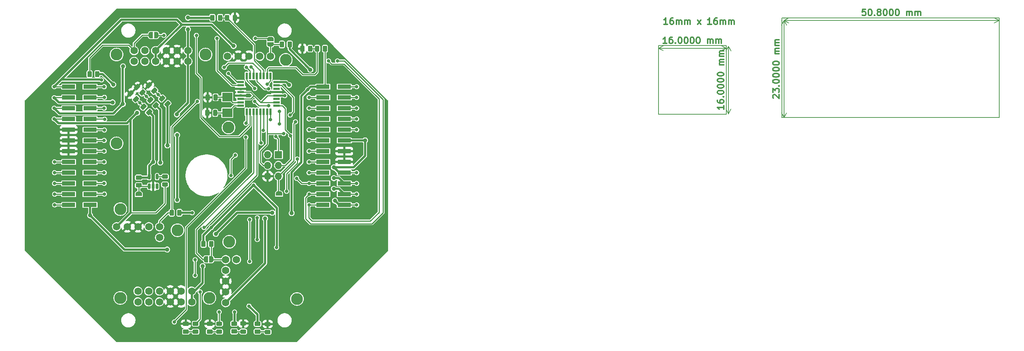
<source format=gbr>
%TF.GenerationSoftware,KiCad,Pcbnew,6.0.1*%
%TF.CreationDate,2022-02-08T14:41:29-06:00*%
%TF.ProjectId,POWER,504f5745-522e-46b6-9963-61645f706362,rev?*%
%TF.SameCoordinates,Original*%
%TF.FileFunction,Copper,L1,Top*%
%TF.FilePolarity,Positive*%
%FSLAX46Y46*%
G04 Gerber Fmt 4.6, Leading zero omitted, Abs format (unit mm)*
G04 Created by KiCad (PCBNEW 6.0.1) date 2022-02-08 14:41:29*
%MOMM*%
%LPD*%
G01*
G04 APERTURE LIST*
G04 Aperture macros list*
%AMRoundRect*
0 Rectangle with rounded corners*
0 $1 Rounding radius*
0 $2 $3 $4 $5 $6 $7 $8 $9 X,Y pos of 4 corners*
0 Add a 4 corners polygon primitive as box body*
4,1,4,$2,$3,$4,$5,$6,$7,$8,$9,$2,$3,0*
0 Add four circle primitives for the rounded corners*
1,1,$1+$1,$2,$3*
1,1,$1+$1,$4,$5*
1,1,$1+$1,$6,$7*
1,1,$1+$1,$8,$9*
0 Add four rect primitives between the rounded corners*
20,1,$1+$1,$2,$3,$4,$5,0*
20,1,$1+$1,$4,$5,$6,$7,0*
20,1,$1+$1,$6,$7,$8,$9,0*
20,1,$1+$1,$8,$9,$2,$3,0*%
%AMFreePoly0*
4,1,22,0.500000,-0.750000,0.000000,-0.750000,0.000000,-0.745033,-0.079941,-0.743568,-0.215256,-0.701293,-0.333266,-0.622738,-0.424486,-0.514219,-0.481581,-0.384460,-0.499164,-0.250000,-0.500000,-0.250000,-0.500000,0.250000,-0.499164,0.250000,-0.499963,0.256109,-0.478152,0.396186,-0.417904,0.524511,-0.324060,0.630769,-0.204165,0.706417,-0.067858,0.745374,0.000000,0.744959,0.000000,0.750000,
0.500000,0.750000,0.500000,-0.750000,0.500000,-0.750000,$1*%
%AMFreePoly1*
4,1,20,0.000000,0.744959,0.073905,0.744508,0.209726,0.703889,0.328688,0.626782,0.421226,0.519385,0.479903,0.390333,0.500000,0.250000,0.500000,-0.250000,0.499851,-0.262216,0.476331,-0.402017,0.414519,-0.529596,0.319384,-0.634700,0.198574,-0.708877,0.061801,-0.746166,0.000000,-0.745033,0.000000,-0.750000,-0.500000,-0.750000,-0.500000,0.750000,0.000000,0.750000,0.000000,0.744959,
0.000000,0.744959,$1*%
G04 Aperture macros list end*
%TA.AperFunction,NonConductor*%
%ADD10C,0.200000*%
%TD*%
%ADD11C,0.300000*%
%TA.AperFunction,NonConductor*%
%ADD12C,0.300000*%
%TD*%
%TA.AperFunction,SMDPad,CuDef*%
%ADD13RoundRect,0.243750X-0.456250X0.243750X-0.456250X-0.243750X0.456250X-0.243750X0.456250X0.243750X0*%
%TD*%
%TA.AperFunction,WasherPad*%
%ADD14C,2.800000*%
%TD*%
%TA.AperFunction,ComponentPad*%
%ADD15C,1.750000*%
%TD*%
%TA.AperFunction,SMDPad,CuDef*%
%ADD16RoundRect,0.243750X0.456250X-0.243750X0.456250X0.243750X-0.456250X0.243750X-0.456250X-0.243750X0*%
%TD*%
%TA.AperFunction,SMDPad,CuDef*%
%ADD17R,3.150000X1.000000*%
%TD*%
%TA.AperFunction,SMDPad,CuDef*%
%ADD18RoundRect,0.250000X0.503814X0.132583X0.132583X0.503814X-0.503814X-0.132583X-0.132583X-0.503814X0*%
%TD*%
%TA.AperFunction,SMDPad,CuDef*%
%ADD19RoundRect,0.250000X0.250000X0.475000X-0.250000X0.475000X-0.250000X-0.475000X0.250000X-0.475000X0*%
%TD*%
%TA.AperFunction,SMDPad,CuDef*%
%ADD20FreePoly0,0.000000*%
%TD*%
%TA.AperFunction,SMDPad,CuDef*%
%ADD21FreePoly1,0.000000*%
%TD*%
%TA.AperFunction,SMDPad,CuDef*%
%ADD22RoundRect,0.250000X0.450000X-0.262500X0.450000X0.262500X-0.450000X0.262500X-0.450000X-0.262500X0*%
%TD*%
%TA.AperFunction,SMDPad,CuDef*%
%ADD23RoundRect,0.250000X0.262500X0.450000X-0.262500X0.450000X-0.262500X-0.450000X0.262500X-0.450000X0*%
%TD*%
%TA.AperFunction,SMDPad,CuDef*%
%ADD24R,1.600000X0.550000*%
%TD*%
%TA.AperFunction,SMDPad,CuDef*%
%ADD25R,0.550000X1.600000*%
%TD*%
%TA.AperFunction,SMDPad,CuDef*%
%ADD26RoundRect,0.250000X-0.262500X-0.450000X0.262500X-0.450000X0.262500X0.450000X-0.262500X0.450000X0*%
%TD*%
%TA.AperFunction,SMDPad,CuDef*%
%ADD27FreePoly0,90.000000*%
%TD*%
%TA.AperFunction,SMDPad,CuDef*%
%ADD28FreePoly1,90.000000*%
%TD*%
%TA.AperFunction,SMDPad,CuDef*%
%ADD29RoundRect,0.250000X-0.450000X0.262500X-0.450000X-0.262500X0.450000X-0.262500X0.450000X0.262500X0*%
%TD*%
%TA.AperFunction,SMDPad,CuDef*%
%ADD30RoundRect,0.150000X0.150000X-0.512500X0.150000X0.512500X-0.150000X0.512500X-0.150000X-0.512500X0*%
%TD*%
%TA.AperFunction,ComponentPad*%
%ADD31R,1.700000X1.700000*%
%TD*%
%TA.AperFunction,ComponentPad*%
%ADD32O,1.700000X1.700000*%
%TD*%
%TA.AperFunction,SMDPad,CuDef*%
%ADD33R,2.400000X2.000000*%
%TD*%
%TA.AperFunction,SMDPad,CuDef*%
%ADD34FreePoly0,180.000000*%
%TD*%
%TA.AperFunction,SMDPad,CuDef*%
%ADD35FreePoly1,180.000000*%
%TD*%
%TA.AperFunction,ViaPad*%
%ADD36C,0.800000*%
%TD*%
%TA.AperFunction,ViaPad*%
%ADD37C,1.000000*%
%TD*%
%TA.AperFunction,Conductor*%
%ADD38C,0.250000*%
%TD*%
%TA.AperFunction,Conductor*%
%ADD39C,0.500000*%
%TD*%
G04 APERTURE END LIST*
D10*
X213600000Y-113300000D02*
X264900000Y-113300000D01*
X264900000Y-113300000D02*
X264900000Y-89700000D01*
X264900000Y-89700000D02*
X213600000Y-89700000D01*
X213600000Y-89700000D02*
X213600000Y-113300000D01*
X200500000Y-96300000D02*
X184500000Y-96300000D01*
X184500000Y-96300000D02*
X184500000Y-112500000D01*
X184500000Y-112500000D02*
X200500000Y-112500000D01*
X200500000Y-112500000D02*
X200500000Y-96300000D01*
D11*
D12*
X186635714Y-91278571D02*
X185778571Y-91278571D01*
X186207142Y-91278571D02*
X186207142Y-89778571D01*
X186064285Y-89992857D01*
X185921428Y-90135714D01*
X185778571Y-90207142D01*
X187921428Y-89778571D02*
X187635714Y-89778571D01*
X187492857Y-89850000D01*
X187421428Y-89921428D01*
X187278571Y-90135714D01*
X187207142Y-90421428D01*
X187207142Y-90992857D01*
X187278571Y-91135714D01*
X187350000Y-91207142D01*
X187492857Y-91278571D01*
X187778571Y-91278571D01*
X187921428Y-91207142D01*
X187992857Y-91135714D01*
X188064285Y-90992857D01*
X188064285Y-90635714D01*
X187992857Y-90492857D01*
X187921428Y-90421428D01*
X187778571Y-90350000D01*
X187492857Y-90350000D01*
X187350000Y-90421428D01*
X187278571Y-90492857D01*
X187207142Y-90635714D01*
X188707142Y-91278571D02*
X188707142Y-90278571D01*
X188707142Y-90421428D02*
X188778571Y-90350000D01*
X188921428Y-90278571D01*
X189135714Y-90278571D01*
X189278571Y-90350000D01*
X189350000Y-90492857D01*
X189350000Y-91278571D01*
X189350000Y-90492857D02*
X189421428Y-90350000D01*
X189564285Y-90278571D01*
X189778571Y-90278571D01*
X189921428Y-90350000D01*
X189992857Y-90492857D01*
X189992857Y-91278571D01*
X190707142Y-91278571D02*
X190707142Y-90278571D01*
X190707142Y-90421428D02*
X190778571Y-90350000D01*
X190921428Y-90278571D01*
X191135714Y-90278571D01*
X191278571Y-90350000D01*
X191350000Y-90492857D01*
X191350000Y-91278571D01*
X191350000Y-90492857D02*
X191421428Y-90350000D01*
X191564285Y-90278571D01*
X191778571Y-90278571D01*
X191921428Y-90350000D01*
X191992857Y-90492857D01*
X191992857Y-91278571D01*
X193707142Y-91278571D02*
X194492857Y-90278571D01*
X193707142Y-90278571D02*
X194492857Y-91278571D01*
X196992857Y-91278571D02*
X196135714Y-91278571D01*
X196564285Y-91278571D02*
X196564285Y-89778571D01*
X196421428Y-89992857D01*
X196278571Y-90135714D01*
X196135714Y-90207142D01*
X198278571Y-89778571D02*
X197992857Y-89778571D01*
X197850000Y-89850000D01*
X197778571Y-89921428D01*
X197635714Y-90135714D01*
X197564285Y-90421428D01*
X197564285Y-90992857D01*
X197635714Y-91135714D01*
X197707142Y-91207142D01*
X197850000Y-91278571D01*
X198135714Y-91278571D01*
X198278571Y-91207142D01*
X198350000Y-91135714D01*
X198421428Y-90992857D01*
X198421428Y-90635714D01*
X198350000Y-90492857D01*
X198278571Y-90421428D01*
X198135714Y-90350000D01*
X197850000Y-90350000D01*
X197707142Y-90421428D01*
X197635714Y-90492857D01*
X197564285Y-90635714D01*
X199064285Y-91278571D02*
X199064285Y-90278571D01*
X199064285Y-90421428D02*
X199135714Y-90350000D01*
X199278571Y-90278571D01*
X199492857Y-90278571D01*
X199635714Y-90350000D01*
X199707142Y-90492857D01*
X199707142Y-91278571D01*
X199707142Y-90492857D02*
X199778571Y-90350000D01*
X199921428Y-90278571D01*
X200135714Y-90278571D01*
X200278571Y-90350000D01*
X200350000Y-90492857D01*
X200350000Y-91278571D01*
X201064285Y-91278571D02*
X201064285Y-90278571D01*
X201064285Y-90421428D02*
X201135714Y-90350000D01*
X201278571Y-90278571D01*
X201492857Y-90278571D01*
X201635714Y-90350000D01*
X201707142Y-90492857D01*
X201707142Y-91278571D01*
X201707142Y-90492857D02*
X201778571Y-90350000D01*
X201921428Y-90278571D01*
X202135714Y-90278571D01*
X202278571Y-90350000D01*
X202350000Y-90492857D01*
X202350000Y-91278571D01*
D11*
D12*
X199878571Y-110471428D02*
X199878571Y-111328571D01*
X199878571Y-110900000D02*
X198378571Y-110900000D01*
X198592857Y-111042857D01*
X198735714Y-111185714D01*
X198807142Y-111328571D01*
X198378571Y-109185714D02*
X198378571Y-109471428D01*
X198450000Y-109614285D01*
X198521428Y-109685714D01*
X198735714Y-109828571D01*
X199021428Y-109900000D01*
X199592857Y-109900000D01*
X199735714Y-109828571D01*
X199807142Y-109757142D01*
X199878571Y-109614285D01*
X199878571Y-109328571D01*
X199807142Y-109185714D01*
X199735714Y-109114285D01*
X199592857Y-109042857D01*
X199235714Y-109042857D01*
X199092857Y-109114285D01*
X199021428Y-109185714D01*
X198950000Y-109328571D01*
X198950000Y-109614285D01*
X199021428Y-109757142D01*
X199092857Y-109828571D01*
X199235714Y-109900000D01*
X199735714Y-108400000D02*
X199807142Y-108328571D01*
X199878571Y-108400000D01*
X199807142Y-108471428D01*
X199735714Y-108400000D01*
X199878571Y-108400000D01*
X198378571Y-107400000D02*
X198378571Y-107257142D01*
X198450000Y-107114285D01*
X198521428Y-107042857D01*
X198664285Y-106971428D01*
X198950000Y-106900000D01*
X199307142Y-106900000D01*
X199592857Y-106971428D01*
X199735714Y-107042857D01*
X199807142Y-107114285D01*
X199878571Y-107257142D01*
X199878571Y-107400000D01*
X199807142Y-107542857D01*
X199735714Y-107614285D01*
X199592857Y-107685714D01*
X199307142Y-107757142D01*
X198950000Y-107757142D01*
X198664285Y-107685714D01*
X198521428Y-107614285D01*
X198450000Y-107542857D01*
X198378571Y-107400000D01*
X198378571Y-105971428D02*
X198378571Y-105828571D01*
X198450000Y-105685714D01*
X198521428Y-105614285D01*
X198664285Y-105542857D01*
X198950000Y-105471428D01*
X199307142Y-105471428D01*
X199592857Y-105542857D01*
X199735714Y-105614285D01*
X199807142Y-105685714D01*
X199878571Y-105828571D01*
X199878571Y-105971428D01*
X199807142Y-106114285D01*
X199735714Y-106185714D01*
X199592857Y-106257142D01*
X199307142Y-106328571D01*
X198950000Y-106328571D01*
X198664285Y-106257142D01*
X198521428Y-106185714D01*
X198450000Y-106114285D01*
X198378571Y-105971428D01*
X198378571Y-104542857D02*
X198378571Y-104400000D01*
X198450000Y-104257142D01*
X198521428Y-104185714D01*
X198664285Y-104114285D01*
X198950000Y-104042857D01*
X199307142Y-104042857D01*
X199592857Y-104114285D01*
X199735714Y-104185714D01*
X199807142Y-104257142D01*
X199878571Y-104400000D01*
X199878571Y-104542857D01*
X199807142Y-104685714D01*
X199735714Y-104757142D01*
X199592857Y-104828571D01*
X199307142Y-104900000D01*
X198950000Y-104900000D01*
X198664285Y-104828571D01*
X198521428Y-104757142D01*
X198450000Y-104685714D01*
X198378571Y-104542857D01*
X198378571Y-103114285D02*
X198378571Y-102971428D01*
X198450000Y-102828571D01*
X198521428Y-102757142D01*
X198664285Y-102685714D01*
X198950000Y-102614285D01*
X199307142Y-102614285D01*
X199592857Y-102685714D01*
X199735714Y-102757142D01*
X199807142Y-102828571D01*
X199878571Y-102971428D01*
X199878571Y-103114285D01*
X199807142Y-103257142D01*
X199735714Y-103328571D01*
X199592857Y-103400000D01*
X199307142Y-103471428D01*
X198950000Y-103471428D01*
X198664285Y-103400000D01*
X198521428Y-103328571D01*
X198450000Y-103257142D01*
X198378571Y-103114285D01*
X199878571Y-100828571D02*
X198878571Y-100828571D01*
X199021428Y-100828571D02*
X198950000Y-100757142D01*
X198878571Y-100614285D01*
X198878571Y-100400000D01*
X198950000Y-100257142D01*
X199092857Y-100185714D01*
X199878571Y-100185714D01*
X199092857Y-100185714D02*
X198950000Y-100114285D01*
X198878571Y-99971428D01*
X198878571Y-99757142D01*
X198950000Y-99614285D01*
X199092857Y-99542857D01*
X199878571Y-99542857D01*
X199878571Y-98828571D02*
X198878571Y-98828571D01*
X199021428Y-98828571D02*
X198950000Y-98757142D01*
X198878571Y-98614285D01*
X198878571Y-98400000D01*
X198950000Y-98257142D01*
X199092857Y-98185714D01*
X199878571Y-98185714D01*
X199092857Y-98185714D02*
X198950000Y-98114285D01*
X198878571Y-97971428D01*
X198878571Y-97757142D01*
X198950000Y-97614285D01*
X199092857Y-97542857D01*
X199878571Y-97542857D01*
D10*
X200500000Y-112400000D02*
X200413580Y-112400000D01*
X200500000Y-96400000D02*
X200413580Y-96400000D01*
X201000000Y-112400000D02*
X201000000Y-96400000D01*
X201000000Y-112400000D02*
X201000000Y-96400000D01*
X201000000Y-112400000D02*
X201586421Y-111273496D01*
X201000000Y-112400000D02*
X200413579Y-111273496D01*
X201000000Y-96400000D02*
X200413579Y-97526504D01*
X201000000Y-96400000D02*
X201586421Y-97526504D01*
D11*
D12*
X186428571Y-95778571D02*
X185571428Y-95778571D01*
X186000000Y-95778571D02*
X186000000Y-94278571D01*
X185857142Y-94492857D01*
X185714285Y-94635714D01*
X185571428Y-94707142D01*
X187714285Y-94278571D02*
X187428571Y-94278571D01*
X187285714Y-94350000D01*
X187214285Y-94421428D01*
X187071428Y-94635714D01*
X187000000Y-94921428D01*
X187000000Y-95492857D01*
X187071428Y-95635714D01*
X187142857Y-95707142D01*
X187285714Y-95778571D01*
X187571428Y-95778571D01*
X187714285Y-95707142D01*
X187785714Y-95635714D01*
X187857142Y-95492857D01*
X187857142Y-95135714D01*
X187785714Y-94992857D01*
X187714285Y-94921428D01*
X187571428Y-94850000D01*
X187285714Y-94850000D01*
X187142857Y-94921428D01*
X187071428Y-94992857D01*
X187000000Y-95135714D01*
X188500000Y-95635714D02*
X188571428Y-95707142D01*
X188500000Y-95778571D01*
X188428571Y-95707142D01*
X188500000Y-95635714D01*
X188500000Y-95778571D01*
X189500000Y-94278571D02*
X189642857Y-94278571D01*
X189785714Y-94350000D01*
X189857142Y-94421428D01*
X189928571Y-94564285D01*
X190000000Y-94850000D01*
X190000000Y-95207142D01*
X189928571Y-95492857D01*
X189857142Y-95635714D01*
X189785714Y-95707142D01*
X189642857Y-95778571D01*
X189500000Y-95778571D01*
X189357142Y-95707142D01*
X189285714Y-95635714D01*
X189214285Y-95492857D01*
X189142857Y-95207142D01*
X189142857Y-94850000D01*
X189214285Y-94564285D01*
X189285714Y-94421428D01*
X189357142Y-94350000D01*
X189500000Y-94278571D01*
X190928571Y-94278571D02*
X191071428Y-94278571D01*
X191214285Y-94350000D01*
X191285714Y-94421428D01*
X191357142Y-94564285D01*
X191428571Y-94850000D01*
X191428571Y-95207142D01*
X191357142Y-95492857D01*
X191285714Y-95635714D01*
X191214285Y-95707142D01*
X191071428Y-95778571D01*
X190928571Y-95778571D01*
X190785714Y-95707142D01*
X190714285Y-95635714D01*
X190642857Y-95492857D01*
X190571428Y-95207142D01*
X190571428Y-94850000D01*
X190642857Y-94564285D01*
X190714285Y-94421428D01*
X190785714Y-94350000D01*
X190928571Y-94278571D01*
X192357142Y-94278571D02*
X192500000Y-94278571D01*
X192642857Y-94350000D01*
X192714285Y-94421428D01*
X192785714Y-94564285D01*
X192857142Y-94850000D01*
X192857142Y-95207142D01*
X192785714Y-95492857D01*
X192714285Y-95635714D01*
X192642857Y-95707142D01*
X192500000Y-95778571D01*
X192357142Y-95778571D01*
X192214285Y-95707142D01*
X192142857Y-95635714D01*
X192071428Y-95492857D01*
X192000000Y-95207142D01*
X192000000Y-94850000D01*
X192071428Y-94564285D01*
X192142857Y-94421428D01*
X192214285Y-94350000D01*
X192357142Y-94278571D01*
X193785714Y-94278571D02*
X193928571Y-94278571D01*
X194071428Y-94350000D01*
X194142857Y-94421428D01*
X194214285Y-94564285D01*
X194285714Y-94850000D01*
X194285714Y-95207142D01*
X194214285Y-95492857D01*
X194142857Y-95635714D01*
X194071428Y-95707142D01*
X193928571Y-95778571D01*
X193785714Y-95778571D01*
X193642857Y-95707142D01*
X193571428Y-95635714D01*
X193500000Y-95492857D01*
X193428571Y-95207142D01*
X193428571Y-94850000D01*
X193500000Y-94564285D01*
X193571428Y-94421428D01*
X193642857Y-94350000D01*
X193785714Y-94278571D01*
X196071428Y-95778571D02*
X196071428Y-94778571D01*
X196071428Y-94921428D02*
X196142857Y-94850000D01*
X196285714Y-94778571D01*
X196500000Y-94778571D01*
X196642857Y-94850000D01*
X196714285Y-94992857D01*
X196714285Y-95778571D01*
X196714285Y-94992857D02*
X196785714Y-94850000D01*
X196928571Y-94778571D01*
X197142857Y-94778571D01*
X197285714Y-94850000D01*
X197357142Y-94992857D01*
X197357142Y-95778571D01*
X198071428Y-95778571D02*
X198071428Y-94778571D01*
X198071428Y-94921428D02*
X198142857Y-94850000D01*
X198285714Y-94778571D01*
X198500000Y-94778571D01*
X198642857Y-94850000D01*
X198714285Y-94992857D01*
X198714285Y-95778571D01*
X198714285Y-94992857D02*
X198785714Y-94850000D01*
X198928571Y-94778571D01*
X199142857Y-94778571D01*
X199285714Y-94850000D01*
X199357142Y-94992857D01*
X199357142Y-95778571D01*
D10*
X184500000Y-96400000D02*
X184500000Y-96313580D01*
X200500000Y-96400000D02*
X200500000Y-96313580D01*
X184500000Y-96900000D02*
X200500000Y-96900000D01*
X184500000Y-96900000D02*
X200500000Y-96900000D01*
X184500000Y-96900000D02*
X185626504Y-97486421D01*
X184500000Y-96900000D02*
X185626504Y-96313579D01*
X200500000Y-96900000D02*
X199373496Y-96313579D01*
X200500000Y-96900000D02*
X199373496Y-97486421D01*
D11*
D12*
X233357142Y-87678571D02*
X232642857Y-87678571D01*
X232571428Y-88392857D01*
X232642857Y-88321428D01*
X232785714Y-88250000D01*
X233142857Y-88250000D01*
X233285714Y-88321428D01*
X233357142Y-88392857D01*
X233428571Y-88535714D01*
X233428571Y-88892857D01*
X233357142Y-89035714D01*
X233285714Y-89107142D01*
X233142857Y-89178571D01*
X232785714Y-89178571D01*
X232642857Y-89107142D01*
X232571428Y-89035714D01*
X234357142Y-87678571D02*
X234500000Y-87678571D01*
X234642857Y-87750000D01*
X234714285Y-87821428D01*
X234785714Y-87964285D01*
X234857142Y-88250000D01*
X234857142Y-88607142D01*
X234785714Y-88892857D01*
X234714285Y-89035714D01*
X234642857Y-89107142D01*
X234500000Y-89178571D01*
X234357142Y-89178571D01*
X234214285Y-89107142D01*
X234142857Y-89035714D01*
X234071428Y-88892857D01*
X234000000Y-88607142D01*
X234000000Y-88250000D01*
X234071428Y-87964285D01*
X234142857Y-87821428D01*
X234214285Y-87750000D01*
X234357142Y-87678571D01*
X235500000Y-89035714D02*
X235571428Y-89107142D01*
X235500000Y-89178571D01*
X235428571Y-89107142D01*
X235500000Y-89035714D01*
X235500000Y-89178571D01*
X236428571Y-88321428D02*
X236285714Y-88250000D01*
X236214285Y-88178571D01*
X236142857Y-88035714D01*
X236142857Y-87964285D01*
X236214285Y-87821428D01*
X236285714Y-87750000D01*
X236428571Y-87678571D01*
X236714285Y-87678571D01*
X236857142Y-87750000D01*
X236928571Y-87821428D01*
X237000000Y-87964285D01*
X237000000Y-88035714D01*
X236928571Y-88178571D01*
X236857142Y-88250000D01*
X236714285Y-88321428D01*
X236428571Y-88321428D01*
X236285714Y-88392857D01*
X236214285Y-88464285D01*
X236142857Y-88607142D01*
X236142857Y-88892857D01*
X236214285Y-89035714D01*
X236285714Y-89107142D01*
X236428571Y-89178571D01*
X236714285Y-89178571D01*
X236857142Y-89107142D01*
X236928571Y-89035714D01*
X237000000Y-88892857D01*
X237000000Y-88607142D01*
X236928571Y-88464285D01*
X236857142Y-88392857D01*
X236714285Y-88321428D01*
X237928571Y-87678571D02*
X238071428Y-87678571D01*
X238214285Y-87750000D01*
X238285714Y-87821428D01*
X238357142Y-87964285D01*
X238428571Y-88250000D01*
X238428571Y-88607142D01*
X238357142Y-88892857D01*
X238285714Y-89035714D01*
X238214285Y-89107142D01*
X238071428Y-89178571D01*
X237928571Y-89178571D01*
X237785714Y-89107142D01*
X237714285Y-89035714D01*
X237642857Y-88892857D01*
X237571428Y-88607142D01*
X237571428Y-88250000D01*
X237642857Y-87964285D01*
X237714285Y-87821428D01*
X237785714Y-87750000D01*
X237928571Y-87678571D01*
X239357142Y-87678571D02*
X239500000Y-87678571D01*
X239642857Y-87750000D01*
X239714285Y-87821428D01*
X239785714Y-87964285D01*
X239857142Y-88250000D01*
X239857142Y-88607142D01*
X239785714Y-88892857D01*
X239714285Y-89035714D01*
X239642857Y-89107142D01*
X239500000Y-89178571D01*
X239357142Y-89178571D01*
X239214285Y-89107142D01*
X239142857Y-89035714D01*
X239071428Y-88892857D01*
X239000000Y-88607142D01*
X239000000Y-88250000D01*
X239071428Y-87964285D01*
X239142857Y-87821428D01*
X239214285Y-87750000D01*
X239357142Y-87678571D01*
X240785714Y-87678571D02*
X240928571Y-87678571D01*
X241071428Y-87750000D01*
X241142857Y-87821428D01*
X241214285Y-87964285D01*
X241285714Y-88250000D01*
X241285714Y-88607142D01*
X241214285Y-88892857D01*
X241142857Y-89035714D01*
X241071428Y-89107142D01*
X240928571Y-89178571D01*
X240785714Y-89178571D01*
X240642857Y-89107142D01*
X240571428Y-89035714D01*
X240500000Y-88892857D01*
X240428571Y-88607142D01*
X240428571Y-88250000D01*
X240500000Y-87964285D01*
X240571428Y-87821428D01*
X240642857Y-87750000D01*
X240785714Y-87678571D01*
X243071428Y-89178571D02*
X243071428Y-88178571D01*
X243071428Y-88321428D02*
X243142857Y-88250000D01*
X243285714Y-88178571D01*
X243500000Y-88178571D01*
X243642857Y-88250000D01*
X243714285Y-88392857D01*
X243714285Y-89178571D01*
X243714285Y-88392857D02*
X243785714Y-88250000D01*
X243928571Y-88178571D01*
X244142857Y-88178571D01*
X244285714Y-88250000D01*
X244357142Y-88392857D01*
X244357142Y-89178571D01*
X245071428Y-89178571D02*
X245071428Y-88178571D01*
X245071428Y-88321428D02*
X245142857Y-88250000D01*
X245285714Y-88178571D01*
X245500000Y-88178571D01*
X245642857Y-88250000D01*
X245714285Y-88392857D01*
X245714285Y-89178571D01*
X245714285Y-88392857D02*
X245785714Y-88250000D01*
X245928571Y-88178571D01*
X246142857Y-88178571D01*
X246285714Y-88250000D01*
X246357142Y-88392857D01*
X246357142Y-89178571D01*
D10*
X214100000Y-89800000D02*
X214100000Y-89713580D01*
X264900000Y-89800000D02*
X264900000Y-89713580D01*
X214100000Y-90300000D02*
X264900000Y-90300000D01*
X214100000Y-90300000D02*
X264900000Y-90300000D01*
X214100000Y-90300000D02*
X215226504Y-90886421D01*
X214100000Y-90300000D02*
X215226504Y-89713579D01*
X264900000Y-90300000D02*
X263773496Y-89713579D01*
X264900000Y-90300000D02*
X263773496Y-90886421D01*
D11*
D12*
X211621428Y-108728571D02*
X211550000Y-108657142D01*
X211478571Y-108514285D01*
X211478571Y-108157142D01*
X211550000Y-108014285D01*
X211621428Y-107942857D01*
X211764285Y-107871428D01*
X211907142Y-107871428D01*
X212121428Y-107942857D01*
X212978571Y-108800000D01*
X212978571Y-107871428D01*
X211478571Y-107371428D02*
X211478571Y-106442857D01*
X212050000Y-106942857D01*
X212050000Y-106728571D01*
X212121428Y-106585714D01*
X212192857Y-106514285D01*
X212335714Y-106442857D01*
X212692857Y-106442857D01*
X212835714Y-106514285D01*
X212907142Y-106585714D01*
X212978571Y-106728571D01*
X212978571Y-107157142D01*
X212907142Y-107300000D01*
X212835714Y-107371428D01*
X212835714Y-105800000D02*
X212907142Y-105728571D01*
X212978571Y-105800000D01*
X212907142Y-105871428D01*
X212835714Y-105800000D01*
X212978571Y-105800000D01*
X211478571Y-104800000D02*
X211478571Y-104657142D01*
X211550000Y-104514285D01*
X211621428Y-104442857D01*
X211764285Y-104371428D01*
X212050000Y-104300000D01*
X212407142Y-104300000D01*
X212692857Y-104371428D01*
X212835714Y-104442857D01*
X212907142Y-104514285D01*
X212978571Y-104657142D01*
X212978571Y-104800000D01*
X212907142Y-104942857D01*
X212835714Y-105014285D01*
X212692857Y-105085714D01*
X212407142Y-105157142D01*
X212050000Y-105157142D01*
X211764285Y-105085714D01*
X211621428Y-105014285D01*
X211550000Y-104942857D01*
X211478571Y-104800000D01*
X211478571Y-103371428D02*
X211478571Y-103228571D01*
X211550000Y-103085714D01*
X211621428Y-103014285D01*
X211764285Y-102942857D01*
X212050000Y-102871428D01*
X212407142Y-102871428D01*
X212692857Y-102942857D01*
X212835714Y-103014285D01*
X212907142Y-103085714D01*
X212978571Y-103228571D01*
X212978571Y-103371428D01*
X212907142Y-103514285D01*
X212835714Y-103585714D01*
X212692857Y-103657142D01*
X212407142Y-103728571D01*
X212050000Y-103728571D01*
X211764285Y-103657142D01*
X211621428Y-103585714D01*
X211550000Y-103514285D01*
X211478571Y-103371428D01*
X211478571Y-101942857D02*
X211478571Y-101800000D01*
X211550000Y-101657142D01*
X211621428Y-101585714D01*
X211764285Y-101514285D01*
X212050000Y-101442857D01*
X212407142Y-101442857D01*
X212692857Y-101514285D01*
X212835714Y-101585714D01*
X212907142Y-101657142D01*
X212978571Y-101800000D01*
X212978571Y-101942857D01*
X212907142Y-102085714D01*
X212835714Y-102157142D01*
X212692857Y-102228571D01*
X212407142Y-102300000D01*
X212050000Y-102300000D01*
X211764285Y-102228571D01*
X211621428Y-102157142D01*
X211550000Y-102085714D01*
X211478571Y-101942857D01*
X211478571Y-100514285D02*
X211478571Y-100371428D01*
X211550000Y-100228571D01*
X211621428Y-100157142D01*
X211764285Y-100085714D01*
X212050000Y-100014285D01*
X212407142Y-100014285D01*
X212692857Y-100085714D01*
X212835714Y-100157142D01*
X212907142Y-100228571D01*
X212978571Y-100371428D01*
X212978571Y-100514285D01*
X212907142Y-100657142D01*
X212835714Y-100728571D01*
X212692857Y-100800000D01*
X212407142Y-100871428D01*
X212050000Y-100871428D01*
X211764285Y-100800000D01*
X211621428Y-100728571D01*
X211550000Y-100657142D01*
X211478571Y-100514285D01*
X212978571Y-98228571D02*
X211978571Y-98228571D01*
X212121428Y-98228571D02*
X212050000Y-98157142D01*
X211978571Y-98014285D01*
X211978571Y-97800000D01*
X212050000Y-97657142D01*
X212192857Y-97585714D01*
X212978571Y-97585714D01*
X212192857Y-97585714D02*
X212050000Y-97514285D01*
X211978571Y-97371428D01*
X211978571Y-97157142D01*
X212050000Y-97014285D01*
X212192857Y-96942857D01*
X212978571Y-96942857D01*
X212978571Y-96228571D02*
X211978571Y-96228571D01*
X212121428Y-96228571D02*
X212050000Y-96157142D01*
X211978571Y-96014285D01*
X211978571Y-95800000D01*
X212050000Y-95657142D01*
X212192857Y-95585714D01*
X212978571Y-95585714D01*
X212192857Y-95585714D02*
X212050000Y-95514285D01*
X211978571Y-95371428D01*
X211978571Y-95157142D01*
X212050000Y-95014285D01*
X212192857Y-94942857D01*
X212978571Y-94942857D01*
D10*
X213600000Y-113300000D02*
X213513580Y-113300000D01*
X213600000Y-90300000D02*
X213513580Y-90300000D01*
X214100000Y-113300000D02*
X214100000Y-90300000D01*
X214100000Y-113300000D02*
X214100000Y-90300000D01*
X214100000Y-113300000D02*
X214686421Y-112173496D01*
X214100000Y-113300000D02*
X213513579Y-112173496D01*
X214100000Y-90300000D02*
X213513579Y-91426504D01*
X214100000Y-90300000D02*
X214686421Y-91426504D01*
D13*
%TO.P,D5,1,K*%
%TO.N,GND*%
X86490000Y-162002500D03*
%TO.P,D5,2,A*%
%TO.N,Net-(D5-Pad2)*%
X86490000Y-163877500D03*
%TD*%
D14*
%TO.P,U7,*%
%TO.N,*%
X83000000Y-115650000D03*
X96500000Y-99650000D03*
D15*
%TO.P,U7,1,EN*%
%TO.N,Net-(JP6-Pad1)*%
X92920000Y-98820000D03*
%TO.P,U7,2,VIN*%
%TO.N,VBAT*%
X90380000Y-98820000D03*
%TO.P,U7,3,GND*%
%TO.N,GND*%
X87840000Y-98820000D03*
%TO.P,U7,4,GND*%
X85300000Y-98820000D03*
%TO.P,U7,5,OUT*%
%TO.N,5V*%
X82760000Y-98820000D03*
%TD*%
D14*
%TO.P,U5,*%
%TO.N,*%
X83160000Y-142670000D03*
X99160000Y-156170000D03*
D15*
%TO.P,U5,1,EN*%
%TO.N,Net-(JP4-Pad1)*%
X82330000Y-146890000D03*
%TO.P,U5,2,VIN*%
%TO.N,VBAT*%
X82330000Y-149430000D03*
%TO.P,U5,3,GND*%
%TO.N,GND*%
X82330000Y-151970000D03*
%TO.P,U5,4,GND*%
X82330000Y-154510000D03*
%TO.P,U5,5,OUT*%
%TO.N,9V*%
X82330000Y-157050000D03*
%TO.P,U5,6,PG*%
%TO.N,unconnected-(U5-Pad6)*%
X84870000Y-146890000D03*
%TD*%
D16*
%TO.P,D3,1,K*%
%TO.N,Net-(D3-Pad1)*%
X80800000Y-163907500D03*
%TO.P,D3,2,A*%
%TO.N,/LED1*%
X80800000Y-162032500D03*
%TD*%
D17*
%TO.P,J1,1,Pin_1*%
%TO.N,VBAT*%
X110316000Y-133950000D03*
%TO.P,J1,2,Pin_2*%
%TO.N,/B2B_UART_SDI*%
X105266000Y-133950000D03*
%TO.P,J1,3,Pin_3*%
%TO.N,9V*%
X110316000Y-131410000D03*
%TO.P,J1,4,Pin_4*%
%TO.N,/B2B_UART_SDO*%
X105266000Y-131410000D03*
%TO.P,J1,5,Pin_5*%
%TO.N,5V*%
X110316000Y-128870000D03*
%TO.P,J1,6,Pin_6*%
%TO.N,/TELEM_CS*%
X105266000Y-128870000D03*
%TO.P,J1,7,Pin_7*%
%TO.N,3V3*%
X110316000Y-126330000D03*
%TO.P,J1,8,Pin_8*%
%TO.N,/TELEM_INT*%
X105266000Y-126330000D03*
%TO.P,J1,9,Pin_9*%
%TO.N,GND*%
X110316000Y-123790000D03*
%TO.P,J1,10,Pin_10*%
%TO.N,/TELEM_RST*%
X105266000Y-123790000D03*
%TO.P,J1,11,Pin_11*%
%TO.N,GND*%
X110316000Y-121250000D03*
%TO.P,J1,12,Pin_12*%
%TO.N,/POWER_STATE*%
X105266000Y-121250000D03*
%TO.P,J1,13,Pin_13*%
%TO.N,3V3*%
X110316000Y-118710000D03*
%TO.P,J1,14,Pin_14*%
%TO.N,/POWER_RESET*%
X105266000Y-118710000D03*
%TO.P,J1,15,Pin_15*%
%TO.N,/AVR_SCK*%
X110316000Y-116170000D03*
%TO.P,J1,16,Pin_16*%
%TO.N,/TELEM_GPIO_1*%
X105266000Y-116170000D03*
%TO.P,J1,17,Pin_17*%
%TO.N,/AVR_MOSI*%
X110316000Y-113630000D03*
%TO.P,J1,18,Pin_18*%
%TO.N,/TELEM_GPIO_2*%
X105266000Y-113630000D03*
%TO.P,J1,19,Pin_19*%
%TO.N,/AVR_MISO*%
X110316000Y-111090000D03*
%TO.P,J1,20,Pin_20*%
%TO.N,/TELEM_GPIO_3*%
X105266000Y-111090000D03*
%TO.P,J1,21,Pin_21*%
%TO.N,/B2B_I2C_SCL*%
X110316000Y-108550000D03*
%TO.P,J1,22,Pin_22*%
%TO.N,/TELEM_GPIO_4*%
X105266000Y-108550000D03*
%TO.P,J1,23,Pin_23*%
%TO.N,/B2B_I2C_SDA*%
X110316000Y-106010000D03*
%TO.P,J1,24,Pin_24*%
%TO.N,6V_AC_SERVO1*%
X105266000Y-106010000D03*
%TD*%
D16*
%TO.P,D2,1,K*%
%TO.N,Net-(D2-Pad1)*%
X75230000Y-163907500D03*
%TO.P,D2,2,A*%
%TO.N,/LED0*%
X75230000Y-162032500D03*
%TD*%
D18*
%TO.P,R3,1*%
%TO.N,9V*%
X65836235Y-110425235D03*
%TO.P,R3,2*%
%TO.N,/9V_MONITOR*%
X64545765Y-109134765D03*
%TD*%
D19*
%TO.P,C1,1*%
%TO.N,Net-(C1-Pad1)*%
X79850000Y-112200000D03*
%TO.P,C1,2*%
%TO.N,GND*%
X77950000Y-112200000D03*
%TD*%
D20*
%TO.P,JP3,1,A*%
%TO.N,Net-(JP3-Pad1)*%
X64650000Y-93800000D03*
D21*
%TO.P,JP3,2,B*%
%TO.N,/6V_AC_SERVO2_EN*%
X65950000Y-93800000D03*
%TD*%
D22*
%TO.P,R20,1*%
%TO.N,Net-(D4-Pad2)*%
X89840000Y-163882500D03*
%TO.P,R20,2*%
%TO.N,3V3*%
X89840000Y-162057500D03*
%TD*%
D18*
%TO.P,R10,1*%
%TO.N,/5V_MONITOR*%
X65481470Y-106970470D03*
%TO.P,R10,2*%
%TO.N,GND*%
X64191000Y-105680000D03*
%TD*%
D23*
%TO.P,R6,1*%
%TO.N,/6V_AC_SERVO1_MONITOR*%
X102262500Y-97010000D03*
%TO.P,R6,2*%
%TO.N,GND*%
X100437500Y-97010000D03*
%TD*%
D24*
%TO.P,U2,1,PD3*%
%TO.N,/3V3_EN*%
X85850000Y-104900000D03*
%TO.P,U2,2,PD4*%
%TO.N,/5V_EN*%
X85850000Y-105700000D03*
%TO.P,U2,3,GND*%
%TO.N,GND*%
X85850000Y-106500000D03*
%TO.P,U2,4,VCC*%
%TO.N,3V3*%
X85850000Y-107300000D03*
%TO.P,U2,5,GND*%
%TO.N,GND*%
X85850000Y-108100000D03*
%TO.P,U2,6,VCC*%
%TO.N,3V3*%
X85850000Y-108900000D03*
%TO.P,U2,7,XTAL1/PB6*%
%TO.N,Net-(C2-Pad1)*%
X85850000Y-109700000D03*
%TO.P,U2,8,XTAL2/PB7*%
%TO.N,Net-(C1-Pad1)*%
X85850000Y-110500000D03*
D25*
%TO.P,U2,9,PD5*%
%TO.N,/6V_AC_SERVO1_EN*%
X87300000Y-111950000D03*
%TO.P,U2,10,PD6*%
%TO.N,/6V_AC_SERVO2_EN*%
X88100000Y-111950000D03*
%TO.P,U2,11,PD7*%
%TO.N,/9V_EN*%
X88900000Y-111950000D03*
%TO.P,U2,12,PB0*%
%TO.N,/LED0*%
X89700000Y-111950000D03*
%TO.P,U2,13,PB1*%
%TO.N,/LED1*%
X90500000Y-111950000D03*
%TO.P,U2,14,PB2*%
%TO.N,/TELEM_CS*%
X91300000Y-111950000D03*
%TO.P,U2,15,PB3*%
%TO.N,/AVR_MOSI*%
X92100000Y-111950000D03*
%TO.P,U2,16,PB4*%
%TO.N,/AVR_MISO*%
X92900000Y-111950000D03*
D24*
%TO.P,U2,17,PB5*%
%TO.N,/AVR_SCK*%
X94350000Y-110500000D03*
%TO.P,U2,18,AVCC*%
%TO.N,3V3*%
X94350000Y-109700000D03*
%TO.P,U2,19,ADC6*%
%TO.N,unconnected-(U2-Pad19)*%
X94350000Y-108900000D03*
%TO.P,U2,20,AREF*%
%TO.N,3V3*%
X94350000Y-108100000D03*
%TO.P,U2,21,GND*%
%TO.N,GND*%
X94350000Y-107300000D03*
%TO.P,U2,22,ADC7*%
%TO.N,unconnected-(U2-Pad22)*%
X94350000Y-106500000D03*
%TO.P,U2,23,PC0*%
%TO.N,/VBAT_MONITOR*%
X94350000Y-105700000D03*
%TO.P,U2,24,PC1*%
%TO.N,3V3*%
X94350000Y-104900000D03*
D25*
%TO.P,U2,25,PC2*%
%TO.N,/5V_MONITOR*%
X92900000Y-103450000D03*
%TO.P,U2,26,PC3*%
%TO.N,/6V_AC_SERVO1_MONITOR*%
X92100000Y-103450000D03*
%TO.P,U2,27,PC4*%
%TO.N,/6V_AC_SERVO2_MONITOR*%
X91300000Y-103450000D03*
%TO.P,U2,28,PC5*%
%TO.N,/9V_MONITOR*%
X90500000Y-103450000D03*
%TO.P,U2,29,~{RESET}/PC6*%
%TO.N,/AVR_RST*%
X89700000Y-103450000D03*
%TO.P,U2,30,PD0*%
%TO.N,/B2B_UART_SDO*%
X88900000Y-103450000D03*
%TO.P,U2,31,PD1*%
%TO.N,/B2B_UART_SDI*%
X88100000Y-103450000D03*
%TO.P,U2,32,PD2*%
%TO.N,/TELEM_INT*%
X87300000Y-103450000D03*
%TD*%
D22*
%TO.P,R16,1*%
%TO.N,Net-(D2-Pad1)*%
X72930000Y-163912500D03*
%TO.P,R16,2*%
%TO.N,GND*%
X72930000Y-162087500D03*
%TD*%
D13*
%TO.P,D4,1,K*%
%TO.N,GND*%
X92240000Y-162092500D03*
%TO.P,D4,2,A*%
%TO.N,Net-(D4-Pad2)*%
X92240000Y-163967500D03*
%TD*%
D16*
%TO.P,D1,1,K*%
%TO.N,3V3*%
X68000000Y-129137500D03*
%TO.P,D1,2,A*%
%TO.N,Net-(D1-Pad2)*%
X68000000Y-127262500D03*
%TD*%
D18*
%TO.P,R2,1*%
%TO.N,/VBAT_MONITOR*%
X61136235Y-108925235D03*
%TO.P,R2,2*%
%TO.N,GND*%
X59845765Y-107634765D03*
%TD*%
D26*
%TO.P,R23,1*%
%TO.N,Net-(JP6-Pad1)*%
X95607500Y-96000000D03*
%TO.P,R23,2*%
%TO.N,3V3*%
X97432500Y-96000000D03*
%TD*%
D14*
%TO.P,U6,*%
%TO.N,*%
X57450000Y-155930000D03*
X70950000Y-139930000D03*
D15*
%TO.P,U6,1,EN*%
%TO.N,Net-(JP5-Pad1)*%
X66730000Y-139100000D03*
%TO.P,U6,2,VIN*%
%TO.N,VBAT*%
X64190000Y-139100000D03*
%TO.P,U6,3,GND*%
%TO.N,GND*%
X61650000Y-139100000D03*
%TO.P,U6,4,GND*%
X59110000Y-139100000D03*
%TO.P,U6,5,OUT*%
%TO.N,3V3*%
X56570000Y-139100000D03*
%TO.P,U6,6,PG*%
%TO.N,unconnected-(U6-Pad6)*%
X66730000Y-141640000D03*
%TD*%
D27*
%TO.P,JP6,1,A*%
%TO.N,Net-(JP6-Pad1)*%
X92891000Y-96030000D03*
D28*
%TO.P,JP6,2,B*%
%TO.N,/5V_EN*%
X92891000Y-94730000D03*
%TD*%
D29*
%TO.P,R13,1*%
%TO.N,VBAT*%
X61800000Y-127487500D03*
%TO.P,R13,2*%
%TO.N,Net-(JP1-Pad2)*%
X61800000Y-129312500D03*
%TD*%
D19*
%TO.P,C2,1*%
%TO.N,Net-(C2-Pad1)*%
X79950000Y-108500000D03*
%TO.P,C2,2*%
%TO.N,GND*%
X78050000Y-108500000D03*
%TD*%
D26*
%TO.P,R8,1*%
%TO.N,/6V_AC_SERVO2_MONITOR*%
X82687500Y-89700000D03*
%TO.P,R8,2*%
%TO.N,GND*%
X84512500Y-89700000D03*
%TD*%
D30*
%TO.P,U1,1,SHDN*%
%TO.N,Net-(JP1-Pad2)*%
X64250000Y-129537500D03*
%TO.P,U1,2,GND*%
%TO.N,GND*%
X65200000Y-129537500D03*
%TO.P,U1,3,Bypass*%
%TO.N,unconnected-(U1-Pad3)*%
X66150000Y-129537500D03*
%TO.P,U1,4,OUT*%
%TO.N,Net-(D1-Pad2)*%
X66150000Y-127262500D03*
%TO.P,U1,5,IN*%
%TO.N,VBAT*%
X64250000Y-127262500D03*
%TD*%
D26*
%TO.P,R22,1*%
%TO.N,Net-(JP5-Pad1)*%
X69587500Y-135800000D03*
%TO.P,R22,2*%
%TO.N,3V3*%
X71412500Y-135800000D03*
%TD*%
%TO.P,R7,1*%
%TO.N,6V_AC_SERVO2*%
X79187500Y-89700000D03*
%TO.P,R7,2*%
%TO.N,/6V_AC_SERVO2_MONITOR*%
X81012500Y-89700000D03*
%TD*%
D18*
%TO.P,R9,1*%
%TO.N,5V*%
X68581470Y-110070470D03*
%TO.P,R9,2*%
%TO.N,/5V_MONITOR*%
X67291000Y-108780000D03*
%TD*%
D27*
%TO.P,JP1,1,A*%
%TO.N,GND*%
X61800000Y-132650000D03*
D28*
%TO.P,JP1,2,B*%
%TO.N,Net-(JP1-Pad2)*%
X61800000Y-131350000D03*
%TD*%
D18*
%TO.P,R4,1*%
%TO.N,/9V_MONITOR*%
X62691000Y-107380000D03*
%TO.P,R4,2*%
%TO.N,GND*%
X61400530Y-106089530D03*
%TD*%
D14*
%TO.P,U4,*%
%TO.N,*%
X77556000Y-98408600D03*
X56556000Y-98408600D03*
X56556000Y-119408600D03*
D15*
%TO.P,U4,1,PG*%
%TO.N,unconnected-(U4-Pad1)*%
X60706000Y-100018600D03*
%TO.P,U4,2,VRP*%
%TO.N,unconnected-(U4-Pad2)*%
X63246000Y-100018600D03*
%TO.P,U4,3,VIN*%
%TO.N,VBAT*%
X65786000Y-100018600D03*
%TO.P,U4,4,GND*%
%TO.N,GND*%
X68326000Y-100018600D03*
%TO.P,U4,5,GND*%
X70866000Y-100018600D03*
%TO.P,U4,6,VOUT*%
%TO.N,6V_AC_SERVO2*%
X73406000Y-100018600D03*
%TO.P,U4,7,EN*%
%TO.N,Net-(JP3-Pad1)*%
X60706000Y-97478600D03*
%TO.P,U4,8,VRP*%
%TO.N,unconnected-(U4-Pad8)*%
X63246000Y-97478600D03*
%TO.P,U4,9,VIN*%
%TO.N,VBAT*%
X65786000Y-97478600D03*
%TO.P,U4,10,GND*%
%TO.N,GND*%
X68326000Y-97478600D03*
%TO.P,U4,11,GND*%
X70866000Y-97478600D03*
%TO.P,U4,12,VOUT*%
%TO.N,6V_AC_SERVO2*%
X73406000Y-97478600D03*
%TD*%
D23*
%TO.P,R5,1*%
%TO.N,6V_AC_SERVO1*%
X105762500Y-97010000D03*
%TO.P,R5,2*%
%TO.N,/6V_AC_SERVO1_MONITOR*%
X103937500Y-97010000D03*
%TD*%
D29*
%TO.P,R21,1*%
%TO.N,5V*%
X84310000Y-162017500D03*
%TO.P,R21,2*%
%TO.N,Net-(D5-Pad2)*%
X84310000Y-163842500D03*
%TD*%
D31*
%TO.P,J5,1,Pin_1*%
%TO.N,/AVR_MISO*%
X94781000Y-122055000D03*
D32*
%TO.P,J5,2,Pin_2*%
%TO.N,3V3*%
X92241000Y-122055000D03*
%TO.P,J5,3,Pin_3*%
%TO.N,/AVR_SCK*%
X94781000Y-124595000D03*
%TO.P,J5,4,Pin_4*%
%TO.N,/AVR_MOSI*%
X92241000Y-124595000D03*
%TO.P,J5,5,Pin_5*%
%TO.N,/AVR_RST*%
X94781000Y-127135000D03*
%TO.P,J5,6,Pin_6*%
%TO.N,GND*%
X92241000Y-127135000D03*
%TD*%
D33*
%TO.P,Y1,1,1*%
%TO.N,Net-(C1-Pad1)*%
X82700000Y-112150000D03*
%TO.P,Y1,2,2*%
%TO.N,Net-(C2-Pad1)*%
X82700000Y-108450000D03*
%TD*%
D34*
%TO.P,JP4,1,A*%
%TO.N,Net-(JP4-Pad1)*%
X78950000Y-146800000D03*
D35*
%TO.P,JP4,2,B*%
%TO.N,/9V_EN*%
X77650000Y-146800000D03*
%TD*%
D17*
%TO.P,J3,1,Pin_1*%
%TO.N,VBAT*%
X45266000Y-106010000D03*
%TO.P,J3,2,Pin_2*%
%TO.N,/B2B_GPIO_10*%
X50316000Y-106010000D03*
%TO.P,J3,3,Pin_3*%
%TO.N,9V*%
X45266000Y-108550000D03*
%TO.P,J3,4,Pin_4*%
%TO.N,/B2B_GPIO_11*%
X50316000Y-108550000D03*
%TO.P,J3,5,Pin_5*%
%TO.N,5V*%
X45266000Y-111090000D03*
%TO.P,J3,6,Pin_6*%
%TO.N,/B2B_GPIO_12*%
X50316000Y-111090000D03*
%TO.P,J3,7,Pin_7*%
%TO.N,3V3*%
X45266000Y-113630000D03*
%TO.P,J3,8,Pin_8*%
%TO.N,/B2B_GPIO_13*%
X50316000Y-113630000D03*
%TO.P,J3,9,Pin_9*%
%TO.N,GND*%
X45266000Y-116170000D03*
%TO.P,J3,10,Pin_10*%
%TO.N,/B2B_GPIO_14*%
X50316000Y-116170000D03*
%TO.P,J3,11,Pin_11*%
%TO.N,GND*%
X45266000Y-118710000D03*
%TO.P,J3,12,Pin_12*%
%TO.N,/B2B_GPIO_15*%
X50316000Y-118710000D03*
%TO.P,J3,13,Pin_13*%
%TO.N,GND*%
X45266000Y-121250000D03*
%TO.P,J3,14,Pin_14*%
%TO.N,/B2B_GPIO_16*%
X50316000Y-121250000D03*
%TO.P,J3,15,Pin_15*%
%TO.N,/TELEM_GPIO_5*%
X45266000Y-123790000D03*
%TO.P,J3,16,Pin_16*%
%TO.N,/B2B_GPIO_17*%
X50316000Y-123790000D03*
%TO.P,J3,17,Pin_17*%
%TO.N,/B2B_GPIO_6*%
X45266000Y-126330000D03*
%TO.P,J3,18,Pin_18*%
%TO.N,/B2B_GPIO_18*%
X50316000Y-126330000D03*
%TO.P,J3,19,Pin_19*%
%TO.N,/B2B_GPIO_7*%
X45266000Y-128870000D03*
%TO.P,J3,20,Pin_20*%
%TO.N,/B2B_GPIO_19*%
X50316000Y-128870000D03*
%TO.P,J3,21,Pin_21*%
%TO.N,/B2B_GPIO_8*%
X45266000Y-131410000D03*
%TO.P,J3,22,Pin_22*%
%TO.N,/B2B_GPIO_20*%
X50316000Y-131410000D03*
%TO.P,J3,23,Pin_23*%
%TO.N,/B2B_GPIO_9*%
X45266000Y-133950000D03*
%TO.P,J3,24,Pin_24*%
%TO.N,6V_AC_SERVO2*%
X50316000Y-133950000D03*
%TD*%
D27*
%TO.P,S1,1,A*%
%TO.N,GND*%
X94920000Y-132570000D03*
D28*
%TO.P,S1,2,B*%
%TO.N,/AVR_RST*%
X94920000Y-131270000D03*
%TD*%
D26*
%TO.P,R15,1*%
%TO.N,Net-(JP3-Pad1)*%
X50187500Y-103000000D03*
%TO.P,R15,2*%
%TO.N,3V3*%
X52012500Y-103000000D03*
%TD*%
D22*
%TO.P,R17,1*%
%TO.N,Net-(D3-Pad1)*%
X78550000Y-163882500D03*
%TO.P,R17,2*%
%TO.N,GND*%
X78550000Y-162057500D03*
%TD*%
D23*
%TO.P,R19,1*%
%TO.N,Net-(JP4-Pad1)*%
X78912500Y-143200000D03*
%TO.P,R19,2*%
%TO.N,3V3*%
X77087500Y-143200000D03*
%TD*%
D18*
%TO.P,R1,1*%
%TO.N,VBAT*%
X64236235Y-112025235D03*
%TO.P,R1,2*%
%TO.N,/VBAT_MONITOR*%
X62945765Y-110734765D03*
%TD*%
D14*
%TO.P,U3,*%
%TO.N,*%
X57460000Y-155930000D03*
X57460000Y-134930000D03*
X78460000Y-155930000D03*
D15*
%TO.P,U3,1,PG*%
%TO.N,unconnected-(U3-Pad1)*%
X61610000Y-154320000D03*
%TO.P,U3,2,VRP*%
%TO.N,unconnected-(U3-Pad2)*%
X64150000Y-154320000D03*
%TO.P,U3,3,VIN*%
%TO.N,VBAT*%
X66690000Y-154320000D03*
%TO.P,U3,4,GND*%
%TO.N,GND*%
X69230000Y-154320000D03*
%TO.P,U3,5,GND*%
X71770000Y-154320000D03*
%TO.P,U3,6,VOUT*%
%TO.N,6V_AC_SERVO1*%
X74310000Y-154320000D03*
%TO.P,U3,7,EN*%
%TO.N,Net-(JP2-Pad1)*%
X61610000Y-156860000D03*
%TO.P,U3,8,VRP*%
%TO.N,unconnected-(U3-Pad8)*%
X64150000Y-156860000D03*
%TO.P,U3,9,VIN*%
%TO.N,VBAT*%
X66690000Y-156860000D03*
%TO.P,U3,10,GND*%
%TO.N,GND*%
X69230000Y-156860000D03*
%TO.P,U3,11,GND*%
X71770000Y-156860000D03*
%TO.P,U3,12,VOUT*%
%TO.N,6V_AC_SERVO1*%
X74310000Y-156860000D03*
%TD*%
D36*
%TO.N,GND*%
X91700000Y-107500000D03*
%TO.N,/AVR_MISO*%
X94200000Y-117800000D03*
%TO.N,/AVR_MOSI*%
X96000000Y-117100000D03*
%TO.N,/AVR_SCK*%
X97645500Y-117585500D03*
%TO.N,/AVR_MISO*%
X92900000Y-113800000D03*
%TO.N,/TELEM_GPIO_1*%
X102001000Y-116170000D03*
%TO.N,GND*%
X52760000Y-99800000D03*
X82363000Y-131298000D03*
X99200000Y-134200000D03*
X73530000Y-115330000D03*
X41859200Y-121259600D03*
X70960000Y-144840000D03*
X72711000Y-123424000D03*
X70970000Y-105120000D03*
X116730000Y-128210000D03*
X88680000Y-133350000D03*
X54120000Y-138030000D03*
X62200000Y-134400000D03*
X41859200Y-118668800D03*
X101490000Y-93210000D03*
X61250000Y-150860000D03*
X66000000Y-132200000D03*
X94890000Y-154910000D03*
X41859200Y-116179600D03*
X57520000Y-126470000D03*
X86610000Y-143220000D03*
%TO.N,/TELEM_GPIO_2*%
X102001000Y-113630000D03*
%TO.N,/TELEM_GPIO_3*%
X102001000Y-111090000D03*
%TO.N,3V3*%
X74400000Y-135800000D03*
X113244000Y-126330000D03*
D37*
X115229000Y-118711000D03*
X55778400Y-105511600D03*
D36*
X78900000Y-139300000D03*
D37*
X61429000Y-112142000D03*
X97300000Y-105600000D03*
X107863000Y-125080000D03*
X102310000Y-101980000D03*
D36*
X94350000Y-144000000D03*
X88950500Y-129249500D03*
X41859200Y-113639600D03*
X87840000Y-157860000D03*
X96260000Y-108090000D03*
%TO.N,/TELEM_GPIO_4*%
X102001000Y-108550000D03*
%TO.N,/TELEM_GPIO_5*%
X41910000Y-123799600D03*
%TO.N,/B2B_GPIO_6*%
X41910000Y-126339600D03*
%TO.N,/B2B_I2C_SDA*%
X113244000Y-106010000D03*
%TO.N,/B2B_GPIO_7*%
X41910000Y-128879600D03*
%TO.N,/B2B_I2C_SCL*%
X113244000Y-108550000D03*
%TO.N,/B2B_GPIO_8*%
X41960800Y-131419600D03*
%TO.N,/AVR_SCK*%
X113244000Y-116170000D03*
%TO.N,/B2B_GPIO_9*%
X41960800Y-133959600D03*
%TO.N,/AVR_MISO*%
X113244000Y-111090000D03*
%TO.N,/B2B_GPIO_10*%
X53644800Y-106019600D03*
%TO.N,/AVR_MOSI*%
X113244000Y-113630000D03*
%TO.N,/B2B_GPIO_11*%
X53695600Y-108508800D03*
%TO.N,/B2B_UART_SDI*%
X87200000Y-101400000D03*
X106600000Y-99900000D03*
X102001000Y-133950000D03*
%TO.N,/B2B_UART_SDO*%
X108700000Y-99900000D03*
X102001000Y-131410000D03*
X88300000Y-101300000D03*
%TO.N,/TELEM_CS*%
X91224500Y-116300000D03*
X99090000Y-127680000D03*
X102001000Y-128870000D03*
%TO.N,/TELEM_INT*%
X94990000Y-111830000D03*
X95000000Y-114800000D03*
X89200000Y-106400000D03*
X99200000Y-123100000D03*
X92500000Y-110500000D03*
X89200000Y-109500000D03*
X96700000Y-130700000D03*
X102001000Y-126330000D03*
%TO.N,/TELEM_RST*%
X102001000Y-123790000D03*
%TO.N,/POWER_STATE*%
X102001000Y-121250000D03*
%TO.N,/POWER_RESET*%
X102001000Y-118710000D03*
%TO.N,/B2B_GPIO_12*%
X53644800Y-111099600D03*
%TO.N,/B2B_GPIO_13*%
X53746400Y-113690400D03*
%TO.N,/B2B_GPIO_14*%
X53695600Y-116230400D03*
%TO.N,/B2B_GPIO_15*%
X53644800Y-118719600D03*
%TO.N,/B2B_GPIO_16*%
X53644800Y-121259600D03*
%TO.N,/B2B_GPIO_17*%
X53644800Y-123799600D03*
%TO.N,/B2B_GPIO_18*%
X53644800Y-126339600D03*
%TO.N,/B2B_GPIO_19*%
X53644800Y-128828800D03*
%TO.N,/B2B_GPIO_20*%
X53695600Y-131368800D03*
%TO.N,/LED0*%
X76300000Y-154500000D03*
X75100000Y-150600000D03*
X77200000Y-139300000D03*
X75090000Y-146930000D03*
%TO.N,/LED1*%
X83600000Y-127000000D03*
X90700000Y-119300000D03*
X84600000Y-122200000D03*
X88000000Y-137400000D03*
X87975000Y-147325000D03*
X80800000Y-159230000D03*
%TO.N,VBAT*%
X53000000Y-104400000D03*
D37*
X108117000Y-132954000D03*
D36*
X41859200Y-105968800D03*
D37*
X84200000Y-96380000D03*
D36*
X113244000Y-133950000D03*
D37*
X65192000Y-123779000D03*
%TO.N,9V*%
X107863000Y-130160000D03*
X91640000Y-137160000D03*
X66868500Y-123931500D03*
D36*
X41859200Y-108610400D03*
X113244000Y-131410000D03*
D37*
X55600000Y-109700000D03*
%TO.N,5V*%
X58100000Y-101200000D03*
D36*
X41859200Y-111099600D03*
X89800000Y-137000000D03*
X89790000Y-142110000D03*
X113244000Y-128870000D03*
D37*
X107863000Y-127620000D03*
X58046102Y-110101898D03*
X68568000Y-119868000D03*
D36*
X84420000Y-159280000D03*
%TO.N,/AVR_RST*%
X92500000Y-106500000D03*
X98790000Y-114300000D03*
%TO.N,/6V_AC_SERVO1_EN*%
X87091000Y-117930000D03*
X87100000Y-114600000D03*
X70200000Y-161600000D03*
%TO.N,/3V3_EN*%
X83000000Y-102900000D03*
%TO.N,Net-(JP5-Pad1)*%
X75600000Y-109500000D03*
%TO.N,/5V_EN*%
X80300000Y-94600000D03*
X89300000Y-94600000D03*
%TO.N,/VBAT_MONITOR*%
X97530000Y-112700000D03*
X62055500Y-109844500D03*
%TO.N,/9V_MONITOR*%
X63605500Y-108294500D03*
X82000000Y-101400000D03*
D37*
%TO.N,6V_AC_SERVO1*%
X93300000Y-135800000D03*
X80000000Y-140800000D03*
X97900000Y-135900000D03*
X76900000Y-148400000D03*
D36*
X101685000Y-106715000D03*
D37*
%TO.N,6V_AC_SERVO2*%
X70820000Y-112540000D03*
X73410000Y-92460000D03*
X70850000Y-117390000D03*
X68500000Y-144500000D03*
X50316000Y-136416000D03*
X70880000Y-132760000D03*
X73420000Y-89690000D03*
D36*
%TO.N,/5V_MONITOR*%
X66355500Y-107844500D03*
X92100000Y-105400000D03*
%TO.N,/6V_AC_SERVO2_EN*%
X67740000Y-93850000D03*
X75410000Y-93860000D03*
%TD*%
D38*
%TO.N,3V3*%
X90600000Y-109700000D02*
X92200000Y-108100000D01*
X92200000Y-108100000D02*
X94350000Y-108100000D01*
%TO.N,/AVR_MOSI*%
X92100000Y-111950000D02*
X92100000Y-117000000D01*
X92100000Y-117000000D02*
X92100000Y-119600000D01*
X96000000Y-117100000D02*
X95975489Y-117075489D01*
X95975489Y-117075489D02*
X92175489Y-117075489D01*
X92175489Y-117075489D02*
X92100000Y-117000000D01*
%TO.N,/AVR_MISO*%
X94200000Y-117800000D02*
X94781000Y-118381000D01*
X94781000Y-118381000D02*
X94781000Y-122055000D01*
%TO.N,/AVR_SCK*%
X97791000Y-117585500D02*
X97645500Y-117585500D01*
%TO.N,/AVR_MISO*%
X92900000Y-111950000D02*
X92900000Y-113800000D01*
%TO.N,Net-(C1-Pad1)*%
X85850000Y-110500000D02*
X84350000Y-110500000D01*
X79850000Y-112200000D02*
X79900000Y-112150000D01*
X79900000Y-112150000D02*
X82700000Y-112150000D01*
X84350000Y-110500000D02*
X82700000Y-112150000D01*
%TO.N,/TELEM_GPIO_1*%
X102001000Y-116170000D02*
X105266000Y-116170000D01*
%TO.N,GND*%
X41859200Y-121259600D02*
X41868800Y-121250000D01*
X41868800Y-121250000D02*
X45266000Y-121250000D01*
X41868800Y-116170000D02*
X45266000Y-116170000D01*
X41859200Y-116179600D02*
X41868800Y-116170000D01*
X41900400Y-118710000D02*
X41859200Y-118668800D01*
X45266000Y-118710000D02*
X41900400Y-118710000D01*
%TO.N,/TELEM_GPIO_2*%
X105266000Y-113630000D02*
X102001000Y-113630000D01*
%TO.N,Net-(C2-Pad1)*%
X83950000Y-109700000D02*
X82700000Y-108450000D01*
X79950000Y-108500000D02*
X80000000Y-108450000D01*
X80000000Y-108450000D02*
X82700000Y-108450000D01*
X85850000Y-109700000D02*
X83950000Y-109700000D01*
%TO.N,/TELEM_GPIO_3*%
X102001000Y-111090000D02*
X105266000Y-111090000D01*
%TO.N,3V3*%
X110129000Y-126330000D02*
X113244000Y-126330000D01*
D39*
X89840000Y-159860000D02*
X89840000Y-162057500D01*
X55778400Y-105478400D02*
X55778400Y-105511600D01*
D38*
X87840000Y-157860000D02*
X87840000Y-157880000D01*
D39*
X58553700Y-137141300D02*
X56570000Y-139125000D01*
X87840000Y-157860000D02*
X89840000Y-159860000D01*
D38*
X68000000Y-133600000D02*
X65805000Y-135795000D01*
D39*
X115229000Y-122351000D02*
X115229000Y-118711000D01*
X58990000Y-114630000D02*
X42849600Y-114630000D01*
X77087500Y-143200000D02*
X77087500Y-141112500D01*
X74400000Y-135800000D02*
X71412500Y-135800000D01*
X96600000Y-104900000D02*
X97300000Y-105600000D01*
X94400000Y-134699000D02*
X88950500Y-129249500D01*
D38*
X41868800Y-113630000D02*
X41859200Y-113639600D01*
D39*
X107863000Y-125080000D02*
X112500000Y-125080000D01*
X94350000Y-144000000D02*
X94400000Y-143950000D01*
D38*
X90600000Y-109700000D02*
X89000000Y-108100000D01*
D39*
X96250000Y-108100000D02*
X94350000Y-108100000D01*
X77087500Y-141112500D02*
X78900000Y-139300000D01*
X97432500Y-96000000D02*
X97432500Y-97132500D01*
X78900000Y-139300000D02*
X88950500Y-129249500D01*
D38*
X88200000Y-107300000D02*
X85850000Y-107300000D01*
X88200000Y-108900000D02*
X89000000Y-108100000D01*
X85850000Y-108900000D02*
X88200000Y-108900000D01*
X60765511Y-112805489D02*
X61429000Y-112142000D01*
X89000000Y-108100000D02*
X88200000Y-107300000D01*
D39*
X42849600Y-114630000D02*
X41859200Y-113639600D01*
X110316000Y-118710000D02*
X115228000Y-118710000D01*
X96260000Y-108090000D02*
X96250000Y-108100000D01*
X97432500Y-97132500D02*
X102280000Y-101980000D01*
X61429000Y-112142000D02*
X59900000Y-113671000D01*
X59900000Y-135795000D02*
X58553700Y-137141300D01*
X59900000Y-113671000D02*
X59900000Y-135795000D01*
X109113000Y-126330000D02*
X107863000Y-125080000D01*
X94400000Y-143950000D02*
X94400000Y-134699000D01*
D38*
X68000000Y-129137500D02*
X68000000Y-133600000D01*
X65805000Y-135795000D02*
X59900000Y-135795000D01*
D39*
X102280000Y-101980000D02*
X102310000Y-101980000D01*
D38*
X115228000Y-118710000D02*
X115229000Y-118711000D01*
D39*
X59900000Y-113720000D02*
X58990000Y-114630000D01*
X52012500Y-103000000D02*
X53300000Y-103000000D01*
X110316000Y-126330000D02*
X109113000Y-126330000D01*
X112500000Y-125080000D02*
X115229000Y-122351000D01*
X53300000Y-103000000D02*
X55778400Y-105478400D01*
D38*
X58535000Y-137160000D02*
X58553700Y-137141300D01*
X45266000Y-113630000D02*
X41868800Y-113630000D01*
D39*
X94350000Y-104900000D02*
X96600000Y-104900000D01*
D38*
X94350000Y-109700000D02*
X90600000Y-109700000D01*
D39*
X59900000Y-113671000D02*
X59900000Y-113720000D01*
D38*
%TO.N,/TELEM_GPIO_4*%
X105266000Y-108550000D02*
X102001000Y-108550000D01*
%TO.N,Net-(D1-Pad2)*%
X68000000Y-127262500D02*
X66150000Y-127262500D01*
%TO.N,/TELEM_GPIO_5*%
X41919600Y-123790000D02*
X41910000Y-123799600D01*
X45266000Y-123790000D02*
X41919600Y-123790000D01*
%TO.N,/B2B_GPIO_6*%
X41910000Y-126339600D02*
X41919600Y-126330000D01*
X41919600Y-126330000D02*
X45266000Y-126330000D01*
%TO.N,/B2B_I2C_SDA*%
X110129000Y-106010000D02*
X113244000Y-106010000D01*
%TO.N,/B2B_GPIO_7*%
X41919600Y-128870000D02*
X41910000Y-128879600D01*
X45266000Y-128870000D02*
X41919600Y-128870000D01*
%TO.N,/B2B_I2C_SCL*%
X113244000Y-108550000D02*
X110129000Y-108550000D01*
%TO.N,/B2B_GPIO_8*%
X41970400Y-131410000D02*
X45266000Y-131410000D01*
X41960800Y-131419600D02*
X41970400Y-131410000D01*
%TO.N,/AVR_SCK*%
X110129000Y-116170000D02*
X113244000Y-116170000D01*
%TO.N,/B2B_GPIO_9*%
X45266000Y-133950000D02*
X41970400Y-133950000D01*
X41970400Y-133950000D02*
X41960800Y-133959600D01*
%TO.N,/AVR_MISO*%
X110129000Y-111090000D02*
X113244000Y-111090000D01*
%TO.N,/B2B_GPIO_10*%
X53644800Y-106019600D02*
X53635200Y-106010000D01*
X53635200Y-106010000D02*
X50316000Y-106010000D01*
%TO.N,/AVR_MOSI*%
X113244000Y-113630000D02*
X110129000Y-113630000D01*
%TO.N,/B2B_GPIO_11*%
X50316000Y-108550000D02*
X53654400Y-108550000D01*
X53654400Y-108550000D02*
X53695600Y-108508800D01*
%TO.N,/B2B_UART_SDI*%
X105266000Y-133950000D02*
X102001000Y-133950000D01*
X88100000Y-103450000D02*
X88100000Y-102300000D01*
X101970000Y-137000000D02*
X101970000Y-133981000D01*
X102740000Y-137770000D02*
X101970000Y-137000000D01*
X88100000Y-102300000D02*
X87200000Y-101400000D01*
X116470000Y-137770000D02*
X102740000Y-137770000D01*
X118520000Y-135720000D02*
X116470000Y-137770000D01*
X106600000Y-99900000D02*
X106635614Y-99900000D01*
X107324511Y-100624511D02*
X110284511Y-100624511D01*
X118520000Y-108860000D02*
X118520000Y-135720000D01*
X110284511Y-100624511D02*
X118520000Y-108860000D01*
X106600000Y-99900000D02*
X107324511Y-100624511D01*
X101970000Y-133981000D02*
X102001000Y-133950000D01*
%TO.N,/B2B_UART_SDO*%
X102001000Y-131410000D02*
X105266000Y-131410000D01*
X116880000Y-138390000D02*
X102380000Y-138390000D01*
X88900000Y-101900000D02*
X88300000Y-101300000D01*
X119500000Y-135770000D02*
X116880000Y-138390000D01*
X102380000Y-138390000D02*
X101200000Y-137210000D01*
X88900000Y-103450000D02*
X88900000Y-101900000D01*
X101200000Y-132211000D02*
X102001000Y-131410000D01*
X110330000Y-99900000D02*
X119500000Y-109070000D01*
X108700000Y-99900000D02*
X110330000Y-99900000D01*
X101200000Y-137210000D02*
X101200000Y-132211000D01*
X119500000Y-109070000D02*
X119500000Y-135770000D01*
%TO.N,/TELEM_CS*%
X99090000Y-127680000D02*
X100280000Y-128870000D01*
X91300000Y-116224500D02*
X91224500Y-116300000D01*
X100280000Y-128870000D02*
X102001000Y-128870000D01*
X91300000Y-111950000D02*
X91300000Y-116224500D01*
X105266000Y-128870000D02*
X102001000Y-128870000D01*
%TO.N,/TELEM_INT*%
X89200000Y-109500000D02*
X90200000Y-110500000D01*
X96700000Y-126587506D02*
X96700000Y-130700000D01*
X90200000Y-110500000D02*
X92500000Y-110500000D01*
X89200000Y-106400000D02*
X87300000Y-104500000D01*
X99200000Y-124087506D02*
X96700000Y-126587506D01*
X87300000Y-104500000D02*
X87300000Y-103450000D01*
X95000000Y-111840000D02*
X95000000Y-114800000D01*
X102001000Y-126330000D02*
X105266000Y-126330000D01*
X94990000Y-111830000D02*
X95000000Y-111840000D01*
X99200000Y-123100000D02*
X99200000Y-124087506D01*
%TO.N,/TELEM_RST*%
X105266000Y-123790000D02*
X102001000Y-123790000D01*
%TO.N,/POWER_STATE*%
X102001000Y-121250000D02*
X105266000Y-121250000D01*
%TO.N,/POWER_RESET*%
X105266000Y-118710000D02*
X102001000Y-118710000D01*
%TO.N,/B2B_GPIO_12*%
X53635200Y-111090000D02*
X50316000Y-111090000D01*
X53644800Y-111099600D02*
X53635200Y-111090000D01*
%TO.N,/B2B_GPIO_13*%
X53686000Y-113630000D02*
X50316000Y-113630000D01*
X53746400Y-113690400D02*
X53686000Y-113630000D01*
%TO.N,/B2B_GPIO_14*%
X53635200Y-116170000D02*
X50316000Y-116170000D01*
X53695600Y-116230400D02*
X53635200Y-116170000D01*
%TO.N,/B2B_GPIO_15*%
X53644800Y-118719600D02*
X53635200Y-118710000D01*
X53635200Y-118710000D02*
X50316000Y-118710000D01*
%TO.N,/B2B_GPIO_16*%
X53635200Y-121250000D02*
X53644800Y-121259600D01*
X50316000Y-121250000D02*
X53635200Y-121250000D01*
%TO.N,/B2B_GPIO_17*%
X53635200Y-123790000D02*
X50316000Y-123790000D01*
X53644800Y-123799600D02*
X53635200Y-123790000D01*
%TO.N,/B2B_GPIO_18*%
X50316000Y-126330000D02*
X53635200Y-126330000D01*
X53635200Y-126330000D02*
X53644800Y-126339600D01*
%TO.N,/B2B_GPIO_19*%
X50316000Y-128870000D02*
X53603600Y-128870000D01*
X53603600Y-128870000D02*
X53644800Y-128828800D01*
%TO.N,/B2B_GPIO_20*%
X53654400Y-131410000D02*
X50316000Y-131410000D01*
X53695600Y-131368800D02*
X53654400Y-131410000D01*
%TO.N,Net-(D2-Pad1)*%
X75225000Y-163912500D02*
X75230000Y-163907500D01*
X72930000Y-163912500D02*
X75225000Y-163912500D01*
%TO.N,/LED0*%
X75100000Y-146940000D02*
X75100000Y-150600000D01*
X76300000Y-160962500D02*
X75230000Y-162032500D01*
X75090000Y-146930000D02*
X75100000Y-146940000D01*
X89700000Y-126900000D02*
X77300000Y-139300000D01*
X77300000Y-139300000D02*
X77200000Y-139300000D01*
X76300000Y-154500000D02*
X76300000Y-160962500D01*
X76100000Y-154700000D02*
X76300000Y-154500000D01*
X89700000Y-111950000D02*
X89700000Y-126900000D01*
%TO.N,Net-(D3-Pad1)*%
X80800000Y-163907500D02*
X78575000Y-163907500D01*
X78575000Y-163907500D02*
X78550000Y-163882500D01*
%TO.N,/LED1*%
X80800000Y-159230000D02*
X80800000Y-162032500D01*
X84600000Y-122200000D02*
X83600000Y-123200000D01*
X80760000Y-162430000D02*
X80800000Y-162390000D01*
X88000000Y-147300000D02*
X87975000Y-147325000D01*
X80800000Y-162390000D02*
X80800000Y-162032500D01*
X88000000Y-137400000D02*
X88000000Y-147300000D01*
X83600000Y-123200000D02*
X83600000Y-127000000D01*
X90500000Y-111950000D02*
X90500000Y-119100000D01*
X90500000Y-119100000D02*
X90700000Y-119300000D01*
%TO.N,Net-(D4-Pad2)*%
X89840000Y-163882500D02*
X92155000Y-163882500D01*
X92155000Y-163882500D02*
X92240000Y-163967500D01*
%TO.N,Net-(D5-Pad2)*%
X84345000Y-163877500D02*
X84310000Y-163842500D01*
X86490000Y-163877500D02*
X84345000Y-163877500D01*
D39*
%TO.N,VBAT*%
X61800000Y-127487500D02*
X64025000Y-127487500D01*
X84200000Y-96380000D02*
X84080000Y-96380000D01*
X109113000Y-133950000D02*
X108117000Y-132954000D01*
X65786000Y-97478600D02*
X71944600Y-91320000D01*
X65786000Y-97478600D02*
X65786000Y-100018600D01*
X70804600Y-90180000D02*
X71944600Y-91320000D01*
D38*
X43484800Y-104343200D02*
X42994000Y-104834000D01*
D39*
X64236235Y-112025235D02*
X65192000Y-112981000D01*
X64250000Y-127262500D02*
X64250000Y-124721000D01*
X57648000Y-90180000D02*
X70804600Y-90180000D01*
D38*
X45266000Y-106010000D02*
X41900400Y-106010000D01*
X113244000Y-133950000D02*
X110129000Y-133950000D01*
D39*
X52943200Y-104343200D02*
X43484800Y-104343200D01*
X110316000Y-133950000D02*
X109113000Y-133950000D01*
X65192000Y-112981000D02*
X65192000Y-123779000D01*
X79020000Y-91320000D02*
X71944600Y-91320000D01*
X42994000Y-104834000D02*
X57648000Y-90180000D01*
X64025000Y-127487500D02*
X64250000Y-127262500D01*
X64250000Y-124721000D02*
X65192000Y-123779000D01*
X53000000Y-104400000D02*
X52943200Y-104343200D01*
X42994000Y-104834000D02*
X41859200Y-105968800D01*
D38*
X41900400Y-106010000D02*
X41859200Y-105968800D01*
D39*
X84080000Y-96380000D02*
X79020000Y-91320000D01*
D38*
%TO.N,9V*%
X41919600Y-108550000D02*
X45266000Y-108550000D01*
D39*
X82330000Y-157050000D02*
X91640000Y-147740000D01*
X42948800Y-109700000D02*
X41859200Y-108610400D01*
X107863000Y-130160000D02*
X109066000Y-130160000D01*
X66868500Y-111457500D02*
X66868500Y-123931500D01*
X109066000Y-130160000D02*
X110316000Y-131410000D01*
X65836235Y-110425235D02*
X66868500Y-111457500D01*
X55600000Y-109700000D02*
X42948800Y-109700000D01*
D38*
X110129000Y-131410000D02*
X113244000Y-131410000D01*
D39*
X91640000Y-147740000D02*
X91640000Y-137160000D01*
D38*
X41859200Y-108610400D02*
X41919600Y-108550000D01*
D39*
%TO.N,5V*%
X68581470Y-110070470D02*
X68581470Y-119854530D01*
X43079600Y-112320000D02*
X41859200Y-111099600D01*
D38*
X41868800Y-111090000D02*
X45266000Y-111090000D01*
D39*
X89790000Y-142110000D02*
X89800000Y-142100000D01*
X58046102Y-110101898D02*
X55828000Y-112320000D01*
D38*
X113244000Y-128870000D02*
X110129000Y-128870000D01*
D39*
X58046102Y-101253898D02*
X58046102Y-110101898D01*
X58046102Y-110101898D02*
X57824898Y-110101898D01*
X107863000Y-127620000D02*
X109066000Y-127620000D01*
X109066000Y-127620000D02*
X110316000Y-128870000D01*
X58100000Y-101200000D02*
X58046102Y-101253898D01*
X55828000Y-112320000D02*
X43079600Y-112320000D01*
X84420000Y-159280000D02*
X84420000Y-161907500D01*
D38*
X68581470Y-119854530D02*
X68568000Y-119868000D01*
D39*
X89800000Y-142100000D02*
X89800000Y-137000000D01*
D38*
%TO.N,/AVR_SCK*%
X94781000Y-124595000D02*
X96376000Y-124595000D01*
X97791000Y-123180000D02*
X97791000Y-117585500D01*
X97791000Y-117585500D02*
X96391000Y-116185500D01*
X95700000Y-110500000D02*
X94350000Y-110500000D01*
X96391000Y-116185500D02*
X96391000Y-111191000D01*
X96376000Y-124595000D02*
X97791000Y-123180000D01*
X96391000Y-111191000D02*
X95700000Y-110500000D01*
%TO.N,/AVR_MOSI*%
X91195000Y-124595000D02*
X92241000Y-124595000D01*
X92100000Y-119600000D02*
X90500000Y-121200000D01*
X90500000Y-123900000D02*
X91195000Y-124595000D01*
X90500000Y-121200000D02*
X90500000Y-123900000D01*
%TO.N,/AVR_RST*%
X92500000Y-106500000D02*
X91500000Y-106500000D01*
X89700000Y-104700000D02*
X89700000Y-103450000D01*
X91500000Y-106500000D02*
X89700000Y-104700000D01*
X98370000Y-123546000D02*
X94781000Y-127135000D01*
X94781000Y-127135000D02*
X94781000Y-131131000D01*
X94781000Y-131131000D02*
X94920000Y-131270000D01*
X98370000Y-114720000D02*
X98370000Y-123546000D01*
X98790000Y-114300000D02*
X98370000Y-114720000D01*
%TO.N,Net-(JP1-Pad2)*%
X61800000Y-129312500D02*
X61800000Y-131350000D01*
X62025000Y-129537500D02*
X61800000Y-129312500D01*
X64250000Y-129537500D02*
X62025000Y-129537500D01*
%TO.N,/6V_AC_SERVO1_EN*%
X73030000Y-158650000D02*
X73030000Y-139270000D01*
X70200000Y-161600000D02*
X70200000Y-161480000D01*
X87300000Y-111950000D02*
X87300000Y-114400000D01*
X87300000Y-114400000D02*
X87100000Y-114600000D01*
X70200000Y-161480000D02*
X73030000Y-158650000D01*
X87091000Y-125209000D02*
X87091000Y-117930000D01*
X73030000Y-139270000D02*
X87091000Y-125209000D01*
%TO.N,Net-(JP3-Pad1)*%
X60706000Y-95744000D02*
X62650000Y-93800000D01*
X50187500Y-99262500D02*
X50187500Y-103000000D01*
X59427400Y-96200000D02*
X53250000Y-96200000D01*
X60706000Y-97478600D02*
X59427400Y-96200000D01*
X53250000Y-96200000D02*
X50187500Y-99262500D01*
X62650000Y-93800000D02*
X64650000Y-93800000D01*
X60706000Y-97478600D02*
X60706000Y-95744000D01*
%TO.N,Net-(JP4-Pad1)*%
X79040000Y-146890000D02*
X78950000Y-146800000D01*
X78912500Y-146762500D02*
X78912500Y-143200000D01*
X82330000Y-146890000D02*
X79040000Y-146890000D01*
X78950000Y-146800000D02*
X78912500Y-146762500D01*
%TO.N,/3V3_EN*%
X85000000Y-104900000D02*
X85850000Y-104900000D01*
X83000000Y-102900000D02*
X85000000Y-104900000D01*
%TO.N,Net-(JP5-Pad1)*%
X69587500Y-115512500D02*
X69587500Y-135800000D01*
X75600000Y-109500000D02*
X69587500Y-115512500D01*
X68700000Y-135800000D02*
X66730000Y-137770000D01*
X66730000Y-137770000D02*
X66730000Y-139125000D01*
X69587500Y-135800000D02*
X68700000Y-135800000D01*
%TO.N,Net-(JP6-Pad1)*%
X92891000Y-96030000D02*
X92920000Y-96059000D01*
X95607500Y-96000000D02*
X92921000Y-96000000D01*
X92920000Y-96059000D02*
X92920000Y-98820000D01*
X92921000Y-96000000D02*
X92891000Y-96030000D01*
%TO.N,/5V_EN*%
X85850000Y-105700000D02*
X83800000Y-105700000D01*
X92761000Y-94600000D02*
X92891000Y-94730000D01*
X89300000Y-94600000D02*
X92761000Y-94600000D01*
X83800000Y-105700000D02*
X80300000Y-102200000D01*
X80300000Y-102200000D02*
X80300000Y-94600000D01*
%TO.N,/VBAT_MONITOR*%
X98300000Y-111930000D02*
X98300000Y-108500000D01*
X61136235Y-108925235D02*
X62055500Y-109844500D01*
X95500000Y-105700000D02*
X94350000Y-105700000D01*
X62055500Y-109844500D02*
X62945765Y-110734765D01*
X98300000Y-108500000D02*
X95500000Y-105700000D01*
X97530000Y-112700000D02*
X98300000Y-111930000D01*
%TO.N,/9V_MONITOR*%
X82000000Y-101400000D02*
X83000000Y-100400000D01*
X83000000Y-100400000D02*
X88700000Y-100400000D01*
X90500000Y-102200000D02*
X90500000Y-103450000D01*
X62691000Y-107380000D02*
X64445765Y-109134765D01*
X88700000Y-100400000D02*
X90500000Y-102200000D01*
X64445765Y-109134765D02*
X64545765Y-109134765D01*
D39*
%TO.N,6V_AC_SERVO1*%
X101685000Y-106715000D02*
X100200000Y-108200000D01*
X76900000Y-152400000D02*
X74980000Y-154320000D01*
D38*
X105762500Y-97010000D02*
X105762500Y-105513500D01*
D39*
X100200000Y-123900000D02*
X97900000Y-126200000D01*
X105266000Y-106010000D02*
X102390000Y-106010000D01*
X97900000Y-126200000D02*
X97900000Y-135900000D01*
X74980000Y-154320000D02*
X74310000Y-154320000D01*
D38*
X105762500Y-105513500D02*
X105266000Y-106010000D01*
D39*
X74310000Y-154320000D02*
X74310000Y-156860000D01*
X80000000Y-140800000D02*
X85000000Y-135800000D01*
X85000000Y-135800000D02*
X93300000Y-135800000D01*
X102390000Y-106010000D02*
X101685000Y-106715000D01*
X76900000Y-148400000D02*
X76900000Y-152400000D01*
X100200000Y-108200000D02*
X100200000Y-123900000D01*
D38*
%TO.N,/6V_AC_SERVO1_MONITOR*%
X92100000Y-101900000D02*
X92100000Y-103450000D01*
X103937500Y-97010000D02*
X102262500Y-97010000D01*
X92500000Y-101500000D02*
X92100000Y-101900000D01*
X98900000Y-101500000D02*
X92500000Y-101500000D01*
X103937500Y-97010000D02*
X103937500Y-102522500D01*
X103310000Y-103150000D02*
X100550000Y-103150000D01*
X100550000Y-103150000D02*
X98900000Y-101500000D01*
X103937500Y-102522500D02*
X103310000Y-103150000D01*
%TO.N,6V_AC_SERVO2*%
X73420000Y-89690000D02*
X73430000Y-89700000D01*
D39*
X70820000Y-112380000D02*
X73406000Y-109794000D01*
X73430000Y-89700000D02*
X79187500Y-89700000D01*
X73410000Y-92460000D02*
X73406000Y-92464000D01*
X73406000Y-109794000D02*
X73406000Y-100018600D01*
X70820000Y-112540000D02*
X70820000Y-112380000D01*
X73406000Y-92464000D02*
X73406000Y-97478600D01*
X73406000Y-97478600D02*
X73406000Y-100018600D01*
X58400000Y-144500000D02*
X50316000Y-136416000D01*
X70850000Y-117390000D02*
X70860000Y-117400000D01*
X68500000Y-144500000D02*
X58400000Y-144500000D01*
X70860000Y-132740000D02*
X70880000Y-132760000D01*
X50316000Y-136416000D02*
X50316000Y-133950000D01*
X70860000Y-117400000D02*
X70860000Y-132740000D01*
D38*
%TO.N,/6V_AC_SERVO2_MONITOR*%
X82687500Y-89700000D02*
X89039511Y-96052011D01*
X89039511Y-96052011D02*
X89039511Y-99839511D01*
X91300000Y-102100000D02*
X91300000Y-103450000D01*
X82687500Y-89700000D02*
X81012500Y-89700000D01*
X89039511Y-99839511D02*
X91300000Y-102100000D01*
%TO.N,/5V_MONITOR*%
X65481470Y-106970470D02*
X67291000Y-108780000D01*
X92100000Y-105400000D02*
X92900000Y-104600000D01*
X92900000Y-104600000D02*
X92900000Y-103450000D01*
%TO.N,/9V_EN*%
X88900000Y-111950000D02*
X88900000Y-126300000D01*
X76900000Y-146800000D02*
X77650000Y-146800000D01*
X88900000Y-126300000D02*
X75400000Y-139800000D01*
X75400000Y-145300000D02*
X76900000Y-146800000D01*
X75400000Y-139800000D02*
X75400000Y-145300000D01*
%TO.N,/6V_AC_SERVO2_EN*%
X75400000Y-93870000D02*
X75410000Y-93860000D01*
X76500000Y-103900000D02*
X75400000Y-102800000D01*
X88100000Y-111950000D02*
X88100000Y-115200000D01*
X88100000Y-115200000D02*
X85500000Y-117800000D01*
X76500000Y-113400000D02*
X76500000Y-103900000D01*
X85500000Y-117800000D02*
X80900000Y-117800000D01*
X75400000Y-102800000D02*
X75400000Y-93870000D01*
X66000000Y-93850000D02*
X65950000Y-93800000D01*
X67740000Y-93850000D02*
X66000000Y-93850000D01*
X80900000Y-117800000D02*
X76500000Y-113400000D01*
%TD*%
%TA.AperFunction,Conductor*%
%TO.N,GND*%
G36*
X99043198Y-87598769D02*
G01*
X107916706Y-96481666D01*
X120619435Y-109197836D01*
X120630394Y-109208807D01*
X120649115Y-109254038D01*
X120649115Y-144705963D01*
X120630394Y-144751194D01*
X109468639Y-155924760D01*
X99043199Y-166361231D01*
X98997920Y-166380000D01*
X56584081Y-166380000D01*
X56538802Y-166361231D01*
X51366225Y-161183181D01*
X57664330Y-161183181D01*
X57664782Y-161192588D01*
X57676311Y-161432597D01*
X57676775Y-161434929D01*
X57676775Y-161434930D01*
X57723460Y-161669631D01*
X57725025Y-161677501D01*
X57725825Y-161679728D01*
X57725826Y-161679733D01*
X57793252Y-161867528D01*
X57809404Y-161912516D01*
X57927593Y-162132477D01*
X57929014Y-162134380D01*
X57929016Y-162134383D01*
X57982258Y-162205682D01*
X58076996Y-162332552D01*
X58254332Y-162508346D01*
X58256249Y-162509752D01*
X58256253Y-162509755D01*
X58339070Y-162570479D01*
X58455703Y-162655998D01*
X58457802Y-162657102D01*
X58457803Y-162657103D01*
X58493137Y-162675693D01*
X58676687Y-162772263D01*
X58678916Y-162773041D01*
X58678922Y-162773044D01*
X58781905Y-162809007D01*
X58912429Y-162854588D01*
X58914762Y-162855031D01*
X58914766Y-162855032D01*
X59020124Y-162875034D01*
X59157749Y-162901163D01*
X59160112Y-162901256D01*
X59160113Y-162901256D01*
X59404892Y-162910874D01*
X59404893Y-162910874D01*
X59407260Y-162910967D01*
X59447967Y-162906509D01*
X59653117Y-162884041D01*
X59653123Y-162884040D01*
X59655478Y-162883782D01*
X59896952Y-162820208D01*
X60126377Y-162721639D01*
X60129360Y-162719793D01*
X60336699Y-162591488D01*
X60336702Y-162591486D01*
X60338712Y-162590242D01*
X60529294Y-162428903D01*
X60555769Y-162398714D01*
X71722001Y-162398714D01*
X71722171Y-162402004D01*
X71732607Y-162502581D01*
X71734076Y-162509385D01*
X71787727Y-162670199D01*
X71790865Y-162676898D01*
X71879958Y-162820870D01*
X71884550Y-162826663D01*
X72004380Y-162946286D01*
X72010172Y-162950859D01*
X72154307Y-163039705D01*
X72161005Y-163042829D01*
X72321930Y-163096206D01*
X72332133Y-163098393D01*
X72331689Y-163100462D01*
X72369086Y-163120632D01*
X72383129Y-163167559D01*
X72359876Y-163210672D01*
X72340666Y-163221432D01*
X72266816Y-163247366D01*
X72262971Y-163250206D01*
X72262969Y-163250207D01*
X72193255Y-163301699D01*
X72157850Y-163327850D01*
X72155007Y-163331699D01*
X72087184Y-163423524D01*
X72077366Y-163436816D01*
X72075781Y-163441328D01*
X72075781Y-163441329D01*
X72035161Y-163557000D01*
X72032481Y-163564631D01*
X72029500Y-163596166D01*
X72029500Y-164228834D01*
X72032481Y-164260369D01*
X72033772Y-164264047D01*
X72033773Y-164264049D01*
X72065246Y-164353671D01*
X72077366Y-164388184D01*
X72080206Y-164392029D01*
X72080207Y-164392031D01*
X72137006Y-164468930D01*
X72157850Y-164497150D01*
X72161699Y-164499993D01*
X72262969Y-164574793D01*
X72262971Y-164574794D01*
X72266816Y-164577634D01*
X72271328Y-164579219D01*
X72271329Y-164579219D01*
X72390951Y-164621227D01*
X72390953Y-164621228D01*
X72394631Y-164622519D01*
X72426166Y-164625500D01*
X73433834Y-164625500D01*
X73465369Y-164622519D01*
X73469047Y-164621228D01*
X73469049Y-164621227D01*
X73588671Y-164579219D01*
X73588672Y-164579219D01*
X73593184Y-164577634D01*
X73597029Y-164574794D01*
X73597031Y-164574793D01*
X73698301Y-164499993D01*
X73702150Y-164497150D01*
X73722994Y-164468930D01*
X73779793Y-164392031D01*
X73779794Y-164392029D01*
X73782634Y-164388184D01*
X73820346Y-164280795D01*
X73853027Y-164244307D01*
X73880731Y-164238000D01*
X74287984Y-164238000D01*
X74333239Y-164256745D01*
X74348369Y-164280794D01*
X74376702Y-164361476D01*
X74379542Y-164365321D01*
X74379543Y-164365323D01*
X74417686Y-164416963D01*
X74456070Y-164468930D01*
X74459919Y-164471773D01*
X74559677Y-164545457D01*
X74559679Y-164545458D01*
X74563524Y-164548298D01*
X74568036Y-164549882D01*
X74568037Y-164549883D01*
X74685886Y-164591268D01*
X74685888Y-164591269D01*
X74689566Y-164592560D01*
X74720667Y-164595500D01*
X75229662Y-164595500D01*
X75739332Y-164595499D01*
X75740832Y-164595357D01*
X75740837Y-164595357D01*
X75766553Y-164592927D01*
X75766555Y-164592927D01*
X75770434Y-164592560D01*
X75774109Y-164591269D01*
X75774111Y-164591269D01*
X75891963Y-164549883D01*
X75891964Y-164549882D01*
X75896476Y-164548298D01*
X75900321Y-164545458D01*
X75900323Y-164545457D01*
X76000081Y-164471773D01*
X76003930Y-164468930D01*
X76042314Y-164416963D01*
X76080457Y-164365323D01*
X76080458Y-164365321D01*
X76083298Y-164361476D01*
X76107853Y-164291553D01*
X76126268Y-164239114D01*
X76126269Y-164239112D01*
X76127560Y-164235434D01*
X76130500Y-164204333D01*
X76130499Y-163610668D01*
X76128987Y-163594665D01*
X76127927Y-163583447D01*
X76127927Y-163583445D01*
X76127560Y-163579566D01*
X76122855Y-163566166D01*
X76084883Y-163458037D01*
X76084882Y-163458036D01*
X76083298Y-163453524D01*
X76074291Y-163441329D01*
X76006773Y-163349919D01*
X76003930Y-163346070D01*
X75981555Y-163329543D01*
X75900323Y-163269543D01*
X75900321Y-163269542D01*
X75896476Y-163266702D01*
X75891964Y-163265118D01*
X75891963Y-163265117D01*
X75774114Y-163223732D01*
X75774112Y-163223731D01*
X75770434Y-163222440D01*
X75739333Y-163219500D01*
X75230338Y-163219500D01*
X74720668Y-163219501D01*
X74719168Y-163219643D01*
X74719163Y-163219643D01*
X74693447Y-163222073D01*
X74693445Y-163222073D01*
X74689566Y-163222440D01*
X74685891Y-163223731D01*
X74685889Y-163223731D01*
X74568037Y-163265117D01*
X74568036Y-163265118D01*
X74563524Y-163266702D01*
X74559679Y-163269542D01*
X74559677Y-163269543D01*
X74478445Y-163329543D01*
X74456070Y-163346070D01*
X74453227Y-163349919D01*
X74385710Y-163441329D01*
X74376702Y-163453524D01*
X74375119Y-163458033D01*
X74375117Y-163458036D01*
X74360903Y-163498514D01*
X74349061Y-163532237D01*
X74344858Y-163544205D01*
X74312177Y-163580693D01*
X74284473Y-163587000D01*
X73880731Y-163587000D01*
X73835476Y-163568255D01*
X73820346Y-163544205D01*
X73784219Y-163441329D01*
X73784219Y-163441328D01*
X73782634Y-163436816D01*
X73772817Y-163423524D01*
X73704993Y-163331699D01*
X73702150Y-163327850D01*
X73666745Y-163301699D01*
X73597031Y-163250207D01*
X73597029Y-163250206D01*
X73593184Y-163247366D01*
X73519035Y-163221327D01*
X73482547Y-163188646D01*
X73479855Y-163139737D01*
X73512536Y-163103249D01*
X73529241Y-163098526D01*
X73529156Y-163098133D01*
X73539385Y-163095924D01*
X73700199Y-163042273D01*
X73706898Y-163039135D01*
X73850870Y-162950042D01*
X73856663Y-162945450D01*
X73976286Y-162825620D01*
X73980859Y-162819828D01*
X74069705Y-162675693D01*
X74072829Y-162668995D01*
X74126206Y-162508070D01*
X74127660Y-162501288D01*
X74137833Y-162401989D01*
X74138000Y-162398726D01*
X74138000Y-162354229D01*
X74134272Y-162345228D01*
X74125271Y-162341500D01*
X71734730Y-162341500D01*
X71725729Y-162345228D01*
X71722001Y-162354229D01*
X71722001Y-162398714D01*
X60555769Y-162398714D01*
X60693934Y-162241166D01*
X60829017Y-162031157D01*
X60931574Y-161803487D01*
X60988964Y-161600000D01*
X69594318Y-161600000D01*
X69595997Y-161612752D01*
X69613577Y-161746286D01*
X69614956Y-161756762D01*
X69616561Y-161760636D01*
X69616561Y-161760637D01*
X69643541Y-161825771D01*
X69675464Y-161902841D01*
X69771718Y-162028282D01*
X69897159Y-162124536D01*
X70043238Y-162185044D01*
X70047394Y-162185591D01*
X70047397Y-162185592D01*
X70195838Y-162205134D01*
X70200000Y-162205682D01*
X70204162Y-162205134D01*
X70352603Y-162185592D01*
X70352606Y-162185591D01*
X70356762Y-162185044D01*
X70502841Y-162124536D01*
X70628282Y-162028282D01*
X70724536Y-161902841D01*
X70756460Y-161825771D01*
X70758531Y-161820771D01*
X71722000Y-161820771D01*
X71725728Y-161829772D01*
X71734729Y-161833500D01*
X72663271Y-161833500D01*
X72672272Y-161829772D01*
X72676000Y-161820771D01*
X73184000Y-161820771D01*
X73187728Y-161829772D01*
X73196729Y-161833500D01*
X74125270Y-161833500D01*
X74134271Y-161829772D01*
X74137999Y-161820771D01*
X74137999Y-161776286D01*
X74137829Y-161772996D01*
X74127393Y-161672419D01*
X74125924Y-161665615D01*
X74072273Y-161504801D01*
X74069135Y-161498102D01*
X73980042Y-161354130D01*
X73975450Y-161348337D01*
X73855620Y-161228714D01*
X73849828Y-161224141D01*
X73705693Y-161135295D01*
X73698995Y-161132171D01*
X73538070Y-161078794D01*
X73531288Y-161077340D01*
X73431989Y-161067167D01*
X73428726Y-161067000D01*
X73196729Y-161067000D01*
X73187728Y-161070728D01*
X73184000Y-161079729D01*
X73184000Y-161820771D01*
X72676000Y-161820771D01*
X72676000Y-161079730D01*
X72672272Y-161070729D01*
X72663271Y-161067001D01*
X72431286Y-161067001D01*
X72427996Y-161067171D01*
X72327419Y-161077607D01*
X72320615Y-161079076D01*
X72159801Y-161132727D01*
X72153102Y-161135865D01*
X72009130Y-161224958D01*
X72003337Y-161229550D01*
X71883714Y-161349380D01*
X71879141Y-161355172D01*
X71790295Y-161499307D01*
X71787171Y-161506005D01*
X71733794Y-161666930D01*
X71732340Y-161673712D01*
X71722167Y-161773011D01*
X71722000Y-161776274D01*
X71722000Y-161820771D01*
X70758531Y-161820771D01*
X70783439Y-161760637D01*
X70783439Y-161760636D01*
X70785044Y-161756762D01*
X70786424Y-161746286D01*
X70804003Y-161612752D01*
X70805682Y-161600000D01*
X70796119Y-161527363D01*
X70785592Y-161447397D01*
X70785591Y-161447394D01*
X70785044Y-161443238D01*
X70775647Y-161420552D01*
X70775646Y-161371571D01*
X70789520Y-161350806D01*
X73248145Y-158892182D01*
X73252262Y-158888410D01*
X73278903Y-158866056D01*
X73278904Y-158866055D01*
X73283194Y-158862455D01*
X73303397Y-158827462D01*
X73306385Y-158822773D01*
X73329553Y-158789684D01*
X73331135Y-158783778D01*
X73337529Y-158768344D01*
X73337788Y-158767895D01*
X73340588Y-158763045D01*
X73347603Y-158723256D01*
X73348808Y-158717822D01*
X73359263Y-158678807D01*
X73355744Y-158638583D01*
X73355500Y-158633005D01*
X73355500Y-157574478D01*
X73374245Y-157529223D01*
X73419500Y-157510478D01*
X73464755Y-157529223D01*
X73471764Y-157537540D01*
X73488679Y-157561474D01*
X73490777Y-157563518D01*
X73490778Y-157563519D01*
X73528705Y-157600466D01*
X73630266Y-157699402D01*
X73794617Y-157809217D01*
X73976228Y-157887244D01*
X73979086Y-157887891D01*
X73979087Y-157887891D01*
X74166161Y-157930222D01*
X74166166Y-157930223D01*
X74169018Y-157930868D01*
X74171942Y-157930983D01*
X74171943Y-157930983D01*
X74299363Y-157935989D01*
X74366528Y-157938628D01*
X74369424Y-157938208D01*
X74369426Y-157938208D01*
X74559245Y-157910686D01*
X74559249Y-157910685D01*
X74562146Y-157910265D01*
X74749320Y-157846728D01*
X74912938Y-157755097D01*
X74919225Y-157751576D01*
X74919226Y-157751575D01*
X74921780Y-157750145D01*
X75056718Y-157637919D01*
X75071494Y-157625630D01*
X75073752Y-157623752D01*
X75131904Y-157553832D01*
X75198272Y-157474032D01*
X75200145Y-157471780D01*
X75232946Y-157413211D01*
X75295296Y-157301877D01*
X75296728Y-157299320D01*
X75360265Y-157112146D01*
X75361020Y-157106944D01*
X75388357Y-156918396D01*
X75388628Y-156916528D01*
X75389700Y-156875575D01*
X75390059Y-156861885D01*
X75390059Y-156861879D01*
X75390108Y-156860000D01*
X75389749Y-156856087D01*
X75385950Y-156814745D01*
X75372021Y-156663166D01*
X75370807Y-156658859D01*
X75319164Y-156475747D01*
X75318368Y-156472924D01*
X75230943Y-156295645D01*
X75147268Y-156183590D01*
X75114435Y-156139621D01*
X75114434Y-156139620D01*
X75112677Y-156137267D01*
X74967528Y-156003093D01*
X74924286Y-155975809D01*
X74802838Y-155899181D01*
X74802837Y-155899180D01*
X74800359Y-155897617D01*
X74797635Y-155896530D01*
X74795446Y-155895415D01*
X74763633Y-155858169D01*
X74760500Y-155838390D01*
X74760500Y-155337978D01*
X74779245Y-155292723D01*
X74793228Y-155282138D01*
X74919225Y-155211576D01*
X74919226Y-155211575D01*
X74921780Y-155210145D01*
X75056718Y-155097919D01*
X75071494Y-155085630D01*
X75073752Y-155083752D01*
X75200145Y-154931780D01*
X75205444Y-154922319D01*
X75295296Y-154761877D01*
X75296728Y-154759320D01*
X75353057Y-154593379D01*
X75368406Y-154568697D01*
X75599999Y-154337104D01*
X75645254Y-154318359D01*
X75690509Y-154337104D01*
X75709254Y-154382359D01*
X75708706Y-154390710D01*
X75694318Y-154500000D01*
X75694866Y-154504162D01*
X75713288Y-154644090D01*
X75714956Y-154656762D01*
X75716561Y-154660636D01*
X75716561Y-154660637D01*
X75756288Y-154756545D01*
X75775464Y-154802841D01*
X75805207Y-154841603D01*
X75812436Y-154853516D01*
X75829253Y-154889580D01*
X75910420Y-154970747D01*
X75937372Y-154983315D01*
X75937548Y-154983397D01*
X75970640Y-155019512D01*
X75974500Y-155041401D01*
X75974500Y-160801164D01*
X75955755Y-160846419D01*
X75476419Y-161325755D01*
X75431164Y-161344500D01*
X74760385Y-161344501D01*
X74720668Y-161344501D01*
X74719168Y-161344643D01*
X74719163Y-161344643D01*
X74693447Y-161347073D01*
X74693445Y-161347073D01*
X74689566Y-161347440D01*
X74685891Y-161348731D01*
X74685889Y-161348731D01*
X74568037Y-161390117D01*
X74568036Y-161390118D01*
X74563524Y-161391702D01*
X74559679Y-161394542D01*
X74559677Y-161394543D01*
X74493751Y-161443238D01*
X74456070Y-161471070D01*
X74453227Y-161474919D01*
X74386364Y-161565443D01*
X74376702Y-161578524D01*
X74375118Y-161583036D01*
X74375117Y-161583037D01*
X74334487Y-161698738D01*
X74332440Y-161704566D01*
X74329500Y-161735667D01*
X74329501Y-162329332D01*
X74330651Y-162341500D01*
X74331854Y-162354229D01*
X74332440Y-162360434D01*
X74333731Y-162364109D01*
X74333731Y-162364111D01*
X74373750Y-162478070D01*
X74376702Y-162486476D01*
X74379542Y-162490321D01*
X74379543Y-162490323D01*
X74452214Y-162588710D01*
X74456070Y-162593930D01*
X74459919Y-162596773D01*
X74559677Y-162670457D01*
X74559679Y-162670458D01*
X74563524Y-162673298D01*
X74568036Y-162674882D01*
X74568037Y-162674883D01*
X74685886Y-162716268D01*
X74685888Y-162716269D01*
X74689566Y-162717560D01*
X74720667Y-162720500D01*
X75229662Y-162720500D01*
X75739332Y-162720499D01*
X75740832Y-162720357D01*
X75740837Y-162720357D01*
X75766553Y-162717927D01*
X75766555Y-162717927D01*
X75770434Y-162717560D01*
X75774109Y-162716269D01*
X75774111Y-162716269D01*
X75891963Y-162674883D01*
X75891964Y-162674882D01*
X75896476Y-162673298D01*
X75900321Y-162670458D01*
X75900323Y-162670457D01*
X76000081Y-162596773D01*
X76003930Y-162593930D01*
X76007786Y-162588710D01*
X76080457Y-162490323D01*
X76080458Y-162490321D01*
X76083298Y-162486476D01*
X76086250Y-162478070D01*
X76124653Y-162368714D01*
X77342001Y-162368714D01*
X77342171Y-162372004D01*
X77352607Y-162472581D01*
X77354076Y-162479385D01*
X77407727Y-162640199D01*
X77410865Y-162646898D01*
X77499958Y-162790870D01*
X77504550Y-162796663D01*
X77624380Y-162916286D01*
X77630172Y-162920859D01*
X77774307Y-163009705D01*
X77781005Y-163012829D01*
X77941930Y-163066206D01*
X77952133Y-163068393D01*
X77951689Y-163070462D01*
X77989086Y-163090632D01*
X78003129Y-163137559D01*
X77979876Y-163180672D01*
X77960666Y-163191432D01*
X77886816Y-163217366D01*
X77882971Y-163220206D01*
X77882969Y-163220207D01*
X77802500Y-163279643D01*
X77777850Y-163297850D01*
X77775007Y-163301699D01*
X77726911Y-163366816D01*
X77697366Y-163406816D01*
X77695781Y-163411328D01*
X77695781Y-163411329D01*
X77655454Y-163526166D01*
X77652481Y-163534631D01*
X77649500Y-163566166D01*
X77649500Y-164198834D01*
X77652481Y-164230369D01*
X77653772Y-164234047D01*
X77653773Y-164234049D01*
X77668433Y-164275794D01*
X77697366Y-164358184D01*
X77777850Y-164467150D01*
X77781699Y-164469993D01*
X77882969Y-164544793D01*
X77882971Y-164544794D01*
X77886816Y-164547634D01*
X77891328Y-164549219D01*
X77891329Y-164549219D01*
X78010951Y-164591227D01*
X78010953Y-164591228D01*
X78014631Y-164592519D01*
X78046166Y-164595500D01*
X79053834Y-164595500D01*
X79085369Y-164592519D01*
X79089047Y-164591228D01*
X79089049Y-164591227D01*
X79208671Y-164549219D01*
X79208672Y-164549219D01*
X79213184Y-164547634D01*
X79217029Y-164544794D01*
X79217031Y-164544793D01*
X79318301Y-164469993D01*
X79322150Y-164467150D01*
X79402634Y-164358184D01*
X79431567Y-164275794D01*
X79464248Y-164239307D01*
X79491952Y-164233000D01*
X79856229Y-164233000D01*
X79901484Y-164251745D01*
X79916613Y-164275793D01*
X79929914Y-164313671D01*
X79945117Y-164356964D01*
X79945118Y-164356965D01*
X79946702Y-164361476D01*
X79949542Y-164365321D01*
X79949543Y-164365323D01*
X79987686Y-164416963D01*
X80026070Y-164468930D01*
X80029919Y-164471773D01*
X80129677Y-164545457D01*
X80129679Y-164545458D01*
X80133524Y-164548298D01*
X80138036Y-164549882D01*
X80138037Y-164549883D01*
X80255886Y-164591268D01*
X80255888Y-164591269D01*
X80259566Y-164592560D01*
X80290667Y-164595500D01*
X80799662Y-164595500D01*
X81309332Y-164595499D01*
X81310832Y-164595357D01*
X81310837Y-164595357D01*
X81336553Y-164592927D01*
X81336555Y-164592927D01*
X81340434Y-164592560D01*
X81344109Y-164591269D01*
X81344111Y-164591269D01*
X81461963Y-164549883D01*
X81461964Y-164549882D01*
X81466476Y-164548298D01*
X81470321Y-164545458D01*
X81470323Y-164545457D01*
X81570081Y-164471773D01*
X81573930Y-164468930D01*
X81612314Y-164416963D01*
X81650457Y-164365323D01*
X81650458Y-164365321D01*
X81653298Y-164361476D01*
X81677853Y-164291553D01*
X81696268Y-164239114D01*
X81696269Y-164239112D01*
X81697560Y-164235434D01*
X81700500Y-164204333D01*
X81700500Y-164158834D01*
X83409500Y-164158834D01*
X83412481Y-164190369D01*
X83413772Y-164194047D01*
X83413773Y-164194049D01*
X83444236Y-164280795D01*
X83457366Y-164318184D01*
X83460206Y-164322029D01*
X83460207Y-164322031D01*
X83530326Y-164416963D01*
X83537850Y-164427150D01*
X83541699Y-164429993D01*
X83642969Y-164504793D01*
X83642971Y-164504794D01*
X83646816Y-164507634D01*
X83651328Y-164509219D01*
X83651329Y-164509219D01*
X83770951Y-164551227D01*
X83770953Y-164551228D01*
X83774631Y-164552519D01*
X83806166Y-164555500D01*
X84813834Y-164555500D01*
X84845369Y-164552519D01*
X84849047Y-164551228D01*
X84849049Y-164551227D01*
X84968671Y-164509219D01*
X84968672Y-164509219D01*
X84973184Y-164507634D01*
X84977029Y-164504794D01*
X84977031Y-164504793D01*
X85078301Y-164429993D01*
X85082150Y-164427150D01*
X85089674Y-164416963D01*
X85159793Y-164322031D01*
X85159794Y-164322029D01*
X85162634Y-164318184D01*
X85177520Y-164275794D01*
X85188055Y-164245795D01*
X85220736Y-164209307D01*
X85248440Y-164203000D01*
X85546229Y-164203000D01*
X85591484Y-164221745D01*
X85606613Y-164245793D01*
X85613651Y-164265834D01*
X85635117Y-164326964D01*
X85635119Y-164326967D01*
X85636702Y-164331476D01*
X85639542Y-164335321D01*
X85639543Y-164335323D01*
X85707369Y-164427150D01*
X85716070Y-164438930D01*
X85719919Y-164441773D01*
X85819677Y-164515457D01*
X85819679Y-164515458D01*
X85823524Y-164518298D01*
X85828036Y-164519882D01*
X85828037Y-164519883D01*
X85945886Y-164561268D01*
X85945888Y-164561269D01*
X85949566Y-164562560D01*
X85980667Y-164565500D01*
X86489662Y-164565500D01*
X86999332Y-164565499D01*
X87000832Y-164565357D01*
X87000837Y-164565357D01*
X87026553Y-164562927D01*
X87026555Y-164562927D01*
X87030434Y-164562560D01*
X87034109Y-164561269D01*
X87034111Y-164561269D01*
X87151963Y-164519883D01*
X87151964Y-164519882D01*
X87156476Y-164518298D01*
X87160321Y-164515458D01*
X87160323Y-164515457D01*
X87260081Y-164441773D01*
X87263930Y-164438930D01*
X87272631Y-164427150D01*
X87340457Y-164335323D01*
X87340458Y-164335321D01*
X87343298Y-164331476D01*
X87357318Y-164291553D01*
X87386268Y-164209114D01*
X87386269Y-164209112D01*
X87387560Y-164205434D01*
X87388184Y-164198834D01*
X88939500Y-164198834D01*
X88942481Y-164230369D01*
X88943772Y-164234047D01*
X88943773Y-164234049D01*
X88958433Y-164275794D01*
X88987366Y-164358184D01*
X89067850Y-164467150D01*
X89071699Y-164469993D01*
X89172969Y-164544793D01*
X89172971Y-164544794D01*
X89176816Y-164547634D01*
X89181328Y-164549219D01*
X89181329Y-164549219D01*
X89300951Y-164591227D01*
X89300953Y-164591228D01*
X89304631Y-164592519D01*
X89336166Y-164595500D01*
X90343834Y-164595500D01*
X90375369Y-164592519D01*
X90379047Y-164591228D01*
X90379049Y-164591227D01*
X90498671Y-164549219D01*
X90498672Y-164549219D01*
X90503184Y-164547634D01*
X90507029Y-164544794D01*
X90507031Y-164544793D01*
X90608301Y-164469993D01*
X90612150Y-164467150D01*
X90692634Y-164358184D01*
X90728257Y-164256745D01*
X90730346Y-164250795D01*
X90763027Y-164214307D01*
X90790731Y-164208000D01*
X91275941Y-164208000D01*
X91321196Y-164226745D01*
X91339657Y-164265979D01*
X91342440Y-164295434D01*
X91343731Y-164299109D01*
X91343731Y-164299111D01*
X91364047Y-164356963D01*
X91386702Y-164421476D01*
X91389542Y-164425321D01*
X91389543Y-164425323D01*
X91458217Y-164518298D01*
X91466070Y-164528930D01*
X91469919Y-164531773D01*
X91569677Y-164605457D01*
X91569679Y-164605458D01*
X91573524Y-164608298D01*
X91578036Y-164609882D01*
X91578037Y-164609883D01*
X91695886Y-164651268D01*
X91695888Y-164651269D01*
X91699566Y-164652560D01*
X91730667Y-164655500D01*
X92239662Y-164655500D01*
X92749332Y-164655499D01*
X92750832Y-164655357D01*
X92750837Y-164655357D01*
X92776553Y-164652927D01*
X92776555Y-164652927D01*
X92780434Y-164652560D01*
X92784109Y-164651269D01*
X92784111Y-164651269D01*
X92901963Y-164609883D01*
X92901964Y-164609882D01*
X92906476Y-164608298D01*
X92910321Y-164605458D01*
X92910323Y-164605457D01*
X93010081Y-164531773D01*
X93013930Y-164528930D01*
X93021783Y-164518298D01*
X93090457Y-164425323D01*
X93090458Y-164425321D01*
X93093298Y-164421476D01*
X93115953Y-164356963D01*
X93136268Y-164299114D01*
X93136269Y-164299111D01*
X93137560Y-164295434D01*
X93140500Y-164264333D01*
X93140499Y-163670668D01*
X93137560Y-163639566D01*
X93126884Y-163609163D01*
X93094883Y-163518037D01*
X93094882Y-163518036D01*
X93093298Y-163513524D01*
X93084578Y-163501717D01*
X93016773Y-163409919D01*
X93013930Y-163406070D01*
X92966895Y-163371329D01*
X92910323Y-163329543D01*
X92910321Y-163329542D01*
X92906476Y-163326702D01*
X92901964Y-163325118D01*
X92901963Y-163325117D01*
X92784114Y-163283732D01*
X92784112Y-163283731D01*
X92780434Y-163282440D01*
X92749333Y-163279500D01*
X92240338Y-163279500D01*
X91730668Y-163279501D01*
X91729168Y-163279643D01*
X91729163Y-163279643D01*
X91703447Y-163282073D01*
X91703445Y-163282073D01*
X91699566Y-163282440D01*
X91695891Y-163283731D01*
X91695889Y-163283731D01*
X91578037Y-163325117D01*
X91578036Y-163325118D01*
X91573524Y-163326702D01*
X91569679Y-163329542D01*
X91569677Y-163329543D01*
X91513105Y-163371329D01*
X91466070Y-163406070D01*
X91463227Y-163409919D01*
X91395423Y-163501717D01*
X91386702Y-163513524D01*
X91385118Y-163518036D01*
X91382878Y-163522266D01*
X91380410Y-163520959D01*
X91353793Y-163550688D01*
X91326078Y-163557000D01*
X90790731Y-163557000D01*
X90745476Y-163538255D01*
X90730346Y-163514205D01*
X90694219Y-163411329D01*
X90694219Y-163411328D01*
X90692634Y-163406816D01*
X90663090Y-163366816D01*
X90614993Y-163301699D01*
X90612150Y-163297850D01*
X90587500Y-163279643D01*
X90507031Y-163220207D01*
X90507029Y-163220206D01*
X90503184Y-163217366D01*
X90498671Y-163215781D01*
X90379049Y-163173773D01*
X90379047Y-163173772D01*
X90375369Y-163172481D01*
X90343834Y-163169500D01*
X89336166Y-163169500D01*
X89304631Y-163172481D01*
X89300953Y-163173772D01*
X89300951Y-163173773D01*
X89181329Y-163215781D01*
X89176816Y-163217366D01*
X89172971Y-163220206D01*
X89172969Y-163220207D01*
X89092500Y-163279643D01*
X89067850Y-163297850D01*
X89065007Y-163301699D01*
X89016911Y-163366816D01*
X88987366Y-163406816D01*
X88985781Y-163411328D01*
X88985781Y-163411329D01*
X88945454Y-163526166D01*
X88942481Y-163534631D01*
X88939500Y-163566166D01*
X88939500Y-164198834D01*
X87388184Y-164198834D01*
X87390500Y-164174333D01*
X87390499Y-163580668D01*
X87390357Y-163579163D01*
X87387927Y-163553447D01*
X87387927Y-163553445D01*
X87387560Y-163549566D01*
X87385678Y-163544205D01*
X87344883Y-163428037D01*
X87344882Y-163428036D01*
X87343298Y-163423524D01*
X87334291Y-163411329D01*
X87266773Y-163319919D01*
X87263930Y-163316070D01*
X87244474Y-163301699D01*
X87160323Y-163239543D01*
X87160321Y-163239542D01*
X87156476Y-163236702D01*
X87151964Y-163235118D01*
X87151963Y-163235117D01*
X87034114Y-163193732D01*
X87034112Y-163193731D01*
X87030434Y-163192440D01*
X86999333Y-163189500D01*
X86490338Y-163189500D01*
X85980668Y-163189501D01*
X85979168Y-163189643D01*
X85979163Y-163189643D01*
X85953447Y-163192073D01*
X85953445Y-163192073D01*
X85949566Y-163192440D01*
X85945891Y-163193731D01*
X85945889Y-163193731D01*
X85828037Y-163235117D01*
X85828036Y-163235118D01*
X85823524Y-163236702D01*
X85819679Y-163239542D01*
X85819677Y-163239543D01*
X85735526Y-163301699D01*
X85716070Y-163316070D01*
X85713227Y-163319919D01*
X85645710Y-163411329D01*
X85636702Y-163423524D01*
X85635119Y-163428033D01*
X85635117Y-163428036D01*
X85635117Y-163428037D01*
X85611732Y-163494631D01*
X85606614Y-163509205D01*
X85573933Y-163545693D01*
X85546229Y-163552000D01*
X85271102Y-163552000D01*
X85225847Y-163533255D01*
X85208589Y-163501717D01*
X85207886Y-163498514D01*
X85207519Y-163494631D01*
X85162634Y-163366816D01*
X85131835Y-163325117D01*
X85084993Y-163261699D01*
X85082150Y-163257850D01*
X85065810Y-163245781D01*
X84977031Y-163180207D01*
X84977029Y-163180206D01*
X84973184Y-163177366D01*
X84962953Y-163173773D01*
X84849049Y-163133773D01*
X84849047Y-163133772D01*
X84845369Y-163132481D01*
X84813834Y-163129500D01*
X83806166Y-163129500D01*
X83774631Y-163132481D01*
X83770953Y-163133772D01*
X83770951Y-163133773D01*
X83657047Y-163173773D01*
X83646816Y-163177366D01*
X83642971Y-163180206D01*
X83642969Y-163180207D01*
X83554190Y-163245781D01*
X83537850Y-163257850D01*
X83535007Y-163261699D01*
X83488166Y-163325117D01*
X83457366Y-163366816D01*
X83455781Y-163371328D01*
X83455781Y-163371329D01*
X83413774Y-163490950D01*
X83412481Y-163494631D01*
X83409500Y-163526166D01*
X83409500Y-164158834D01*
X81700500Y-164158834D01*
X81700499Y-163610668D01*
X81698987Y-163594665D01*
X81697927Y-163583447D01*
X81697927Y-163583445D01*
X81697560Y-163579566D01*
X81692855Y-163566166D01*
X81654883Y-163458037D01*
X81654882Y-163458036D01*
X81653298Y-163453524D01*
X81644291Y-163441329D01*
X81576773Y-163349919D01*
X81573930Y-163346070D01*
X81551555Y-163329543D01*
X81470323Y-163269543D01*
X81470321Y-163269542D01*
X81466476Y-163266702D01*
X81461964Y-163265118D01*
X81461963Y-163265117D01*
X81344114Y-163223732D01*
X81344112Y-163223731D01*
X81340434Y-163222440D01*
X81309333Y-163219500D01*
X80800338Y-163219500D01*
X80290668Y-163219501D01*
X80289168Y-163219643D01*
X80289163Y-163219643D01*
X80263447Y-163222073D01*
X80263445Y-163222073D01*
X80259566Y-163222440D01*
X80255891Y-163223731D01*
X80255889Y-163223731D01*
X80138037Y-163265117D01*
X80138036Y-163265118D01*
X80133524Y-163266702D01*
X80129679Y-163269542D01*
X80129677Y-163269543D01*
X80048445Y-163329543D01*
X80026070Y-163346070D01*
X80023227Y-163349919D01*
X79955710Y-163441329D01*
X79946702Y-163453524D01*
X79945119Y-163458033D01*
X79945117Y-163458036D01*
X79930903Y-163498514D01*
X79916857Y-163538514D01*
X79916614Y-163539205D01*
X79883933Y-163575693D01*
X79856229Y-163582000D01*
X79508908Y-163582000D01*
X79463653Y-163563255D01*
X79447913Y-163534493D01*
X79447519Y-163534631D01*
X79446678Y-163532237D01*
X79408501Y-163423524D01*
X79404219Y-163411329D01*
X79404219Y-163411328D01*
X79402634Y-163406816D01*
X79373090Y-163366816D01*
X79324993Y-163301699D01*
X79322150Y-163297850D01*
X79297500Y-163279643D01*
X79217031Y-163220207D01*
X79217029Y-163220206D01*
X79213184Y-163217366D01*
X79139035Y-163191327D01*
X79102547Y-163158646D01*
X79099855Y-163109737D01*
X79132536Y-163073249D01*
X79149241Y-163068526D01*
X79149156Y-163068133D01*
X79159385Y-163065924D01*
X79320199Y-163012273D01*
X79326898Y-163009135D01*
X79470870Y-162920042D01*
X79476663Y-162915450D01*
X79596286Y-162795620D01*
X79600859Y-162789828D01*
X79689705Y-162645693D01*
X79692829Y-162638995D01*
X79746206Y-162478070D01*
X79747660Y-162471288D01*
X79757833Y-162371989D01*
X79758000Y-162368726D01*
X79758000Y-162324229D01*
X79754272Y-162315228D01*
X79745271Y-162311500D01*
X77354730Y-162311500D01*
X77345729Y-162315228D01*
X77342001Y-162324229D01*
X77342001Y-162368714D01*
X76124653Y-162368714D01*
X76126268Y-162364114D01*
X76126269Y-162364111D01*
X76127560Y-162360434D01*
X76130500Y-162329333D01*
X76130499Y-161790771D01*
X77342000Y-161790771D01*
X77345728Y-161799772D01*
X77354729Y-161803500D01*
X78283271Y-161803500D01*
X78292272Y-161799772D01*
X78296000Y-161790771D01*
X78804000Y-161790771D01*
X78807728Y-161799772D01*
X78816729Y-161803500D01*
X79745270Y-161803500D01*
X79754271Y-161799772D01*
X79757999Y-161790771D01*
X79757999Y-161746286D01*
X79757829Y-161742996D01*
X79757069Y-161735667D01*
X79899500Y-161735667D01*
X79899501Y-162329332D01*
X79900651Y-162341500D01*
X79901854Y-162354229D01*
X79902440Y-162360434D01*
X79903731Y-162364109D01*
X79903731Y-162364111D01*
X79943750Y-162478070D01*
X79946702Y-162486476D01*
X79949542Y-162490321D01*
X79949543Y-162490323D01*
X80022214Y-162588710D01*
X80026070Y-162593930D01*
X80029919Y-162596773D01*
X80129677Y-162670457D01*
X80129679Y-162670458D01*
X80133524Y-162673298D01*
X80138036Y-162674882D01*
X80138037Y-162674883D01*
X80255886Y-162716268D01*
X80255888Y-162716269D01*
X80259566Y-162717560D01*
X80290667Y-162720500D01*
X80598590Y-162720500D01*
X80625637Y-162726496D01*
X80669377Y-162746892D01*
X80669379Y-162746893D01*
X80674454Y-162749259D01*
X80711592Y-162752508D01*
X80783224Y-162758776D01*
X80783227Y-162758776D01*
X80788807Y-162759264D01*
X80794218Y-162757814D01*
X80794219Y-162757814D01*
X80894276Y-162731003D01*
X80899684Y-162729554D01*
X80904103Y-162726460D01*
X80930991Y-162720499D01*
X81309332Y-162720499D01*
X81310832Y-162720357D01*
X81310837Y-162720357D01*
X81336553Y-162717927D01*
X81336555Y-162717927D01*
X81340434Y-162717560D01*
X81344109Y-162716269D01*
X81344111Y-162716269D01*
X81461963Y-162674883D01*
X81461964Y-162674882D01*
X81466476Y-162673298D01*
X81470321Y-162670458D01*
X81470323Y-162670457D01*
X81570081Y-162596773D01*
X81573930Y-162593930D01*
X81577786Y-162588710D01*
X81650457Y-162490323D01*
X81650458Y-162490321D01*
X81653298Y-162486476D01*
X81656250Y-162478070D01*
X81696268Y-162364114D01*
X81696269Y-162364111D01*
X81697560Y-162360434D01*
X81700075Y-162333834D01*
X83409500Y-162333834D01*
X83412481Y-162365369D01*
X83413772Y-162369047D01*
X83413773Y-162369049D01*
X83454935Y-162486262D01*
X83457366Y-162493184D01*
X83460206Y-162497029D01*
X83460207Y-162497031D01*
X83533878Y-162596773D01*
X83537850Y-162602150D01*
X83541699Y-162604993D01*
X83642969Y-162679793D01*
X83642971Y-162679794D01*
X83646816Y-162682634D01*
X83651328Y-162684219D01*
X83651329Y-162684219D01*
X83770951Y-162726227D01*
X83770953Y-162726228D01*
X83774631Y-162727519D01*
X83806166Y-162730500D01*
X84813834Y-162730500D01*
X84845369Y-162727519D01*
X84849047Y-162726228D01*
X84849049Y-162726227D01*
X84968671Y-162684219D01*
X84968672Y-162684219D01*
X84973184Y-162682634D01*
X84977029Y-162679794D01*
X84977031Y-162679793D01*
X85078301Y-162604993D01*
X85082150Y-162602150D01*
X85086122Y-162596773D01*
X85159793Y-162497031D01*
X85159794Y-162497029D01*
X85162634Y-162493184D01*
X85183255Y-162434463D01*
X85215936Y-162397976D01*
X85264846Y-162395284D01*
X85301333Y-162427965D01*
X85304350Y-162435415D01*
X85347175Y-162563780D01*
X85350313Y-162570479D01*
X85438640Y-162713213D01*
X85443232Y-162719007D01*
X85562029Y-162837597D01*
X85567820Y-162842171D01*
X85710716Y-162930252D01*
X85717414Y-162933376D01*
X85876956Y-162986294D01*
X85883738Y-162987748D01*
X85982173Y-162997833D01*
X85985436Y-162998000D01*
X86223271Y-162998000D01*
X86232272Y-162994272D01*
X86236000Y-162985271D01*
X86236000Y-162985270D01*
X86744000Y-162985270D01*
X86747728Y-162994271D01*
X86756729Y-162997999D01*
X86994552Y-162997999D01*
X86997842Y-162997829D01*
X87097545Y-162987484D01*
X87104349Y-162986015D01*
X87263780Y-162932825D01*
X87270479Y-162929687D01*
X87413213Y-162841360D01*
X87419007Y-162836768D01*
X87537597Y-162717971D01*
X87542171Y-162712180D01*
X87630252Y-162569284D01*
X87633376Y-162562586D01*
X87686294Y-162403044D01*
X87687748Y-162396262D01*
X87697833Y-162297827D01*
X87698000Y-162294564D01*
X87698000Y-162269229D01*
X87694272Y-162260228D01*
X87685271Y-162256500D01*
X86756729Y-162256500D01*
X86747728Y-162260228D01*
X86744000Y-162269229D01*
X86744000Y-162985270D01*
X86236000Y-162985270D01*
X86236000Y-161735771D01*
X86744000Y-161735771D01*
X86747728Y-161744772D01*
X86756729Y-161748500D01*
X87685270Y-161748500D01*
X87694271Y-161744772D01*
X87697999Y-161735771D01*
X87697999Y-161710448D01*
X87697829Y-161707158D01*
X87687484Y-161607455D01*
X87686015Y-161600651D01*
X87632825Y-161441220D01*
X87629687Y-161434521D01*
X87541360Y-161291787D01*
X87536768Y-161285993D01*
X87417971Y-161167403D01*
X87412180Y-161162829D01*
X87269284Y-161074748D01*
X87262586Y-161071624D01*
X87103044Y-161018706D01*
X87096262Y-161017252D01*
X86997827Y-161007167D01*
X86994564Y-161007000D01*
X86756729Y-161007000D01*
X86747728Y-161010728D01*
X86744000Y-161019729D01*
X86744000Y-161735771D01*
X86236000Y-161735771D01*
X86236000Y-161019730D01*
X86232272Y-161010729D01*
X86223271Y-161007001D01*
X85985448Y-161007001D01*
X85982158Y-161007171D01*
X85882455Y-161017516D01*
X85875651Y-161018985D01*
X85716220Y-161072175D01*
X85709521Y-161075313D01*
X85566787Y-161163640D01*
X85560993Y-161168232D01*
X85442403Y-161287029D01*
X85437829Y-161292820D01*
X85349748Y-161435716D01*
X85346624Y-161442414D01*
X85299316Y-161585043D01*
X85267277Y-161622095D01*
X85218421Y-161625640D01*
X85181369Y-161593601D01*
X85178185Y-161586100D01*
X85177110Y-161583037D01*
X85162634Y-161541816D01*
X85150743Y-161525716D01*
X85084993Y-161436699D01*
X85082150Y-161432850D01*
X85071398Y-161424908D01*
X84977033Y-161355209D01*
X84973184Y-161352366D01*
X84968671Y-161350781D01*
X84913294Y-161331334D01*
X84876807Y-161298653D01*
X84870500Y-161270949D01*
X84870500Y-159701053D01*
X84883725Y-159662092D01*
X84941983Y-159586168D01*
X84944536Y-159582841D01*
X84958404Y-159549362D01*
X85003439Y-159440637D01*
X85003439Y-159440636D01*
X85005044Y-159436762D01*
X85011117Y-159390637D01*
X85025134Y-159284162D01*
X85025682Y-159280000D01*
X85019647Y-159234162D01*
X85005592Y-159127397D01*
X85005591Y-159127394D01*
X85005044Y-159123238D01*
X84944536Y-158977159D01*
X84848282Y-158851718D01*
X84810541Y-158822758D01*
X84749136Y-158775641D01*
X84722841Y-158755464D01*
X84638465Y-158720514D01*
X84580637Y-158696561D01*
X84580636Y-158696561D01*
X84576762Y-158694956D01*
X84572606Y-158694409D01*
X84572603Y-158694408D01*
X84424162Y-158674866D01*
X84420000Y-158674318D01*
X84415838Y-158674866D01*
X84267397Y-158694408D01*
X84267394Y-158694409D01*
X84263238Y-158694956D01*
X84259364Y-158696561D01*
X84259363Y-158696561D01*
X84201536Y-158720514D01*
X84117159Y-158755464D01*
X84090864Y-158775641D01*
X84029460Y-158822758D01*
X83991718Y-158851718D01*
X83895464Y-158977159D01*
X83834956Y-159123238D01*
X83834409Y-159127394D01*
X83834408Y-159127397D01*
X83820353Y-159234162D01*
X83814318Y-159280000D01*
X83814866Y-159284162D01*
X83828884Y-159390637D01*
X83834956Y-159436762D01*
X83836561Y-159440636D01*
X83836561Y-159440637D01*
X83881597Y-159549362D01*
X83895464Y-159582841D01*
X83898017Y-159586168D01*
X83956275Y-159662092D01*
X83969500Y-159701053D01*
X83969500Y-161240500D01*
X83950755Y-161285755D01*
X83905500Y-161304500D01*
X83806166Y-161304500D01*
X83774631Y-161307481D01*
X83770953Y-161308772D01*
X83770951Y-161308773D01*
X83651329Y-161350781D01*
X83646816Y-161352366D01*
X83642971Y-161355206D01*
X83642969Y-161355207D01*
X83541699Y-161430007D01*
X83537850Y-161432850D01*
X83535007Y-161436699D01*
X83469258Y-161525716D01*
X83457366Y-161541816D01*
X83455782Y-161546327D01*
X83455781Y-161546329D01*
X83418701Y-161651920D01*
X83412481Y-161669631D01*
X83409500Y-161701166D01*
X83409500Y-162333834D01*
X81700075Y-162333834D01*
X81700500Y-162329333D01*
X81700499Y-161735668D01*
X81697560Y-161704566D01*
X81696269Y-161700888D01*
X81654883Y-161583037D01*
X81654882Y-161583036D01*
X81653298Y-161578524D01*
X81643637Y-161565443D01*
X81576773Y-161474919D01*
X81573930Y-161471070D01*
X81536249Y-161443238D01*
X81470323Y-161394543D01*
X81470321Y-161394542D01*
X81466476Y-161391702D01*
X81461964Y-161390118D01*
X81461963Y-161390117D01*
X81344114Y-161348732D01*
X81344112Y-161348731D01*
X81340434Y-161347440D01*
X81309333Y-161344500D01*
X81189500Y-161344500D01*
X81144245Y-161325755D01*
X81125500Y-161280500D01*
X81125500Y-159768711D01*
X81144245Y-159723456D01*
X81150539Y-159717936D01*
X81224955Y-159660835D01*
X81228282Y-159658282D01*
X81324536Y-159532841D01*
X81336299Y-159504444D01*
X81383439Y-159390637D01*
X81383439Y-159390636D01*
X81385044Y-159386762D01*
X81398552Y-159284162D01*
X81405134Y-159234162D01*
X81405682Y-159230000D01*
X81391627Y-159123238D01*
X81385592Y-159077397D01*
X81385591Y-159077394D01*
X81385044Y-159073238D01*
X81324536Y-158927159D01*
X81228282Y-158801718D01*
X81102841Y-158705464D01*
X81081348Y-158696561D01*
X80960637Y-158646561D01*
X80960636Y-158646561D01*
X80956762Y-158644956D01*
X80952606Y-158644409D01*
X80952603Y-158644408D01*
X80804162Y-158624866D01*
X80800000Y-158624318D01*
X80795838Y-158624866D01*
X80647397Y-158644408D01*
X80647394Y-158644409D01*
X80643238Y-158644956D01*
X80639364Y-158646561D01*
X80639363Y-158646561D01*
X80518653Y-158696561D01*
X80497159Y-158705464D01*
X80371718Y-158801718D01*
X80275464Y-158927159D01*
X80214956Y-159073238D01*
X80214409Y-159077394D01*
X80214408Y-159077397D01*
X80208373Y-159123238D01*
X80194318Y-159230000D01*
X80194866Y-159234162D01*
X80201449Y-159284162D01*
X80214956Y-159386762D01*
X80216561Y-159390636D01*
X80216561Y-159390637D01*
X80263702Y-159504444D01*
X80275464Y-159532841D01*
X80371718Y-159658282D01*
X80375045Y-159660835D01*
X80449461Y-159717936D01*
X80473952Y-159760357D01*
X80474500Y-159768711D01*
X80474500Y-161280501D01*
X80455755Y-161325756D01*
X80410500Y-161344501D01*
X80290668Y-161344501D01*
X80289168Y-161344643D01*
X80289163Y-161344643D01*
X80263447Y-161347073D01*
X80263445Y-161347073D01*
X80259566Y-161347440D01*
X80255891Y-161348731D01*
X80255889Y-161348731D01*
X80138037Y-161390117D01*
X80138036Y-161390118D01*
X80133524Y-161391702D01*
X80129679Y-161394542D01*
X80129677Y-161394543D01*
X80063751Y-161443238D01*
X80026070Y-161471070D01*
X80023227Y-161474919D01*
X79956364Y-161565443D01*
X79946702Y-161578524D01*
X79945118Y-161583036D01*
X79945117Y-161583037D01*
X79904487Y-161698738D01*
X79902440Y-161704566D01*
X79899500Y-161735667D01*
X79757069Y-161735667D01*
X79747393Y-161642419D01*
X79745924Y-161635615D01*
X79692273Y-161474801D01*
X79689135Y-161468102D01*
X79600042Y-161324130D01*
X79595450Y-161318337D01*
X79475620Y-161198714D01*
X79469828Y-161194141D01*
X79325693Y-161105295D01*
X79318995Y-161102171D01*
X79158070Y-161048794D01*
X79151288Y-161047340D01*
X79051989Y-161037167D01*
X79048726Y-161037000D01*
X78816729Y-161037000D01*
X78807728Y-161040728D01*
X78804000Y-161049729D01*
X78804000Y-161790771D01*
X78296000Y-161790771D01*
X78296000Y-161049730D01*
X78292272Y-161040729D01*
X78283271Y-161037001D01*
X78051286Y-161037001D01*
X78047996Y-161037171D01*
X77947419Y-161047607D01*
X77940615Y-161049076D01*
X77779801Y-161102727D01*
X77773102Y-161105865D01*
X77629130Y-161194958D01*
X77623337Y-161199550D01*
X77503714Y-161319380D01*
X77499141Y-161325172D01*
X77410295Y-161469307D01*
X77407171Y-161476005D01*
X77353794Y-161636930D01*
X77352340Y-161643712D01*
X77342167Y-161743011D01*
X77342000Y-161746274D01*
X77342000Y-161790771D01*
X76130499Y-161790771D01*
X76130499Y-161735668D01*
X76127560Y-161704566D01*
X76126269Y-161700889D01*
X76126269Y-161700888D01*
X76112494Y-161661662D01*
X76115186Y-161612752D01*
X76127624Y-161595202D01*
X76518139Y-161204687D01*
X76522256Y-161200915D01*
X76548904Y-161178555D01*
X76548905Y-161178554D01*
X76553194Y-161174955D01*
X76573389Y-161139975D01*
X76576389Y-161135266D01*
X76596344Y-161106769D01*
X76596345Y-161106767D01*
X76599554Y-161102184D01*
X76601138Y-161096273D01*
X76607529Y-161080844D01*
X76607789Y-161080394D01*
X76607790Y-161080391D01*
X76610588Y-161075545D01*
X76612066Y-161067167D01*
X76615514Y-161047607D01*
X76617604Y-161035760D01*
X76618811Y-161030317D01*
X76627814Y-160996719D01*
X76627814Y-160996717D01*
X76629264Y-160991306D01*
X76628331Y-160980632D01*
X76625744Y-160951070D01*
X76625500Y-160945492D01*
X76625500Y-155930000D01*
X76854551Y-155930000D01*
X76874317Y-156181148D01*
X76874902Y-156183587D01*
X76874903Y-156183590D01*
X76895511Y-156269428D01*
X76933127Y-156426111D01*
X77029534Y-156658859D01*
X77030846Y-156661000D01*
X77030847Y-156661002D01*
X77148606Y-156853166D01*
X77161164Y-156873659D01*
X77324776Y-157065224D01*
X77516341Y-157228836D01*
X77518489Y-157230152D01*
X77518490Y-157230153D01*
X77728137Y-157358625D01*
X77731141Y-157360466D01*
X77963889Y-157456873D01*
X77966330Y-157457459D01*
X77966333Y-157457460D01*
X78206410Y-157515097D01*
X78206413Y-157515098D01*
X78208852Y-157515683D01*
X78460000Y-157535449D01*
X78711148Y-157515683D01*
X78713587Y-157515098D01*
X78713590Y-157515097D01*
X78953667Y-157457460D01*
X78953670Y-157457459D01*
X78956111Y-157456873D01*
X79188859Y-157360466D01*
X79191864Y-157358625D01*
X79401510Y-157230153D01*
X79401511Y-157230152D01*
X79403659Y-157228836D01*
X79595224Y-157065224D01*
X79632375Y-157021726D01*
X81250262Y-157021726D01*
X81250454Y-157024655D01*
X81256189Y-157112146D01*
X81263190Y-157218966D01*
X81263911Y-157221803D01*
X81263911Y-157221806D01*
X81277817Y-157276561D01*
X81311845Y-157410547D01*
X81313073Y-157413210D01*
X81313073Y-157413211D01*
X81348160Y-157489320D01*
X81394599Y-157590054D01*
X81508679Y-157751474D01*
X81510777Y-157753518D01*
X81510778Y-157753519D01*
X81513202Y-157755880D01*
X81650266Y-157889402D01*
X81814617Y-157999217D01*
X81996228Y-158077244D01*
X81999086Y-158077891D01*
X81999087Y-158077891D01*
X82186161Y-158120222D01*
X82186166Y-158120223D01*
X82189018Y-158120868D01*
X82191942Y-158120983D01*
X82191943Y-158120983D01*
X82319363Y-158125989D01*
X82386528Y-158128628D01*
X82389424Y-158128208D01*
X82389426Y-158128208D01*
X82579245Y-158100686D01*
X82579249Y-158100685D01*
X82582146Y-158100265D01*
X82769320Y-158036728D01*
X82871700Y-157979392D01*
X82939225Y-157941576D01*
X82939226Y-157941575D01*
X82941780Y-157940145D01*
X83033140Y-157864162D01*
X83038144Y-157860000D01*
X87234318Y-157860000D01*
X87234866Y-157864162D01*
X87252432Y-157997587D01*
X87254956Y-158016762D01*
X87256561Y-158020636D01*
X87256561Y-158020637D01*
X87311312Y-158152816D01*
X87315464Y-158162841D01*
X87411718Y-158288282D01*
X87537159Y-158384536D01*
X87683238Y-158445044D01*
X87782277Y-158458083D01*
X87819176Y-158476279D01*
X89370755Y-160027858D01*
X89389500Y-160073113D01*
X89389500Y-161281223D01*
X89370755Y-161326478D01*
X89331523Y-161344939D01*
X89304631Y-161347481D01*
X89300953Y-161348772D01*
X89300951Y-161348773D01*
X89203999Y-161382820D01*
X89176816Y-161392366D01*
X89172971Y-161395206D01*
X89172969Y-161395207D01*
X89113182Y-161439367D01*
X89067850Y-161472850D01*
X89065007Y-161476699D01*
X89002886Y-161560804D01*
X88987366Y-161581816D01*
X88985781Y-161586328D01*
X88985781Y-161586329D01*
X88944260Y-161704566D01*
X88942481Y-161709631D01*
X88939500Y-161741166D01*
X88939500Y-162373834D01*
X88942481Y-162405369D01*
X88943772Y-162409047D01*
X88943773Y-162409049D01*
X88979008Y-162509385D01*
X88987366Y-162533184D01*
X88990206Y-162537029D01*
X88990207Y-162537031D01*
X89065007Y-162638301D01*
X89067850Y-162642150D01*
X89071699Y-162644993D01*
X89172969Y-162719793D01*
X89172971Y-162719794D01*
X89176816Y-162722634D01*
X89181328Y-162724219D01*
X89181329Y-162724219D01*
X89300951Y-162766227D01*
X89300953Y-162766228D01*
X89304631Y-162767519D01*
X89336166Y-162770500D01*
X90343834Y-162770500D01*
X90375369Y-162767519D01*
X90379047Y-162766228D01*
X90379049Y-162766227D01*
X90498671Y-162724219D01*
X90498672Y-162724219D01*
X90503184Y-162722634D01*
X90507029Y-162719794D01*
X90507031Y-162719793D01*
X90608301Y-162644993D01*
X90612150Y-162642150D01*
X90614993Y-162638301D01*
X90689793Y-162537031D01*
X90689794Y-162537029D01*
X90692634Y-162533184D01*
X90700992Y-162509385D01*
X90736227Y-162409049D01*
X90736228Y-162409047D01*
X90737519Y-162405369D01*
X90739487Y-162384552D01*
X91032001Y-162384552D01*
X91032171Y-162387842D01*
X91042516Y-162487545D01*
X91043985Y-162494349D01*
X91097175Y-162653780D01*
X91100313Y-162660479D01*
X91188640Y-162803213D01*
X91193232Y-162809007D01*
X91312029Y-162927597D01*
X91317820Y-162932171D01*
X91460716Y-163020252D01*
X91467414Y-163023376D01*
X91626956Y-163076294D01*
X91633738Y-163077748D01*
X91732173Y-163087833D01*
X91735436Y-163088000D01*
X91973271Y-163088000D01*
X91982272Y-163084272D01*
X91986000Y-163075271D01*
X91986000Y-163075270D01*
X92494000Y-163075270D01*
X92497728Y-163084271D01*
X92506729Y-163087999D01*
X92744552Y-163087999D01*
X92747842Y-163087829D01*
X92847545Y-163077484D01*
X92854349Y-163076015D01*
X93013780Y-163022825D01*
X93020479Y-163019687D01*
X93163213Y-162931360D01*
X93169007Y-162926768D01*
X93287597Y-162807971D01*
X93292171Y-162802180D01*
X93380252Y-162659284D01*
X93383376Y-162652586D01*
X93436294Y-162493044D01*
X93437748Y-162486262D01*
X93447833Y-162387827D01*
X93448000Y-162384564D01*
X93448000Y-162359229D01*
X93444272Y-162350228D01*
X93435271Y-162346500D01*
X92506729Y-162346500D01*
X92497728Y-162350228D01*
X92494000Y-162359229D01*
X92494000Y-163075270D01*
X91986000Y-163075270D01*
X91986000Y-162359229D01*
X91982272Y-162350228D01*
X91973271Y-162346500D01*
X91044730Y-162346500D01*
X91035729Y-162350228D01*
X91032001Y-162359229D01*
X91032001Y-162384552D01*
X90739487Y-162384552D01*
X90740500Y-162373834D01*
X90740500Y-161825771D01*
X91032000Y-161825771D01*
X91035728Y-161834772D01*
X91044729Y-161838500D01*
X91973271Y-161838500D01*
X91982272Y-161834772D01*
X91986000Y-161825771D01*
X92494000Y-161825771D01*
X92497728Y-161834772D01*
X92506729Y-161838500D01*
X93435270Y-161838500D01*
X93444271Y-161834772D01*
X93447999Y-161825771D01*
X93447999Y-161800448D01*
X93447829Y-161797158D01*
X93437484Y-161697455D01*
X93436015Y-161690651D01*
X93382825Y-161531220D01*
X93379687Y-161524521D01*
X93291360Y-161381787D01*
X93286768Y-161375993D01*
X93167971Y-161257403D01*
X93162180Y-161252829D01*
X93049188Y-161183181D01*
X94549402Y-161183181D01*
X94549854Y-161192588D01*
X94561383Y-161432597D01*
X94561847Y-161434929D01*
X94561847Y-161434930D01*
X94608532Y-161669631D01*
X94610097Y-161677501D01*
X94610897Y-161679728D01*
X94610898Y-161679733D01*
X94678324Y-161867528D01*
X94694476Y-161912516D01*
X94812665Y-162132477D01*
X94814086Y-162134380D01*
X94814088Y-162134383D01*
X94867330Y-162205682D01*
X94962068Y-162332552D01*
X95139404Y-162508346D01*
X95141321Y-162509752D01*
X95141325Y-162509755D01*
X95224142Y-162570479D01*
X95340775Y-162655998D01*
X95342874Y-162657102D01*
X95342875Y-162657103D01*
X95378209Y-162675693D01*
X95561759Y-162772263D01*
X95563988Y-162773041D01*
X95563994Y-162773044D01*
X95666977Y-162809007D01*
X95797501Y-162854588D01*
X95799834Y-162855031D01*
X95799838Y-162855032D01*
X95905196Y-162875034D01*
X96042821Y-162901163D01*
X96045184Y-162901256D01*
X96045185Y-162901256D01*
X96289964Y-162910874D01*
X96289965Y-162910874D01*
X96292332Y-162910967D01*
X96333039Y-162906509D01*
X96538189Y-162884041D01*
X96538195Y-162884040D01*
X96540550Y-162883782D01*
X96782024Y-162820208D01*
X97011449Y-162721639D01*
X97014432Y-162719793D01*
X97221771Y-162591488D01*
X97221774Y-162591486D01*
X97223784Y-162590242D01*
X97414366Y-162428903D01*
X97579006Y-162241166D01*
X97714089Y-162031157D01*
X97816646Y-161803487D01*
X97884426Y-161563159D01*
X97886568Y-161546327D01*
X97915736Y-161317044D01*
X97915737Y-161317036D01*
X97915938Y-161315453D01*
X97916417Y-161297159D01*
X97918205Y-161228897D01*
X97918205Y-161228891D01*
X97918247Y-161227282D01*
X97902428Y-161014408D01*
X97899918Y-160980632D01*
X97899918Y-160980630D01*
X97899742Y-160978266D01*
X97889372Y-160932435D01*
X97845156Y-160737033D01*
X97844633Y-160734720D01*
X97754131Y-160501995D01*
X97752955Y-160499938D01*
X97752952Y-160499931D01*
X97631399Y-160287258D01*
X97630225Y-160285204D01*
X97554195Y-160188760D01*
X97477110Y-160090979D01*
X97475635Y-160089108D01*
X97293759Y-159918016D01*
X97291805Y-159916661D01*
X97291802Y-159916658D01*
X97143221Y-159813584D01*
X97088591Y-159775686D01*
X96864640Y-159665245D01*
X96843975Y-159658630D01*
X96629094Y-159589846D01*
X96629086Y-159589844D01*
X96626824Y-159589120D01*
X96540842Y-159575117D01*
X96382704Y-159549362D01*
X96382698Y-159549361D01*
X96380368Y-159548982D01*
X96378003Y-159548951D01*
X96155128Y-159546033D01*
X96130687Y-159545713D01*
X96128336Y-159546033D01*
X96128335Y-159546033D01*
X95885628Y-159579064D01*
X95885623Y-159579065D01*
X95883265Y-159579386D01*
X95880978Y-159580053D01*
X95880976Y-159580053D01*
X95645819Y-159648595D01*
X95645817Y-159648596D01*
X95643538Y-159649260D01*
X95610439Y-159664519D01*
X95466726Y-159730772D01*
X95416772Y-159753801D01*
X95367595Y-159786043D01*
X95209934Y-159889409D01*
X95209929Y-159889413D01*
X95207949Y-159890711D01*
X95206183Y-159892287D01*
X95206178Y-159892291D01*
X95097339Y-159989434D01*
X95021656Y-160056983D01*
X95020139Y-160058806D01*
X95020137Y-160058809D01*
X94994938Y-160089108D01*
X94861987Y-160248965D01*
X94860754Y-160250997D01*
X94860749Y-160251004D01*
X94794078Y-160360876D01*
X94732448Y-160462439D01*
X94731530Y-160464628D01*
X94731528Y-160464632D01*
X94636802Y-160690527D01*
X94636800Y-160690533D01*
X94635885Y-160692715D01*
X94574420Y-160934735D01*
X94574182Y-160937097D01*
X94574182Y-160937098D01*
X94570037Y-160978266D01*
X94549402Y-161183181D01*
X93049188Y-161183181D01*
X93019284Y-161164748D01*
X93012586Y-161161624D01*
X92853044Y-161108706D01*
X92846262Y-161107252D01*
X92747827Y-161097167D01*
X92744564Y-161097000D01*
X92506729Y-161097000D01*
X92497728Y-161100728D01*
X92494000Y-161109729D01*
X92494000Y-161825771D01*
X91986000Y-161825771D01*
X91986000Y-161109730D01*
X91982272Y-161100729D01*
X91973271Y-161097001D01*
X91735448Y-161097001D01*
X91732158Y-161097171D01*
X91632455Y-161107516D01*
X91625651Y-161108985D01*
X91466220Y-161162175D01*
X91459521Y-161165313D01*
X91316787Y-161253640D01*
X91310993Y-161258232D01*
X91192403Y-161377029D01*
X91187829Y-161382820D01*
X91099748Y-161525716D01*
X91096624Y-161532414D01*
X91043706Y-161691956D01*
X91042252Y-161698738D01*
X91032167Y-161797173D01*
X91032000Y-161800436D01*
X91032000Y-161825771D01*
X90740500Y-161825771D01*
X90740500Y-161741166D01*
X90737519Y-161709631D01*
X90735741Y-161704566D01*
X90694219Y-161586329D01*
X90694219Y-161586328D01*
X90692634Y-161581816D01*
X90677115Y-161560804D01*
X90614993Y-161476699D01*
X90612150Y-161472850D01*
X90566818Y-161439367D01*
X90507031Y-161395207D01*
X90507029Y-161395206D01*
X90503184Y-161392366D01*
X90476001Y-161382820D01*
X90379049Y-161348773D01*
X90379047Y-161348772D01*
X90375369Y-161347481D01*
X90348477Y-161344939D01*
X90305187Y-161322018D01*
X90290500Y-161281223D01*
X90290500Y-159890557D01*
X90290944Y-159883035D01*
X90294802Y-159850438D01*
X90295364Y-159845689D01*
X90294505Y-159840987D01*
X90294505Y-159840981D01*
X90284650Y-159787025D01*
X90284319Y-159785040D01*
X90276161Y-159730772D01*
X90276160Y-159730770D01*
X90275449Y-159726038D01*
X90273376Y-159721722D01*
X90272878Y-159720103D01*
X90272795Y-159719763D01*
X90272566Y-159719060D01*
X90272429Y-159718724D01*
X90271884Y-159717133D01*
X90271025Y-159712427D01*
X90243534Y-159659504D01*
X90242640Y-159657714D01*
X90238581Y-159649260D01*
X90216809Y-159603921D01*
X90213556Y-159600402D01*
X90212608Y-159599007D01*
X90212222Y-159598360D01*
X90210259Y-159595447D01*
X90208579Y-159592212D01*
X90204275Y-159587172D01*
X90166167Y-159549064D01*
X90164425Y-159547252D01*
X90128101Y-159507956D01*
X90128099Y-159507954D01*
X90124854Y-159504444D01*
X90120719Y-159502042D01*
X90116984Y-159499050D01*
X90117248Y-159498720D01*
X90111067Y-159493964D01*
X88456279Y-157839176D01*
X88438083Y-157802277D01*
X88425044Y-157703238D01*
X88397684Y-157637185D01*
X88366142Y-157561036D01*
X88366142Y-157561035D01*
X88364536Y-157557159D01*
X88316409Y-157494439D01*
X88270835Y-157435045D01*
X88268282Y-157431718D01*
X88142841Y-157335464D01*
X88069836Y-157305224D01*
X88000637Y-157276561D01*
X88000636Y-157276561D01*
X87996762Y-157274956D01*
X87992606Y-157274409D01*
X87992603Y-157274408D01*
X87844162Y-157254866D01*
X87840000Y-157254318D01*
X87835838Y-157254866D01*
X87687397Y-157274408D01*
X87687394Y-157274409D01*
X87683238Y-157274956D01*
X87679364Y-157276561D01*
X87679363Y-157276561D01*
X87610165Y-157305224D01*
X87537159Y-157335464D01*
X87411718Y-157431718D01*
X87409165Y-157435045D01*
X87363591Y-157494439D01*
X87315464Y-157557159D01*
X87313858Y-157561035D01*
X87313858Y-157561036D01*
X87282316Y-157637185D01*
X87254956Y-157703238D01*
X87254409Y-157707394D01*
X87254408Y-157707397D01*
X87245475Y-157775252D01*
X87234318Y-157860000D01*
X83038144Y-157860000D01*
X83091494Y-157815630D01*
X83093752Y-157813752D01*
X83220145Y-157661780D01*
X83242707Y-157621494D01*
X83315296Y-157491877D01*
X83316728Y-157489320D01*
X83380265Y-157302146D01*
X83383850Y-157277426D01*
X83408357Y-157108396D01*
X83408628Y-157106528D01*
X83409667Y-157066857D01*
X83410059Y-157051885D01*
X83410059Y-157051879D01*
X83410108Y-157050000D01*
X83392021Y-156853166D01*
X83386801Y-156834655D01*
X83352028Y-156711360D01*
X83357785Y-156662716D01*
X83368370Y-156648733D01*
X83847103Y-156170000D01*
X97554551Y-156170000D01*
X97574317Y-156421148D01*
X97574902Y-156423587D01*
X97574903Y-156423590D01*
X97626463Y-156638354D01*
X97633127Y-156666111D01*
X97729534Y-156898859D01*
X97730846Y-156901000D01*
X97730847Y-156901002D01*
X97839213Y-157077839D01*
X97861164Y-157113659D01*
X98024776Y-157305224D01*
X98216341Y-157468836D01*
X98218489Y-157470152D01*
X98218490Y-157470153D01*
X98388733Y-157574478D01*
X98431141Y-157600466D01*
X98663889Y-157696873D01*
X98666330Y-157697459D01*
X98666333Y-157697460D01*
X98906410Y-157755097D01*
X98906413Y-157755098D01*
X98908852Y-157755683D01*
X99160000Y-157775449D01*
X99411148Y-157755683D01*
X99413587Y-157755098D01*
X99413590Y-157755097D01*
X99653667Y-157697460D01*
X99653670Y-157697459D01*
X99656111Y-157696873D01*
X99888859Y-157600466D01*
X99931268Y-157574478D01*
X100101510Y-157470153D01*
X100101511Y-157470152D01*
X100103659Y-157468836D01*
X100295224Y-157305224D01*
X100458836Y-157113659D01*
X100480787Y-157077839D01*
X100589153Y-156901002D01*
X100589154Y-156901000D01*
X100590466Y-156898859D01*
X100686873Y-156666111D01*
X100693537Y-156638354D01*
X100745097Y-156423590D01*
X100745098Y-156423587D01*
X100745683Y-156421148D01*
X100765449Y-156170000D01*
X100745683Y-155918852D01*
X100740961Y-155899181D01*
X100687460Y-155676333D01*
X100687459Y-155676330D01*
X100686873Y-155673889D01*
X100590466Y-155441141D01*
X100564344Y-155398513D01*
X100460153Y-155228490D01*
X100460152Y-155228489D01*
X100458836Y-155226341D01*
X100295224Y-155034776D01*
X100103659Y-154871164D01*
X100055420Y-154841603D01*
X99891002Y-154740847D01*
X99891000Y-154740846D01*
X99888859Y-154739534D01*
X99656111Y-154643127D01*
X99653670Y-154642541D01*
X99653667Y-154642540D01*
X99413590Y-154584903D01*
X99413587Y-154584902D01*
X99411148Y-154584317D01*
X99160000Y-154564551D01*
X98908852Y-154584317D01*
X98906413Y-154584902D01*
X98906410Y-154584903D01*
X98666333Y-154642540D01*
X98666330Y-154642541D01*
X98663889Y-154643127D01*
X98431141Y-154739534D01*
X98429000Y-154740846D01*
X98428998Y-154740847D01*
X98264580Y-154841603D01*
X98216341Y-154871164D01*
X98024776Y-155034776D01*
X97861164Y-155226341D01*
X97859848Y-155228489D01*
X97859847Y-155228490D01*
X97755657Y-155398513D01*
X97729534Y-155441141D01*
X97633127Y-155673889D01*
X97632541Y-155676330D01*
X97632540Y-155676333D01*
X97579040Y-155899181D01*
X97574317Y-155918852D01*
X97554551Y-156170000D01*
X83847103Y-156170000D01*
X91936943Y-148080160D01*
X91942576Y-148075155D01*
X91957498Y-148063391D01*
X91972110Y-148051872D01*
X92006016Y-148002813D01*
X92007184Y-148001179D01*
X92039790Y-147957035D01*
X92039791Y-147957033D01*
X92042634Y-147953184D01*
X92044221Y-147948664D01*
X92045009Y-147947175D01*
X92045198Y-147946865D01*
X92045528Y-147946216D01*
X92045670Y-147945878D01*
X92046411Y-147944366D01*
X92049131Y-147940431D01*
X92052183Y-147930783D01*
X92067117Y-147883561D01*
X92067753Y-147881655D01*
X92085933Y-147829885D01*
X92087519Y-147825369D01*
X92087707Y-147820586D01*
X92088022Y-147818933D01*
X92088209Y-147818194D01*
X92088882Y-147814742D01*
X92089980Y-147811270D01*
X92090500Y-147804663D01*
X92090500Y-147750772D01*
X92090549Y-147748259D01*
X92090685Y-147744798D01*
X92092838Y-147690006D01*
X92091612Y-147685383D01*
X92091087Y-147680627D01*
X92091508Y-147680581D01*
X92090500Y-147672848D01*
X92090500Y-137726005D01*
X92112935Y-137677339D01*
X92156491Y-137640138D01*
X92159423Y-137637634D01*
X92167977Y-137625731D01*
X92256110Y-137503080D01*
X92256111Y-137503078D01*
X92258361Y-137499947D01*
X92264951Y-137483556D01*
X92320161Y-137346216D01*
X92321601Y-137342634D01*
X92336298Y-137239363D01*
X92345196Y-137176845D01*
X92345196Y-137176842D01*
X92345490Y-137174778D01*
X92345645Y-137160000D01*
X92338510Y-137101036D01*
X92325740Y-136995511D01*
X92325739Y-136995508D01*
X92325276Y-136991680D01*
X92322568Y-136984513D01*
X92266710Y-136836689D01*
X92266709Y-136836688D01*
X92265345Y-136833077D01*
X92169312Y-136693349D01*
X92042721Y-136580560D01*
X91892881Y-136501224D01*
X91728441Y-136459919D01*
X91637801Y-136459444D01*
X91562752Y-136459051D01*
X91562750Y-136459051D01*
X91558895Y-136459031D01*
X91555147Y-136459931D01*
X91555146Y-136459931D01*
X91397783Y-136497711D01*
X91397780Y-136497712D01*
X91394032Y-136498612D01*
X91388014Y-136501718D01*
X91249331Y-136573298D01*
X91243369Y-136576375D01*
X91115604Y-136687831D01*
X91018113Y-136826547D01*
X91016712Y-136830140D01*
X91016711Y-136830142D01*
X91013116Y-136839363D01*
X90956524Y-136984513D01*
X90956020Y-136988343D01*
X90956019Y-136988346D01*
X90936096Y-137139684D01*
X90934394Y-137152611D01*
X90941001Y-137212455D01*
X90951347Y-137306168D01*
X90952999Y-137321135D01*
X90954325Y-137324760D01*
X90954326Y-137324762D01*
X90983383Y-137404162D01*
X91011266Y-137480356D01*
X91013415Y-137483554D01*
X91013416Y-137483556D01*
X91044481Y-137529786D01*
X91105830Y-137621083D01*
X91108677Y-137623674D01*
X91108680Y-137623677D01*
X91168573Y-137678175D01*
X91189500Y-137725511D01*
X91189500Y-147526887D01*
X91170755Y-147572142D01*
X83756718Y-154986179D01*
X83711463Y-155004924D01*
X83666208Y-154986179D01*
X83647463Y-154940924D01*
X83650227Y-154922319D01*
X83685635Y-154805779D01*
X83686742Y-154800656D01*
X83715859Y-154579492D01*
X83716125Y-154576081D01*
X83717699Y-154511692D01*
X83717601Y-154508314D01*
X83699321Y-154285966D01*
X83698465Y-154280796D01*
X83644343Y-154065326D01*
X83642656Y-154060371D01*
X83554068Y-153856633D01*
X83551592Y-153852015D01*
X83478218Y-153738596D01*
X83470198Y-153733063D01*
X83465236Y-153733974D01*
X81554648Y-155644562D01*
X81550920Y-155653562D01*
X81552604Y-155657627D01*
X81728108Y-155760183D01*
X81732832Y-155762447D01*
X81940374Y-155841699D01*
X81945412Y-155843163D01*
X82094955Y-155873588D01*
X82135564Y-155900979D01*
X82144910Y-155949063D01*
X82117519Y-155989672D01*
X82093034Y-155999378D01*
X82050447Y-156006696D01*
X82047698Y-156007710D01*
X82047695Y-156007711D01*
X81867760Y-156074092D01*
X81867755Y-156074094D01*
X81865002Y-156075110D01*
X81695128Y-156176174D01*
X81692925Y-156178106D01*
X81548725Y-156304566D01*
X81548721Y-156304570D01*
X81546517Y-156306503D01*
X81424145Y-156461731D01*
X81332110Y-156636661D01*
X81273495Y-156825433D01*
X81273150Y-156828351D01*
X81273149Y-156828354D01*
X81264047Y-156905255D01*
X81250262Y-157021726D01*
X79632375Y-157021726D01*
X79758836Y-156873659D01*
X79771394Y-156853166D01*
X79889153Y-156661002D01*
X79889154Y-156661000D01*
X79890466Y-156658859D01*
X79986873Y-156426111D01*
X80024489Y-156269428D01*
X80045097Y-156183590D01*
X80045098Y-156183587D01*
X80045683Y-156181148D01*
X80065449Y-155930000D01*
X80045683Y-155678852D01*
X80045079Y-155676333D01*
X79987460Y-155436333D01*
X79987459Y-155436330D01*
X79986873Y-155433889D01*
X79890466Y-155201141D01*
X79863632Y-155157351D01*
X79760153Y-154988490D01*
X79760152Y-154988489D01*
X79758836Y-154986341D01*
X79595224Y-154794776D01*
X79403659Y-154631164D01*
X79401510Y-154629847D01*
X79191002Y-154500847D01*
X79191000Y-154500846D01*
X79188859Y-154499534D01*
X79138597Y-154478715D01*
X80942825Y-154478715D01*
X80955614Y-154700513D01*
X80956343Y-154705701D01*
X81005185Y-154922425D01*
X81006752Y-154927426D01*
X81090333Y-155133263D01*
X81092697Y-155137944D01*
X81181092Y-155282191D01*
X81188975Y-155287919D01*
X81193605Y-155287185D01*
X81961790Y-154519000D01*
X81965518Y-154510000D01*
X81961790Y-154501000D01*
X81198046Y-153737256D01*
X81189046Y-153733528D01*
X81184033Y-153735605D01*
X81124846Y-153822369D01*
X81122262Y-153826917D01*
X81028724Y-154028430D01*
X81026912Y-154033354D01*
X80967542Y-154247436D01*
X80966563Y-154252566D01*
X80942953Y-154473486D01*
X80942825Y-154478715D01*
X79138597Y-154478715D01*
X78956111Y-154403127D01*
X78953670Y-154402541D01*
X78953667Y-154402540D01*
X78713590Y-154344903D01*
X78713587Y-154344902D01*
X78711148Y-154344317D01*
X78460000Y-154324551D01*
X78208852Y-154344317D01*
X78206413Y-154344902D01*
X78206410Y-154344903D01*
X77966333Y-154402540D01*
X77966330Y-154402541D01*
X77963889Y-154403127D01*
X77731141Y-154499534D01*
X77729000Y-154500846D01*
X77728998Y-154500847D01*
X77518490Y-154629847D01*
X77516341Y-154631164D01*
X77324776Y-154794776D01*
X77161164Y-154986341D01*
X77159848Y-154988489D01*
X77159847Y-154988490D01*
X77056369Y-155157351D01*
X77029534Y-155201141D01*
X76933127Y-155433889D01*
X76932541Y-155436330D01*
X76932540Y-155436333D01*
X76874922Y-155676333D01*
X76874317Y-155678852D01*
X76854551Y-155930000D01*
X76625500Y-155930000D01*
X76625500Y-155038711D01*
X76644245Y-154993456D01*
X76650539Y-154987936D01*
X76724955Y-154930835D01*
X76728282Y-154928282D01*
X76824536Y-154802841D01*
X76843713Y-154756545D01*
X76883439Y-154660637D01*
X76883439Y-154660636D01*
X76885044Y-154656762D01*
X76886713Y-154644090D01*
X76905134Y-154504162D01*
X76905682Y-154500000D01*
X76902191Y-154473486D01*
X76885592Y-154347397D01*
X76885591Y-154347394D01*
X76885044Y-154343238D01*
X76876199Y-154321885D01*
X76826142Y-154201036D01*
X76826142Y-154201035D01*
X76824536Y-154197159D01*
X76753619Y-154104738D01*
X76730835Y-154075045D01*
X76728282Y-154071718D01*
X76602841Y-153975464D01*
X76456762Y-153914956D01*
X76452606Y-153914409D01*
X76452603Y-153914408D01*
X76304162Y-153894866D01*
X76300000Y-153894318D01*
X76190713Y-153908706D01*
X76143398Y-153896029D01*
X76118907Y-153853608D01*
X76131584Y-153806293D01*
X76137104Y-153799999D01*
X76823541Y-153113562D01*
X81550920Y-153113562D01*
X81552604Y-153117627D01*
X81667732Y-153184902D01*
X81697347Y-153223918D01*
X81690699Y-153272449D01*
X81664994Y-153296928D01*
X81592835Y-153334492D01*
X81588406Y-153337281D01*
X81557512Y-153360477D01*
X81552551Y-153368865D01*
X81554098Y-153374888D01*
X82321000Y-154141790D01*
X82330000Y-154145518D01*
X82339000Y-154141790D01*
X83105002Y-153375788D01*
X83108730Y-153366788D01*
X83106166Y-153360600D01*
X83100017Y-153355743D01*
X83095673Y-153352857D01*
X82994238Y-153296862D01*
X82963678Y-153258580D01*
X82969138Y-153209902D01*
X82997012Y-153183358D01*
X83038224Y-153163168D01*
X83042722Y-153160487D01*
X83101555Y-153118522D01*
X83106718Y-153110259D01*
X83105417Y-153104627D01*
X82339000Y-152338210D01*
X82330000Y-152334482D01*
X82321000Y-152338210D01*
X81554648Y-153104562D01*
X81550920Y-153113562D01*
X76823541Y-153113562D01*
X77196943Y-152740160D01*
X77202576Y-152735155D01*
X77203388Y-152734515D01*
X77232110Y-152711872D01*
X77266016Y-152662813D01*
X77267184Y-152661179D01*
X77299790Y-152617035D01*
X77299791Y-152617033D01*
X77302634Y-152613184D01*
X77304221Y-152608664D01*
X77305009Y-152607175D01*
X77305198Y-152606865D01*
X77305528Y-152606216D01*
X77305670Y-152605878D01*
X77306411Y-152604366D01*
X77309131Y-152600431D01*
X77327117Y-152543561D01*
X77327753Y-152541655D01*
X77345933Y-152489885D01*
X77347519Y-152485369D01*
X77347707Y-152480586D01*
X77348022Y-152478933D01*
X77348209Y-152478194D01*
X77348882Y-152474742D01*
X77349980Y-152471270D01*
X77350500Y-152464663D01*
X77350500Y-152410772D01*
X77350549Y-152408259D01*
X77352650Y-152354784D01*
X77352838Y-152350006D01*
X77351612Y-152345380D01*
X77351087Y-152340630D01*
X77351508Y-152340583D01*
X77350500Y-152332850D01*
X77350500Y-151938715D01*
X80942825Y-151938715D01*
X80955614Y-152160513D01*
X80956343Y-152165701D01*
X81005185Y-152382425D01*
X81006752Y-152387426D01*
X81090333Y-152593263D01*
X81092697Y-152597944D01*
X81181092Y-152742191D01*
X81188975Y-152747919D01*
X81193605Y-152747185D01*
X81961790Y-151979000D01*
X81965518Y-151970000D01*
X82694482Y-151970000D01*
X82698210Y-151979000D01*
X83462200Y-152742990D01*
X83471200Y-152746718D01*
X83476594Y-152744483D01*
X83517991Y-152686874D01*
X83520689Y-152682383D01*
X83619125Y-152483215D01*
X83621051Y-152478349D01*
X83685635Y-152265779D01*
X83686742Y-152260656D01*
X83715859Y-152039492D01*
X83716125Y-152036081D01*
X83717699Y-151971692D01*
X83717601Y-151968314D01*
X83699321Y-151745966D01*
X83698465Y-151740796D01*
X83644343Y-151525326D01*
X83642656Y-151520371D01*
X83554068Y-151316633D01*
X83551592Y-151312015D01*
X83478218Y-151198596D01*
X83470198Y-151193063D01*
X83465236Y-151193974D01*
X82698210Y-151961000D01*
X82694482Y-151970000D01*
X81965518Y-151970000D01*
X81961790Y-151961000D01*
X81198046Y-151197256D01*
X81189046Y-151193528D01*
X81184033Y-151195605D01*
X81124846Y-151282369D01*
X81122262Y-151286917D01*
X81028724Y-151488430D01*
X81026912Y-151493354D01*
X80967542Y-151707436D01*
X80966563Y-151712566D01*
X80942953Y-151933486D01*
X80942825Y-151938715D01*
X77350500Y-151938715D01*
X77350500Y-149401726D01*
X81250262Y-149401726D01*
X81263190Y-149598966D01*
X81311845Y-149790547D01*
X81313073Y-149793210D01*
X81313073Y-149793211D01*
X81348160Y-149869320D01*
X81394599Y-149970054D01*
X81508679Y-150131474D01*
X81650266Y-150269402D01*
X81652709Y-150271034D01*
X81652711Y-150271036D01*
X81697610Y-150301036D01*
X81814617Y-150379217D01*
X81996228Y-150457244D01*
X81999086Y-150457891D01*
X81999087Y-150457891D01*
X82100767Y-150480899D01*
X82140769Y-150509170D01*
X82149064Y-150557446D01*
X82120793Y-150597448D01*
X82096323Y-150606585D01*
X82010987Y-150619643D01*
X82005897Y-150620856D01*
X81794725Y-150689878D01*
X81789902Y-150691905D01*
X81592835Y-150794492D01*
X81588406Y-150797281D01*
X81557512Y-150820477D01*
X81552551Y-150828865D01*
X81554098Y-150834888D01*
X82321000Y-151601790D01*
X82330000Y-151605518D01*
X82339000Y-151601790D01*
X83105002Y-150835788D01*
X83108730Y-150826788D01*
X83106166Y-150820600D01*
X83100017Y-150815743D01*
X83095673Y-150812857D01*
X82901165Y-150705482D01*
X82896390Y-150703337D01*
X82686964Y-150629176D01*
X82681912Y-150627841D01*
X82570525Y-150608000D01*
X82529259Y-150581609D01*
X82518741Y-150533768D01*
X82545132Y-150492502D01*
X82572566Y-150481654D01*
X82579245Y-150480686D01*
X82579249Y-150480685D01*
X82582146Y-150480265D01*
X82769320Y-150416728D01*
X82941780Y-150320145D01*
X83093752Y-150193752D01*
X83220145Y-150041780D01*
X83316728Y-149869320D01*
X83380265Y-149682146D01*
X83392326Y-149598966D01*
X83408357Y-149488396D01*
X83408628Y-149486528D01*
X83410108Y-149430000D01*
X83392021Y-149233166D01*
X83385024Y-149208354D01*
X83339164Y-149045747D01*
X83338368Y-149042924D01*
X83250943Y-148865645D01*
X83132677Y-148707267D01*
X82987528Y-148573093D01*
X82820359Y-148467617D01*
X82817642Y-148466533D01*
X82817638Y-148466531D01*
X82639490Y-148395457D01*
X82639486Y-148395456D01*
X82636767Y-148394371D01*
X82442902Y-148355809D01*
X82347408Y-148354559D01*
X82248189Y-148353260D01*
X82248185Y-148353260D01*
X82245256Y-148353222D01*
X82050447Y-148386696D01*
X82047698Y-148387710D01*
X82047695Y-148387711D01*
X81867760Y-148454092D01*
X81867755Y-148454094D01*
X81865002Y-148455110D01*
X81695128Y-148556174D01*
X81692925Y-148558106D01*
X81548725Y-148684566D01*
X81548721Y-148684570D01*
X81546517Y-148686503D01*
X81424145Y-148841731D01*
X81332110Y-149016661D01*
X81273495Y-149205433D01*
X81273150Y-149208351D01*
X81273149Y-149208354D01*
X81269867Y-149236087D01*
X81250262Y-149401726D01*
X77350500Y-149401726D01*
X77350500Y-148966005D01*
X77372935Y-148917339D01*
X77416491Y-148880138D01*
X77419423Y-148877634D01*
X77429453Y-148863677D01*
X77516110Y-148743080D01*
X77516111Y-148743078D01*
X77518361Y-148739947D01*
X77524951Y-148723556D01*
X77580161Y-148586216D01*
X77581601Y-148582634D01*
X77605490Y-148414778D01*
X77605645Y-148400000D01*
X77585276Y-148231680D01*
X77582568Y-148224513D01*
X77526710Y-148076689D01*
X77526709Y-148076688D01*
X77525345Y-148073077D01*
X77429312Y-147933349D01*
X77302721Y-147820560D01*
X77152881Y-147741224D01*
X76988441Y-147699919D01*
X76897801Y-147699444D01*
X76822752Y-147699051D01*
X76822750Y-147699051D01*
X76818895Y-147699031D01*
X76815147Y-147699931D01*
X76815146Y-147699931D01*
X76657783Y-147737711D01*
X76657780Y-147737712D01*
X76654032Y-147738612D01*
X76624158Y-147754031D01*
X76513260Y-147811270D01*
X76503369Y-147816375D01*
X76500463Y-147818910D01*
X76395366Y-147910592D01*
X76375604Y-147927831D01*
X76278113Y-148066547D01*
X76276712Y-148070140D01*
X76276711Y-148070142D01*
X76273845Y-148077494D01*
X76216524Y-148224513D01*
X76216020Y-148228343D01*
X76216019Y-148228346D01*
X76195173Y-148386696D01*
X76194394Y-148392611D01*
X76212999Y-148561135D01*
X76214325Y-148564760D01*
X76214326Y-148564762D01*
X76269940Y-148716733D01*
X76271266Y-148720356D01*
X76273415Y-148723554D01*
X76273416Y-148723556D01*
X76286536Y-148743080D01*
X76365830Y-148861083D01*
X76368677Y-148863674D01*
X76368680Y-148863677D01*
X76428573Y-148918175D01*
X76449500Y-148965511D01*
X76449500Y-152186887D01*
X76430755Y-152232142D01*
X75131741Y-153531156D01*
X75086486Y-153549901D01*
X75043043Y-153532898D01*
X74969685Y-153465087D01*
X74969686Y-153465087D01*
X74967528Y-153463093D01*
X74800359Y-153357617D01*
X74797642Y-153356533D01*
X74797638Y-153356531D01*
X74619490Y-153285457D01*
X74619486Y-153285456D01*
X74616767Y-153284371D01*
X74422902Y-153245809D01*
X74327408Y-153244559D01*
X74228189Y-153243260D01*
X74228185Y-153243260D01*
X74225256Y-153243222D01*
X74030447Y-153276696D01*
X74027698Y-153277710D01*
X74027695Y-153277711D01*
X73847760Y-153344092D01*
X73847755Y-153344094D01*
X73845002Y-153345110D01*
X73675128Y-153446174D01*
X73672925Y-153448106D01*
X73528725Y-153574566D01*
X73528721Y-153574570D01*
X73526517Y-153576503D01*
X73471749Y-153645976D01*
X73469760Y-153648499D01*
X73427022Y-153672433D01*
X73379878Y-153659137D01*
X73355944Y-153616399D01*
X73355500Y-153608877D01*
X73355500Y-146930000D01*
X74484318Y-146930000D01*
X74484866Y-146934162D01*
X74501297Y-147058966D01*
X74504956Y-147086762D01*
X74506561Y-147090636D01*
X74506561Y-147090637D01*
X74538705Y-147168238D01*
X74565464Y-147232841D01*
X74661718Y-147358282D01*
X74731925Y-147412153D01*
X74749461Y-147425609D01*
X74773952Y-147468030D01*
X74774500Y-147476384D01*
X74774500Y-150061289D01*
X74755755Y-150106544D01*
X74749461Y-150112064D01*
X74727287Y-150129079D01*
X74671718Y-150171718D01*
X74575464Y-150297159D01*
X74573858Y-150301035D01*
X74573858Y-150301036D01*
X74526530Y-150415296D01*
X74514956Y-150443238D01*
X74514409Y-150447394D01*
X74514408Y-150447397D01*
X74499920Y-150557446D01*
X74494318Y-150600000D01*
X74494866Y-150604162D01*
X74507923Y-150703337D01*
X74514956Y-150756762D01*
X74516561Y-150760636D01*
X74516561Y-150760637D01*
X74531740Y-150797281D01*
X74575464Y-150902841D01*
X74671718Y-151028282D01*
X74797159Y-151124536D01*
X74943238Y-151185044D01*
X74947394Y-151185591D01*
X74947397Y-151185592D01*
X75095838Y-151205134D01*
X75100000Y-151205682D01*
X75104162Y-151205134D01*
X75252603Y-151185592D01*
X75252606Y-151185591D01*
X75256762Y-151185044D01*
X75402841Y-151124536D01*
X75528282Y-151028282D01*
X75624536Y-150902841D01*
X75668261Y-150797281D01*
X75683439Y-150760637D01*
X75683439Y-150760636D01*
X75685044Y-150756762D01*
X75692078Y-150703337D01*
X75705134Y-150604162D01*
X75705682Y-150600000D01*
X75700080Y-150557446D01*
X75685592Y-150447397D01*
X75685591Y-150447394D01*
X75685044Y-150443238D01*
X75673470Y-150415296D01*
X75626142Y-150301036D01*
X75626142Y-150301035D01*
X75624536Y-150297159D01*
X75528282Y-150171718D01*
X75472714Y-150129079D01*
X75450539Y-150112064D01*
X75426048Y-150069643D01*
X75425500Y-150061289D01*
X75425500Y-147461038D01*
X75444245Y-147415783D01*
X75450539Y-147410263D01*
X75514955Y-147360835D01*
X75514956Y-147360834D01*
X75518282Y-147358282D01*
X75614536Y-147232841D01*
X75641296Y-147168238D01*
X75673439Y-147090637D01*
X75673439Y-147090636D01*
X75675044Y-147086762D01*
X75678704Y-147058966D01*
X75695134Y-146934162D01*
X75695682Y-146930000D01*
X75683443Y-146837034D01*
X75675592Y-146777397D01*
X75675591Y-146777394D01*
X75675044Y-146773238D01*
X75614536Y-146627159D01*
X75518282Y-146501718D01*
X75392841Y-146405464D01*
X75355279Y-146389905D01*
X75250637Y-146346561D01*
X75250636Y-146346561D01*
X75246762Y-146344956D01*
X75242606Y-146344409D01*
X75242603Y-146344408D01*
X75112583Y-146327291D01*
X75090000Y-146324318D01*
X75067417Y-146327291D01*
X74937397Y-146344408D01*
X74937394Y-146344409D01*
X74933238Y-146344956D01*
X74929364Y-146346561D01*
X74929363Y-146346561D01*
X74824722Y-146389905D01*
X74787159Y-146405464D01*
X74661718Y-146501718D01*
X74565464Y-146627159D01*
X74504956Y-146773238D01*
X74504409Y-146777394D01*
X74504408Y-146777397D01*
X74496557Y-146837034D01*
X74484318Y-146930000D01*
X73355500Y-146930000D01*
X73355500Y-139431336D01*
X73374245Y-139386081D01*
X87309139Y-125451187D01*
X87313256Y-125447415D01*
X87339904Y-125425055D01*
X87339905Y-125425054D01*
X87344194Y-125421455D01*
X87364389Y-125386475D01*
X87367389Y-125381766D01*
X87387344Y-125353269D01*
X87387345Y-125353267D01*
X87390554Y-125348684D01*
X87392138Y-125342773D01*
X87398529Y-125327344D01*
X87398787Y-125326897D01*
X87398788Y-125326896D01*
X87401588Y-125322045D01*
X87408601Y-125282272D01*
X87409806Y-125276834D01*
X87420264Y-125237807D01*
X87416744Y-125197575D01*
X87416500Y-125191997D01*
X87416500Y-118468711D01*
X87435245Y-118423456D01*
X87441539Y-118417936D01*
X87515955Y-118360835D01*
X87519282Y-118358282D01*
X87528106Y-118346783D01*
X87584432Y-118273376D01*
X87615536Y-118232841D01*
X87618803Y-118224955D01*
X87674439Y-118090637D01*
X87674439Y-118090636D01*
X87676044Y-118086762D01*
X87680354Y-118054029D01*
X87696134Y-117934162D01*
X87696682Y-117930000D01*
X87690327Y-117881727D01*
X87676592Y-117777397D01*
X87676591Y-117777394D01*
X87676044Y-117773238D01*
X87615536Y-117627159D01*
X87519282Y-117501718D01*
X87393841Y-117405464D01*
X87383038Y-117400989D01*
X87251637Y-117346561D01*
X87251636Y-117346561D01*
X87247762Y-117344956D01*
X87243606Y-117344409D01*
X87243603Y-117344408D01*
X87095162Y-117324866D01*
X87091000Y-117324318D01*
X87086838Y-117324866D01*
X86938397Y-117344408D01*
X86938394Y-117344409D01*
X86934238Y-117344956D01*
X86930364Y-117346561D01*
X86930363Y-117346561D01*
X86798963Y-117400989D01*
X86788159Y-117405464D01*
X86662718Y-117501718D01*
X86566464Y-117627159D01*
X86505956Y-117773238D01*
X86505409Y-117777394D01*
X86505408Y-117777397D01*
X86491673Y-117881727D01*
X86485318Y-117930000D01*
X86485866Y-117934162D01*
X86501647Y-118054029D01*
X86505956Y-118086762D01*
X86507561Y-118090636D01*
X86507561Y-118090637D01*
X86563198Y-118224955D01*
X86566464Y-118232841D01*
X86597568Y-118273376D01*
X86653895Y-118346783D01*
X86662718Y-118358282D01*
X86666045Y-118360835D01*
X86740461Y-118417936D01*
X86764952Y-118460357D01*
X86765500Y-118468711D01*
X86765500Y-125047664D01*
X86746755Y-125092919D01*
X81927528Y-129912146D01*
X81882273Y-129930891D01*
X81837018Y-129912146D01*
X81818273Y-129866891D01*
X81830595Y-129829137D01*
X81863810Y-129783671D01*
X81911863Y-129717895D01*
X81915123Y-129712481D01*
X82138191Y-129341965D01*
X82138192Y-129341963D01*
X82138932Y-129340734D01*
X82331574Y-128944882D01*
X82332075Y-128943566D01*
X82332080Y-128943555D01*
X82487756Y-128534810D01*
X82487760Y-128534798D01*
X82488265Y-128533472D01*
X82607764Y-128109762D01*
X82612670Y-128083676D01*
X82688863Y-127678494D01*
X82689124Y-127677106D01*
X82699817Y-127567064D01*
X82731593Y-127240056D01*
X82731594Y-127240047D01*
X82731702Y-127238931D01*
X82732193Y-127220210D01*
X82737959Y-127000000D01*
X82994318Y-127000000D01*
X82994866Y-127004162D01*
X83013212Y-127143514D01*
X83014956Y-127156762D01*
X83016561Y-127160636D01*
X83016561Y-127160637D01*
X83067408Y-127283391D01*
X83075464Y-127302841D01*
X83095195Y-127328555D01*
X83144437Y-127392728D01*
X83171718Y-127428282D01*
X83297159Y-127524536D01*
X83301035Y-127526142D01*
X83301036Y-127526142D01*
X83439363Y-127583439D01*
X83443238Y-127585044D01*
X83447394Y-127585591D01*
X83447397Y-127585592D01*
X83595838Y-127605134D01*
X83600000Y-127605682D01*
X83604162Y-127605134D01*
X83752603Y-127585592D01*
X83752606Y-127585591D01*
X83756762Y-127585044D01*
X83760637Y-127583439D01*
X83898964Y-127526142D01*
X83898965Y-127526142D01*
X83902841Y-127524536D01*
X84028282Y-127428282D01*
X84055564Y-127392728D01*
X84104805Y-127328555D01*
X84124536Y-127302841D01*
X84132593Y-127283391D01*
X84183439Y-127160637D01*
X84183439Y-127160636D01*
X84185044Y-127156762D01*
X84186789Y-127143514D01*
X84205134Y-127004162D01*
X84205682Y-127000000D01*
X84200466Y-126960383D01*
X84185592Y-126847397D01*
X84185591Y-126847394D01*
X84185044Y-126843238D01*
X84170665Y-126808524D01*
X84126142Y-126701036D01*
X84126142Y-126701035D01*
X84124536Y-126697159D01*
X84028282Y-126571718D01*
X84007294Y-126555613D01*
X83950539Y-126512064D01*
X83926048Y-126469643D01*
X83925500Y-126461289D01*
X83925500Y-123361336D01*
X83944245Y-123316081D01*
X84449237Y-122811089D01*
X84494492Y-122792344D01*
X84502838Y-122792891D01*
X84600000Y-122805682D01*
X84604162Y-122805134D01*
X84752603Y-122785592D01*
X84752606Y-122785591D01*
X84756762Y-122785044D01*
X84763657Y-122782188D01*
X84898964Y-122726142D01*
X84898965Y-122726142D01*
X84902841Y-122724536D01*
X84965562Y-122676409D01*
X85024955Y-122630835D01*
X85028282Y-122628282D01*
X85040018Y-122612988D01*
X85082698Y-122557366D01*
X85124536Y-122502841D01*
X85185044Y-122356762D01*
X85186663Y-122344469D01*
X85205134Y-122204162D01*
X85205682Y-122200000D01*
X85190708Y-122086257D01*
X85185592Y-122047397D01*
X85185591Y-122047394D01*
X85185044Y-122043238D01*
X85124536Y-121897159D01*
X85028282Y-121771718D01*
X85021614Y-121766601D01*
X84906168Y-121678017D01*
X84906169Y-121678017D01*
X84902841Y-121675464D01*
X84816017Y-121639500D01*
X84760637Y-121616561D01*
X84760636Y-121616561D01*
X84756762Y-121614956D01*
X84752606Y-121614409D01*
X84752603Y-121614408D01*
X84604162Y-121594866D01*
X84600000Y-121594318D01*
X84595838Y-121594866D01*
X84447397Y-121614408D01*
X84447394Y-121614409D01*
X84443238Y-121614956D01*
X84439364Y-121616561D01*
X84439363Y-121616561D01*
X84383984Y-121639500D01*
X84297159Y-121675464D01*
X84293831Y-121678017D01*
X84293832Y-121678017D01*
X84178387Y-121766601D01*
X84171718Y-121771718D01*
X84075464Y-121897159D01*
X84014956Y-122043238D01*
X84014409Y-122047394D01*
X84014408Y-122047397D01*
X84009292Y-122086257D01*
X83994318Y-122200000D01*
X84006408Y-122291833D01*
X84007109Y-122297155D01*
X83994430Y-122344469D01*
X83988911Y-122350763D01*
X83381861Y-122957813D01*
X83377744Y-122961585D01*
X83346806Y-122987545D01*
X83328841Y-123018663D01*
X83326612Y-123022523D01*
X83323611Y-123027234D01*
X83303656Y-123055731D01*
X83303655Y-123055733D01*
X83300446Y-123060316D01*
X83298998Y-123065721D01*
X83298863Y-123066225D01*
X83292471Y-123081656D01*
X83289412Y-123086955D01*
X83288440Y-123092471D01*
X83288439Y-123092472D01*
X83282400Y-123126725D01*
X83281194Y-123132166D01*
X83270736Y-123171193D01*
X83271224Y-123176773D01*
X83271224Y-123176776D01*
X83274256Y-123211425D01*
X83274500Y-123217003D01*
X83274500Y-126461289D01*
X83255755Y-126506544D01*
X83249461Y-126512064D01*
X83192707Y-126555613D01*
X83171718Y-126571718D01*
X83075464Y-126697159D01*
X83073858Y-126701035D01*
X83073858Y-126701036D01*
X83029335Y-126808524D01*
X83014956Y-126843238D01*
X83014409Y-126847394D01*
X83014408Y-126847397D01*
X82999534Y-126960383D01*
X82994318Y-127000000D01*
X82737959Y-127000000D01*
X82738453Y-126981119D01*
X82738453Y-126981111D01*
X82738482Y-126980000D01*
X82718895Y-126540197D01*
X82715653Y-126516055D01*
X82660479Y-126105282D01*
X82660478Y-126105279D01*
X82660290Y-126103876D01*
X82609639Y-125880030D01*
X82563445Y-125675884D01*
X82563444Y-125675879D01*
X82563130Y-125674493D01*
X82523491Y-125551399D01*
X82428620Y-125256793D01*
X82428618Y-125256788D01*
X82428186Y-125255446D01*
X82256524Y-124850054D01*
X82220499Y-124782442D01*
X82130401Y-124613349D01*
X82049506Y-124461527D01*
X82047324Y-124458185D01*
X81886448Y-124211872D01*
X81808769Y-124092940D01*
X81780223Y-124056729D01*
X81546178Y-123759846D01*
X81536219Y-123747213D01*
X81234016Y-123427083D01*
X81027028Y-123243633D01*
X80905613Y-123136025D01*
X80905610Y-123136023D01*
X80904551Y-123135084D01*
X80550434Y-122873529D01*
X80174468Y-122644488D01*
X79779629Y-122449776D01*
X79647841Y-122398791D01*
X79370366Y-122291444D01*
X79370365Y-122291444D01*
X79369045Y-122290933D01*
X78945967Y-122169217D01*
X78944571Y-122168947D01*
X78944563Y-122168945D01*
X78515129Y-122085861D01*
X78515126Y-122085861D01*
X78513743Y-122085593D01*
X78512342Y-122085449D01*
X78512339Y-122085449D01*
X78077212Y-122040867D01*
X78075797Y-122040722D01*
X78074386Y-122040704D01*
X78074377Y-122040703D01*
X77637002Y-122034977D01*
X77636993Y-122034977D01*
X77635596Y-122034959D01*
X77196625Y-122068351D01*
X76762361Y-122140632D01*
X76760977Y-122140991D01*
X76760978Y-122140991D01*
X76337619Y-122250873D01*
X76337612Y-122250875D01*
X76336241Y-122251231D01*
X76334907Y-122251707D01*
X76334908Y-122251707D01*
X75922986Y-122398791D01*
X75922978Y-122398794D01*
X75921640Y-122399272D01*
X75813212Y-122449258D01*
X75523132Y-122582986D01*
X75523125Y-122582990D01*
X75521840Y-122583582D01*
X75520617Y-122584284D01*
X75520607Y-122584289D01*
X75161618Y-122790301D01*
X75140007Y-122802703D01*
X74779164Y-123054899D01*
X74778089Y-123055803D01*
X74778082Y-123055808D01*
X74446150Y-123334826D01*
X74442168Y-123338173D01*
X74131688Y-123650283D01*
X73968175Y-123846887D01*
X73858354Y-123978933D01*
X73850183Y-123988757D01*
X73849376Y-123989925D01*
X73849375Y-123989926D01*
X73600688Y-124349745D01*
X73600682Y-124349755D01*
X73599880Y-124350915D01*
X73599180Y-124352151D01*
X73599178Y-124352153D01*
X73503467Y-124520978D01*
X73382761Y-124733890D01*
X73382173Y-124735183D01*
X73382168Y-124735193D01*
X73227013Y-125076440D01*
X73200547Y-125134650D01*
X73200073Y-125136000D01*
X73066820Y-125515449D01*
X73054679Y-125550020D01*
X73040212Y-125606985D01*
X72963570Y-125908765D01*
X72946313Y-125976714D01*
X72946088Y-125978111D01*
X72876922Y-126407528D01*
X72876306Y-126411351D01*
X72845213Y-126850490D01*
X72845239Y-126851914D01*
X72845239Y-126851917D01*
X72850080Y-127116055D01*
X72850582Y-127143417D01*
X72853281Y-127290655D01*
X72853433Y-127292065D01*
X72853433Y-127292066D01*
X72895682Y-127684162D01*
X72900444Y-127728360D01*
X72900722Y-127729758D01*
X72900723Y-127729764D01*
X72984838Y-128152634D01*
X72986331Y-128160140D01*
X73046379Y-128364824D01*
X73109481Y-128579919D01*
X73110260Y-128582576D01*
X73110780Y-128583901D01*
X73110784Y-128583911D01*
X73212257Y-128842175D01*
X73271250Y-128992322D01*
X73271882Y-128993587D01*
X73271883Y-128993589D01*
X73347433Y-129144787D01*
X73468028Y-129386136D01*
X73565315Y-129543965D01*
X73695074Y-129754472D01*
X73699034Y-129760897D01*
X73699885Y-129762037D01*
X73699890Y-129762044D01*
X73868878Y-129988346D01*
X73962439Y-130113640D01*
X73963384Y-130114695D01*
X73963388Y-130114700D01*
X74104025Y-130271718D01*
X74256159Y-130441572D01*
X74577867Y-130742095D01*
X74578991Y-130742972D01*
X74578995Y-130742975D01*
X74923882Y-131011945D01*
X74925017Y-131012830D01*
X75294859Y-131251634D01*
X75499413Y-131359255D01*
X75616191Y-131420695D01*
X75684465Y-131456616D01*
X76090750Y-131626152D01*
X76510497Y-131758901D01*
X76819617Y-131827148D01*
X76925093Y-131850435D01*
X76940384Y-131853811D01*
X76941805Y-131853994D01*
X76941809Y-131853995D01*
X77375593Y-131909948D01*
X77375596Y-131909948D01*
X77377005Y-131910130D01*
X77378413Y-131910185D01*
X77378421Y-131910186D01*
X77575681Y-131917936D01*
X77816905Y-131927414D01*
X77818310Y-131927344D01*
X77818321Y-131927344D01*
X78255179Y-131905596D01*
X78255186Y-131905595D01*
X78256599Y-131905525D01*
X78389160Y-131887013D01*
X78691193Y-131844834D01*
X78691205Y-131844832D01*
X78692607Y-131844636D01*
X78734374Y-131834955D01*
X78912122Y-131793755D01*
X79121476Y-131745229D01*
X79122827Y-131744786D01*
X79122831Y-131744785D01*
X79538469Y-131608533D01*
X79538477Y-131608530D01*
X79539810Y-131608093D01*
X79944298Y-131434311D01*
X79963360Y-131424026D01*
X80108697Y-131345606D01*
X80331736Y-131225261D01*
X80636688Y-131023800D01*
X80684779Y-131014495D01*
X80725364Y-131041922D01*
X80734669Y-131090013D01*
X80717220Y-131122454D01*
X72811861Y-139027813D01*
X72807744Y-139031585D01*
X72776806Y-139057545D01*
X72774006Y-139062395D01*
X72756612Y-139092523D01*
X72753611Y-139097234D01*
X72733656Y-139125731D01*
X72733655Y-139125733D01*
X72730446Y-139130316D01*
X72728998Y-139135721D01*
X72728863Y-139136225D01*
X72722471Y-139151656D01*
X72719412Y-139156955D01*
X72718440Y-139162471D01*
X72718439Y-139162472D01*
X72712400Y-139196725D01*
X72711194Y-139202166D01*
X72700736Y-139241193D01*
X72701224Y-139246773D01*
X72701224Y-139246776D01*
X72704256Y-139281425D01*
X72704500Y-139287003D01*
X72704500Y-153163548D01*
X72685755Y-153208803D01*
X72640500Y-153227548D01*
X72600834Y-153213774D01*
X72540017Y-153165743D01*
X72535673Y-153162857D01*
X72341165Y-153055482D01*
X72336390Y-153053337D01*
X72126964Y-152979176D01*
X72121912Y-152977841D01*
X71903186Y-152938880D01*
X71897969Y-152938387D01*
X71675819Y-152935672D01*
X71670607Y-152936036D01*
X71450987Y-152969643D01*
X71445897Y-152970856D01*
X71234725Y-153039878D01*
X71229902Y-153041905D01*
X71032835Y-153144492D01*
X71028406Y-153147281D01*
X70997512Y-153170477D01*
X70992551Y-153178865D01*
X70994098Y-153184888D01*
X72083955Y-154274745D01*
X72102700Y-154320000D01*
X72083955Y-154365255D01*
X70994648Y-155454562D01*
X70990920Y-155463562D01*
X70992604Y-155467627D01*
X71107732Y-155534902D01*
X71137347Y-155573918D01*
X71130699Y-155622449D01*
X71104994Y-155646928D01*
X71032835Y-155684492D01*
X71028406Y-155687281D01*
X70997512Y-155710477D01*
X70992551Y-155718865D01*
X70994098Y-155724888D01*
X72083955Y-156814745D01*
X72102700Y-156860000D01*
X72083955Y-156905255D01*
X70994648Y-157994562D01*
X70990920Y-158003562D01*
X70992604Y-158007627D01*
X71168108Y-158110183D01*
X71172832Y-158112447D01*
X71380374Y-158191699D01*
X71385412Y-158193163D01*
X71603108Y-158237454D01*
X71608314Y-158238074D01*
X71830327Y-158246215D01*
X71835559Y-158245977D01*
X72055922Y-158217749D01*
X72061039Y-158216661D01*
X72273844Y-158152816D01*
X72278708Y-158150910D01*
X72478225Y-158053168D01*
X72482722Y-158050487D01*
X72603335Y-157964454D01*
X72651063Y-157953435D01*
X72692603Y-157979392D01*
X72704500Y-158016557D01*
X72704500Y-158488663D01*
X72685755Y-158533918D01*
X71464570Y-159755104D01*
X70243553Y-160976121D01*
X70199980Y-160994169D01*
X70200000Y-160994318D01*
X70199444Y-160994391D01*
X70199443Y-160994391D01*
X70177592Y-160997268D01*
X70047397Y-161014408D01*
X70047394Y-161014409D01*
X70043238Y-161014956D01*
X70039364Y-161016561D01*
X70039363Y-161016561D01*
X69906430Y-161071624D01*
X69897159Y-161075464D01*
X69852504Y-161109729D01*
X69780802Y-161164748D01*
X69771718Y-161171718D01*
X69769165Y-161175045D01*
X69762922Y-161183181D01*
X69675464Y-161297159D01*
X69673858Y-161301035D01*
X69673858Y-161301036D01*
X69616561Y-161439363D01*
X69614956Y-161443238D01*
X69614409Y-161447394D01*
X69614408Y-161447397D01*
X69603881Y-161527363D01*
X69594318Y-161600000D01*
X60988964Y-161600000D01*
X60999354Y-161563159D01*
X61001496Y-161546327D01*
X61030664Y-161317044D01*
X61030665Y-161317036D01*
X61030866Y-161315453D01*
X61031345Y-161297159D01*
X61033133Y-161228897D01*
X61033133Y-161228891D01*
X61033175Y-161227282D01*
X61017356Y-161014408D01*
X61014846Y-160980632D01*
X61014846Y-160980630D01*
X61014670Y-160978266D01*
X61004300Y-160932435D01*
X60960084Y-160737033D01*
X60959561Y-160734720D01*
X60869059Y-160501995D01*
X60867883Y-160499938D01*
X60867880Y-160499931D01*
X60746327Y-160287258D01*
X60745153Y-160285204D01*
X60669123Y-160188760D01*
X60592038Y-160090979D01*
X60590563Y-160089108D01*
X60408687Y-159918016D01*
X60406733Y-159916661D01*
X60406730Y-159916658D01*
X60258149Y-159813584D01*
X60203519Y-159775686D01*
X59979568Y-159665245D01*
X59958903Y-159658630D01*
X59744022Y-159589846D01*
X59744014Y-159589844D01*
X59741752Y-159589120D01*
X59655770Y-159575117D01*
X59497632Y-159549362D01*
X59497626Y-159549361D01*
X59495296Y-159548982D01*
X59492931Y-159548951D01*
X59270056Y-159546033D01*
X59245615Y-159545713D01*
X59243264Y-159546033D01*
X59243263Y-159546033D01*
X59000556Y-159579064D01*
X59000551Y-159579065D01*
X58998193Y-159579386D01*
X58995906Y-159580053D01*
X58995904Y-159580053D01*
X58760747Y-159648595D01*
X58760745Y-159648596D01*
X58758466Y-159649260D01*
X58725367Y-159664519D01*
X58581654Y-159730772D01*
X58531700Y-159753801D01*
X58482523Y-159786043D01*
X58324862Y-159889409D01*
X58324857Y-159889413D01*
X58322877Y-159890711D01*
X58321111Y-159892287D01*
X58321106Y-159892291D01*
X58212267Y-159989434D01*
X58136584Y-160056983D01*
X58135067Y-160058806D01*
X58135065Y-160058809D01*
X58109866Y-160089108D01*
X57976915Y-160248965D01*
X57975682Y-160250997D01*
X57975677Y-160251004D01*
X57909006Y-160360876D01*
X57847376Y-160462439D01*
X57846458Y-160464628D01*
X57846456Y-160464632D01*
X57751730Y-160690527D01*
X57751728Y-160690533D01*
X57750813Y-160692715D01*
X57689348Y-160934735D01*
X57689110Y-160937097D01*
X57689110Y-160937098D01*
X57684965Y-160978266D01*
X57664330Y-161183181D01*
X51366225Y-161183181D01*
X48189966Y-158003562D01*
X68450920Y-158003562D01*
X68452604Y-158007627D01*
X68628108Y-158110183D01*
X68632832Y-158112447D01*
X68840374Y-158191699D01*
X68845412Y-158193163D01*
X69063108Y-158237454D01*
X69068314Y-158238074D01*
X69290327Y-158246215D01*
X69295559Y-158245977D01*
X69515922Y-158217749D01*
X69521039Y-158216661D01*
X69733844Y-158152816D01*
X69738708Y-158150910D01*
X69938225Y-158053168D01*
X69942722Y-158050487D01*
X70001555Y-158008522D01*
X70006718Y-158000259D01*
X70005417Y-157994627D01*
X69239000Y-157228210D01*
X69230000Y-157224482D01*
X69221000Y-157228210D01*
X68454648Y-157994562D01*
X68450920Y-158003562D01*
X48189966Y-158003562D01*
X46118596Y-155930000D01*
X55844551Y-155930000D01*
X55864317Y-156181148D01*
X55864902Y-156183587D01*
X55864903Y-156183590D01*
X55885511Y-156269428D01*
X55923127Y-156426111D01*
X56019534Y-156658859D01*
X56020846Y-156661000D01*
X56020847Y-156661002D01*
X56138606Y-156853166D01*
X56151164Y-156873659D01*
X56314776Y-157065224D01*
X56506341Y-157228836D01*
X56508489Y-157230152D01*
X56508490Y-157230153D01*
X56718137Y-157358625D01*
X56721141Y-157360466D01*
X56953889Y-157456873D01*
X56956330Y-157457459D01*
X56956333Y-157457460D01*
X57196410Y-157515097D01*
X57196413Y-157515098D01*
X57198852Y-157515683D01*
X57259856Y-157520484D01*
X57447494Y-157535252D01*
X57447497Y-157535252D01*
X57450000Y-157535449D01*
X57452508Y-157535251D01*
X57457492Y-157535251D01*
X57460000Y-157535449D01*
X57462503Y-157535252D01*
X57462506Y-157535252D01*
X57650144Y-157520484D01*
X57711148Y-157515683D01*
X57713587Y-157515098D01*
X57713590Y-157515097D01*
X57953667Y-157457460D01*
X57953670Y-157457459D01*
X57956111Y-157456873D01*
X58188859Y-157360466D01*
X58191864Y-157358625D01*
X58401510Y-157230153D01*
X58401511Y-157230152D01*
X58403659Y-157228836D01*
X58595224Y-157065224D01*
X58758836Y-156873659D01*
X58771394Y-156853166D01*
X58784533Y-156831726D01*
X60530262Y-156831726D01*
X60543190Y-157028966D01*
X60543911Y-157031803D01*
X60543911Y-157031806D01*
X60549241Y-157052793D01*
X60591845Y-157220547D01*
X60593073Y-157223210D01*
X60593073Y-157223211D01*
X60655500Y-157358625D01*
X60674599Y-157400054D01*
X60788679Y-157561474D01*
X60790777Y-157563518D01*
X60790778Y-157563519D01*
X60828705Y-157600466D01*
X60930266Y-157699402D01*
X61094617Y-157809217D01*
X61276228Y-157887244D01*
X61279086Y-157887891D01*
X61279087Y-157887891D01*
X61466161Y-157930222D01*
X61466166Y-157930223D01*
X61469018Y-157930868D01*
X61471942Y-157930983D01*
X61471943Y-157930983D01*
X61599363Y-157935989D01*
X61666528Y-157938628D01*
X61669424Y-157938208D01*
X61669426Y-157938208D01*
X61859245Y-157910686D01*
X61859249Y-157910685D01*
X61862146Y-157910265D01*
X62049320Y-157846728D01*
X62212938Y-157755097D01*
X62219225Y-157751576D01*
X62219226Y-157751575D01*
X62221780Y-157750145D01*
X62356718Y-157637919D01*
X62371494Y-157625630D01*
X62373752Y-157623752D01*
X62431904Y-157553832D01*
X62498272Y-157474032D01*
X62500145Y-157471780D01*
X62532946Y-157413211D01*
X62595296Y-157301877D01*
X62596728Y-157299320D01*
X62660265Y-157112146D01*
X62661020Y-157106944D01*
X62688357Y-156918396D01*
X62688628Y-156916528D01*
X62689700Y-156875575D01*
X62690059Y-156861885D01*
X62690059Y-156861879D01*
X62690108Y-156860000D01*
X62689749Y-156856087D01*
X62687510Y-156831726D01*
X63070262Y-156831726D01*
X63083190Y-157028966D01*
X63083911Y-157031803D01*
X63083911Y-157031806D01*
X63089241Y-157052793D01*
X63131845Y-157220547D01*
X63133073Y-157223210D01*
X63133073Y-157223211D01*
X63195500Y-157358625D01*
X63214599Y-157400054D01*
X63328679Y-157561474D01*
X63330777Y-157563518D01*
X63330778Y-157563519D01*
X63368705Y-157600466D01*
X63470266Y-157699402D01*
X63634617Y-157809217D01*
X63816228Y-157887244D01*
X63819086Y-157887891D01*
X63819087Y-157887891D01*
X64006161Y-157930222D01*
X64006166Y-157930223D01*
X64009018Y-157930868D01*
X64011942Y-157930983D01*
X64011943Y-157930983D01*
X64139363Y-157935989D01*
X64206528Y-157938628D01*
X64209424Y-157938208D01*
X64209426Y-157938208D01*
X64399245Y-157910686D01*
X64399249Y-157910685D01*
X64402146Y-157910265D01*
X64589320Y-157846728D01*
X64752938Y-157755097D01*
X64759225Y-157751576D01*
X64759226Y-157751575D01*
X64761780Y-157750145D01*
X64896718Y-157637919D01*
X64911494Y-157625630D01*
X64913752Y-157623752D01*
X64971904Y-157553832D01*
X65038272Y-157474032D01*
X65040145Y-157471780D01*
X65072946Y-157413211D01*
X65135296Y-157301877D01*
X65136728Y-157299320D01*
X65200265Y-157112146D01*
X65201020Y-157106944D01*
X65228357Y-156918396D01*
X65228628Y-156916528D01*
X65229700Y-156875575D01*
X65230059Y-156861885D01*
X65230059Y-156861879D01*
X65230108Y-156860000D01*
X65229749Y-156856087D01*
X65227510Y-156831726D01*
X65610262Y-156831726D01*
X65623190Y-157028966D01*
X65623911Y-157031803D01*
X65623911Y-157031806D01*
X65629241Y-157052793D01*
X65671845Y-157220547D01*
X65673073Y-157223210D01*
X65673073Y-157223211D01*
X65735500Y-157358625D01*
X65754599Y-157400054D01*
X65868679Y-157561474D01*
X65870777Y-157563518D01*
X65870778Y-157563519D01*
X65908705Y-157600466D01*
X66010266Y-157699402D01*
X66174617Y-157809217D01*
X66356228Y-157887244D01*
X66359086Y-157887891D01*
X66359087Y-157887891D01*
X66546161Y-157930222D01*
X66546166Y-157930223D01*
X66549018Y-157930868D01*
X66551942Y-157930983D01*
X66551943Y-157930983D01*
X66679363Y-157935989D01*
X66746528Y-157938628D01*
X66749424Y-157938208D01*
X66749426Y-157938208D01*
X66939245Y-157910686D01*
X66939249Y-157910685D01*
X66942146Y-157910265D01*
X67129320Y-157846728D01*
X67292938Y-157755097D01*
X67299225Y-157751576D01*
X67299226Y-157751575D01*
X67301780Y-157750145D01*
X67436718Y-157637919D01*
X67451494Y-157625630D01*
X67453752Y-157623752D01*
X67511904Y-157553832D01*
X67578272Y-157474032D01*
X67580145Y-157471780D01*
X67612946Y-157413211D01*
X67675296Y-157301877D01*
X67676728Y-157299320D01*
X67740265Y-157112146D01*
X67740809Y-157108396D01*
X67741020Y-157106944D01*
X67766066Y-157064848D01*
X67813543Y-157052793D01*
X67855639Y-157077839D01*
X67866791Y-157102060D01*
X67905185Y-157272425D01*
X67906752Y-157277426D01*
X67990333Y-157483263D01*
X67992697Y-157487944D01*
X68081092Y-157632191D01*
X68088975Y-157637919D01*
X68093605Y-157637185D01*
X68861790Y-156869000D01*
X68865518Y-156860000D01*
X69594482Y-156860000D01*
X69598210Y-156869000D01*
X70362200Y-157632990D01*
X70371200Y-157636718D01*
X70376594Y-157634483D01*
X70417991Y-157576874D01*
X70420690Y-157572382D01*
X70442429Y-157528398D01*
X70479286Y-157496133D01*
X70528161Y-157499380D01*
X70554373Y-157523315D01*
X70621092Y-157632191D01*
X70628975Y-157637919D01*
X70633605Y-157637185D01*
X71401790Y-156869000D01*
X71405518Y-156860000D01*
X71401790Y-156851000D01*
X70638046Y-156087256D01*
X70629046Y-156083528D01*
X70624033Y-156085605D01*
X70564846Y-156172369D01*
X70562264Y-156176914D01*
X70558057Y-156185976D01*
X70521999Y-156219130D01*
X70473058Y-156217077D01*
X70446271Y-156193790D01*
X70378218Y-156088596D01*
X70370198Y-156083063D01*
X70365236Y-156083974D01*
X69598210Y-156851000D01*
X69594482Y-156860000D01*
X68865518Y-156860000D01*
X68861790Y-156851000D01*
X68098046Y-156087256D01*
X68089046Y-156083528D01*
X68084033Y-156085605D01*
X68024846Y-156172369D01*
X68022262Y-156176917D01*
X67928724Y-156378430D01*
X67926912Y-156383354D01*
X67867542Y-156597436D01*
X67866563Y-156602566D01*
X67865624Y-156611350D01*
X67842175Y-156654357D01*
X67795185Y-156668187D01*
X67752178Y-156644738D01*
X67740389Y-156621921D01*
X67699164Y-156475747D01*
X67698368Y-156472924D01*
X67610943Y-156295645D01*
X67527268Y-156183590D01*
X67494435Y-156139621D01*
X67494434Y-156139620D01*
X67492677Y-156137267D01*
X67347528Y-156003093D01*
X67180359Y-155897617D01*
X67177642Y-155896533D01*
X67177638Y-155896531D01*
X66999490Y-155825457D01*
X66999486Y-155825456D01*
X66996767Y-155824371D01*
X66802902Y-155785809D01*
X66707408Y-155784559D01*
X66608189Y-155783260D01*
X66608185Y-155783260D01*
X66605256Y-155783222D01*
X66410447Y-155816696D01*
X66407698Y-155817710D01*
X66407695Y-155817711D01*
X66227760Y-155884092D01*
X66227755Y-155884094D01*
X66225002Y-155885110D01*
X66055128Y-155986174D01*
X66052925Y-155988106D01*
X65908725Y-156114566D01*
X65908721Y-156114570D01*
X65906517Y-156116503D01*
X65784145Y-156271731D01*
X65692110Y-156446661D01*
X65633495Y-156635433D01*
X65633150Y-156638351D01*
X65633149Y-156638354D01*
X65630153Y-156663667D01*
X65610262Y-156831726D01*
X65227510Y-156831726D01*
X65225950Y-156814745D01*
X65212021Y-156663166D01*
X65210807Y-156658859D01*
X65159164Y-156475747D01*
X65158368Y-156472924D01*
X65070943Y-156295645D01*
X64987268Y-156183590D01*
X64954435Y-156139621D01*
X64954434Y-156139620D01*
X64952677Y-156137267D01*
X64807528Y-156003093D01*
X64640359Y-155897617D01*
X64637642Y-155896533D01*
X64637638Y-155896531D01*
X64459490Y-155825457D01*
X64459486Y-155825456D01*
X64456767Y-155824371D01*
X64262902Y-155785809D01*
X64167408Y-155784559D01*
X64068189Y-155783260D01*
X64068185Y-155783260D01*
X64065256Y-155783222D01*
X63870447Y-155816696D01*
X63867698Y-155817710D01*
X63867695Y-155817711D01*
X63687760Y-155884092D01*
X63687755Y-155884094D01*
X63685002Y-155885110D01*
X63515128Y-155986174D01*
X63512925Y-155988106D01*
X63368725Y-156114566D01*
X63368721Y-156114570D01*
X63366517Y-156116503D01*
X63244145Y-156271731D01*
X63152110Y-156446661D01*
X63093495Y-156635433D01*
X63093150Y-156638351D01*
X63093149Y-156638354D01*
X63090153Y-156663667D01*
X63070262Y-156831726D01*
X62687510Y-156831726D01*
X62685950Y-156814745D01*
X62672021Y-156663166D01*
X62670807Y-156658859D01*
X62619164Y-156475747D01*
X62618368Y-156472924D01*
X62530943Y-156295645D01*
X62447268Y-156183590D01*
X62414435Y-156139621D01*
X62414434Y-156139620D01*
X62412677Y-156137267D01*
X62267528Y-156003093D01*
X62100359Y-155897617D01*
X62097642Y-155896533D01*
X62097638Y-155896531D01*
X61919490Y-155825457D01*
X61919486Y-155825456D01*
X61916767Y-155824371D01*
X61722902Y-155785809D01*
X61627408Y-155784559D01*
X61528189Y-155783260D01*
X61528185Y-155783260D01*
X61525256Y-155783222D01*
X61330447Y-155816696D01*
X61327698Y-155817710D01*
X61327695Y-155817711D01*
X61147760Y-155884092D01*
X61147755Y-155884094D01*
X61145002Y-155885110D01*
X60975128Y-155986174D01*
X60972925Y-155988106D01*
X60828725Y-156114566D01*
X60828721Y-156114570D01*
X60826517Y-156116503D01*
X60704145Y-156271731D01*
X60612110Y-156446661D01*
X60553495Y-156635433D01*
X60553150Y-156638351D01*
X60553149Y-156638354D01*
X60550153Y-156663667D01*
X60530262Y-156831726D01*
X58784533Y-156831726D01*
X58889153Y-156661002D01*
X58889154Y-156661000D01*
X58890466Y-156658859D01*
X58986873Y-156426111D01*
X59024489Y-156269428D01*
X59045097Y-156183590D01*
X59045098Y-156183587D01*
X59045683Y-156181148D01*
X59065449Y-155930000D01*
X59045683Y-155678852D01*
X59045079Y-155676333D01*
X58993997Y-155463562D01*
X68450920Y-155463562D01*
X68452604Y-155467627D01*
X68567732Y-155534902D01*
X68597347Y-155573918D01*
X68590699Y-155622449D01*
X68564994Y-155646928D01*
X68492835Y-155684492D01*
X68488406Y-155687281D01*
X68457512Y-155710477D01*
X68452551Y-155718865D01*
X68454098Y-155724888D01*
X69221000Y-156491790D01*
X69230000Y-156495518D01*
X69239000Y-156491790D01*
X70005002Y-155725788D01*
X70008730Y-155716788D01*
X70006166Y-155710600D01*
X70000017Y-155705743D01*
X69995673Y-155702857D01*
X69894238Y-155646862D01*
X69863678Y-155608580D01*
X69869138Y-155559902D01*
X69897012Y-155533358D01*
X69938224Y-155513168D01*
X69942722Y-155510487D01*
X70001555Y-155468522D01*
X70006718Y-155460259D01*
X70005417Y-155454627D01*
X69239000Y-154688210D01*
X69230000Y-154684482D01*
X69221000Y-154688210D01*
X68454648Y-155454562D01*
X68450920Y-155463562D01*
X58993997Y-155463562D01*
X58987460Y-155436333D01*
X58987459Y-155436330D01*
X58986873Y-155433889D01*
X58890466Y-155201141D01*
X58863632Y-155157351D01*
X58760153Y-154988490D01*
X58760152Y-154988489D01*
X58758836Y-154986341D01*
X58595224Y-154794776D01*
X58403659Y-154631164D01*
X58401510Y-154629847D01*
X58191002Y-154500847D01*
X58191000Y-154500846D01*
X58188859Y-154499534D01*
X57956111Y-154403127D01*
X57953670Y-154402541D01*
X57953667Y-154402540D01*
X57713590Y-154344903D01*
X57713587Y-154344902D01*
X57711148Y-154344317D01*
X57648202Y-154339363D01*
X57462506Y-154324748D01*
X57462503Y-154324748D01*
X57460000Y-154324551D01*
X57457492Y-154324749D01*
X57452508Y-154324749D01*
X57450000Y-154324551D01*
X57447497Y-154324748D01*
X57447494Y-154324748D01*
X57261798Y-154339363D01*
X57198852Y-154344317D01*
X57196413Y-154344902D01*
X57196410Y-154344903D01*
X56956333Y-154402540D01*
X56956330Y-154402541D01*
X56953889Y-154403127D01*
X56721141Y-154499534D01*
X56719000Y-154500846D01*
X56718998Y-154500847D01*
X56508490Y-154629847D01*
X56506341Y-154631164D01*
X56314776Y-154794776D01*
X56151164Y-154986341D01*
X56149848Y-154988489D01*
X56149847Y-154988490D01*
X56046369Y-155157351D01*
X56019534Y-155201141D01*
X55923127Y-155433889D01*
X55922541Y-155436330D01*
X55922540Y-155436333D01*
X55864922Y-155676333D01*
X55864317Y-155678852D01*
X55844551Y-155930000D01*
X46118596Y-155930000D01*
X46113362Y-155924760D01*
X44482054Y-154291726D01*
X60530262Y-154291726D01*
X60543190Y-154488966D01*
X60543911Y-154491803D01*
X60543911Y-154491806D01*
X60552303Y-154524848D01*
X60591845Y-154680547D01*
X60593073Y-154683210D01*
X60593073Y-154683211D01*
X60644505Y-154794776D01*
X60674599Y-154860054D01*
X60788679Y-155021474D01*
X60790777Y-155023518D01*
X60790778Y-155023519D01*
X60842905Y-155074298D01*
X60930266Y-155159402D01*
X61094617Y-155269217D01*
X61276228Y-155347244D01*
X61279086Y-155347891D01*
X61279087Y-155347891D01*
X61466161Y-155390222D01*
X61466166Y-155390223D01*
X61469018Y-155390868D01*
X61471942Y-155390983D01*
X61471943Y-155390983D01*
X61599363Y-155395989D01*
X61666528Y-155398628D01*
X61669424Y-155398208D01*
X61669426Y-155398208D01*
X61859245Y-155370686D01*
X61859249Y-155370685D01*
X61862146Y-155370265D01*
X62049320Y-155306728D01*
X62192860Y-155226341D01*
X62219225Y-155211576D01*
X62219226Y-155211575D01*
X62221780Y-155210145D01*
X62356718Y-155097919D01*
X62371494Y-155085630D01*
X62373752Y-155083752D01*
X62500145Y-154931780D01*
X62505444Y-154922319D01*
X62595296Y-154761877D01*
X62596728Y-154759320D01*
X62660265Y-154572146D01*
X62661020Y-154566944D01*
X62686571Y-154390713D01*
X62688628Y-154376528D01*
X62689660Y-154337104D01*
X62690059Y-154321885D01*
X62690059Y-154321879D01*
X62690108Y-154320000D01*
X62687510Y-154291726D01*
X63070262Y-154291726D01*
X63083190Y-154488966D01*
X63083911Y-154491803D01*
X63083911Y-154491806D01*
X63092303Y-154524848D01*
X63131845Y-154680547D01*
X63133073Y-154683210D01*
X63133073Y-154683211D01*
X63184505Y-154794776D01*
X63214599Y-154860054D01*
X63328679Y-155021474D01*
X63330777Y-155023518D01*
X63330778Y-155023519D01*
X63382905Y-155074298D01*
X63470266Y-155159402D01*
X63634617Y-155269217D01*
X63816228Y-155347244D01*
X63819086Y-155347891D01*
X63819087Y-155347891D01*
X64006161Y-155390222D01*
X64006166Y-155390223D01*
X64009018Y-155390868D01*
X64011942Y-155390983D01*
X64011943Y-155390983D01*
X64139363Y-155395989D01*
X64206528Y-155398628D01*
X64209424Y-155398208D01*
X64209426Y-155398208D01*
X64399245Y-155370686D01*
X64399249Y-155370685D01*
X64402146Y-155370265D01*
X64589320Y-155306728D01*
X64732860Y-155226341D01*
X64759225Y-155211576D01*
X64759226Y-155211575D01*
X64761780Y-155210145D01*
X64896718Y-155097919D01*
X64911494Y-155085630D01*
X64913752Y-155083752D01*
X65040145Y-154931780D01*
X65045444Y-154922319D01*
X65135296Y-154761877D01*
X65136728Y-154759320D01*
X65200265Y-154572146D01*
X65201020Y-154566944D01*
X65226571Y-154390713D01*
X65228628Y-154376528D01*
X65229660Y-154337104D01*
X65230059Y-154321885D01*
X65230059Y-154321879D01*
X65230108Y-154320000D01*
X65227510Y-154291726D01*
X65610262Y-154291726D01*
X65623190Y-154488966D01*
X65623911Y-154491803D01*
X65623911Y-154491806D01*
X65632303Y-154524848D01*
X65671845Y-154680547D01*
X65673073Y-154683210D01*
X65673073Y-154683211D01*
X65724505Y-154794776D01*
X65754599Y-154860054D01*
X65868679Y-155021474D01*
X65870777Y-155023518D01*
X65870778Y-155023519D01*
X65922905Y-155074298D01*
X66010266Y-155159402D01*
X66174617Y-155269217D01*
X66356228Y-155347244D01*
X66359086Y-155347891D01*
X66359087Y-155347891D01*
X66546161Y-155390222D01*
X66546166Y-155390223D01*
X66549018Y-155390868D01*
X66551942Y-155390983D01*
X66551943Y-155390983D01*
X66679363Y-155395989D01*
X66746528Y-155398628D01*
X66749424Y-155398208D01*
X66749426Y-155398208D01*
X66939245Y-155370686D01*
X66939249Y-155370685D01*
X66942146Y-155370265D01*
X67129320Y-155306728D01*
X67272860Y-155226341D01*
X67299225Y-155211576D01*
X67299226Y-155211575D01*
X67301780Y-155210145D01*
X67436718Y-155097919D01*
X67451494Y-155085630D01*
X67453752Y-155083752D01*
X67580145Y-154931780D01*
X67585444Y-154922319D01*
X67675296Y-154761877D01*
X67676728Y-154759320D01*
X67740265Y-154572146D01*
X67740687Y-154569238D01*
X67741020Y-154566944D01*
X67766066Y-154524848D01*
X67813543Y-154512793D01*
X67855639Y-154537839D01*
X67866791Y-154562060D01*
X67905185Y-154732425D01*
X67906752Y-154737426D01*
X67990333Y-154943263D01*
X67992697Y-154947944D01*
X68081092Y-155092191D01*
X68088975Y-155097919D01*
X68093605Y-155097185D01*
X68861790Y-154329000D01*
X68865518Y-154320000D01*
X69594482Y-154320000D01*
X69598210Y-154329000D01*
X70362200Y-155092990D01*
X70371200Y-155096718D01*
X70376594Y-155094483D01*
X70417991Y-155036874D01*
X70420690Y-155032382D01*
X70442429Y-154988398D01*
X70479286Y-154956133D01*
X70528161Y-154959380D01*
X70554373Y-154983315D01*
X70621092Y-155092191D01*
X70628975Y-155097919D01*
X70633605Y-155097185D01*
X71401790Y-154329000D01*
X71405518Y-154320000D01*
X71401790Y-154311000D01*
X70638046Y-153547256D01*
X70629046Y-153543528D01*
X70624033Y-153545605D01*
X70564846Y-153632369D01*
X70562264Y-153636914D01*
X70558057Y-153645976D01*
X70521999Y-153679130D01*
X70473058Y-153677077D01*
X70446271Y-153653790D01*
X70378218Y-153548596D01*
X70370198Y-153543063D01*
X70365236Y-153543974D01*
X69598210Y-154311000D01*
X69594482Y-154320000D01*
X68865518Y-154320000D01*
X68861790Y-154311000D01*
X68098046Y-153547256D01*
X68089046Y-153543528D01*
X68084033Y-153545605D01*
X68024846Y-153632369D01*
X68022262Y-153636917D01*
X67928724Y-153838430D01*
X67926912Y-153843354D01*
X67867542Y-154057436D01*
X67866563Y-154062566D01*
X67865624Y-154071350D01*
X67842175Y-154114357D01*
X67795185Y-154128187D01*
X67752178Y-154104738D01*
X67740389Y-154081921D01*
X67699164Y-153935747D01*
X67698368Y-153932924D01*
X67610943Y-153755645D01*
X67597211Y-153737256D01*
X67494435Y-153599621D01*
X67494434Y-153599620D01*
X67492677Y-153597267D01*
X67468230Y-153574668D01*
X67349685Y-153465087D01*
X67349686Y-153465087D01*
X67347528Y-153463093D01*
X67180359Y-153357617D01*
X67177642Y-153356533D01*
X67177638Y-153356531D01*
X66999490Y-153285457D01*
X66999486Y-153285456D01*
X66996767Y-153284371D01*
X66802902Y-153245809D01*
X66707408Y-153244559D01*
X66608189Y-153243260D01*
X66608185Y-153243260D01*
X66605256Y-153243222D01*
X66410447Y-153276696D01*
X66407698Y-153277710D01*
X66407695Y-153277711D01*
X66227760Y-153344092D01*
X66227755Y-153344094D01*
X66225002Y-153345110D01*
X66055128Y-153446174D01*
X66052925Y-153448106D01*
X65908725Y-153574566D01*
X65908721Y-153574570D01*
X65906517Y-153576503D01*
X65784145Y-153731731D01*
X65692110Y-153906661D01*
X65633495Y-154095433D01*
X65633150Y-154098351D01*
X65633149Y-154098354D01*
X65610607Y-154288809D01*
X65610262Y-154291726D01*
X65227510Y-154291726D01*
X65212021Y-154123166D01*
X65205024Y-154098354D01*
X65159164Y-153935747D01*
X65158368Y-153932924D01*
X65070943Y-153755645D01*
X65057211Y-153737256D01*
X64954435Y-153599621D01*
X64954434Y-153599620D01*
X64952677Y-153597267D01*
X64928230Y-153574668D01*
X64809685Y-153465087D01*
X64809686Y-153465087D01*
X64807528Y-153463093D01*
X64640359Y-153357617D01*
X64637642Y-153356533D01*
X64637638Y-153356531D01*
X64459490Y-153285457D01*
X64459486Y-153285456D01*
X64456767Y-153284371D01*
X64262902Y-153245809D01*
X64167408Y-153244559D01*
X64068189Y-153243260D01*
X64068185Y-153243260D01*
X64065256Y-153243222D01*
X63870447Y-153276696D01*
X63867698Y-153277710D01*
X63867695Y-153277711D01*
X63687760Y-153344092D01*
X63687755Y-153344094D01*
X63685002Y-153345110D01*
X63515128Y-153446174D01*
X63512925Y-153448106D01*
X63368725Y-153574566D01*
X63368721Y-153574570D01*
X63366517Y-153576503D01*
X63244145Y-153731731D01*
X63152110Y-153906661D01*
X63093495Y-154095433D01*
X63093150Y-154098351D01*
X63093149Y-154098354D01*
X63070607Y-154288809D01*
X63070262Y-154291726D01*
X62687510Y-154291726D01*
X62672021Y-154123166D01*
X62665024Y-154098354D01*
X62619164Y-153935747D01*
X62618368Y-153932924D01*
X62530943Y-153755645D01*
X62517211Y-153737256D01*
X62414435Y-153599621D01*
X62414434Y-153599620D01*
X62412677Y-153597267D01*
X62388230Y-153574668D01*
X62269685Y-153465087D01*
X62269686Y-153465087D01*
X62267528Y-153463093D01*
X62100359Y-153357617D01*
X62097642Y-153356533D01*
X62097638Y-153356531D01*
X61919490Y-153285457D01*
X61919486Y-153285456D01*
X61916767Y-153284371D01*
X61722902Y-153245809D01*
X61627408Y-153244559D01*
X61528189Y-153243260D01*
X61528185Y-153243260D01*
X61525256Y-153243222D01*
X61330447Y-153276696D01*
X61327698Y-153277710D01*
X61327695Y-153277711D01*
X61147760Y-153344092D01*
X61147755Y-153344094D01*
X61145002Y-153345110D01*
X60975128Y-153446174D01*
X60972925Y-153448106D01*
X60828725Y-153574566D01*
X60828721Y-153574570D01*
X60826517Y-153576503D01*
X60704145Y-153731731D01*
X60612110Y-153906661D01*
X60553495Y-154095433D01*
X60553150Y-154098351D01*
X60553149Y-154098354D01*
X60530607Y-154288809D01*
X60530262Y-154291726D01*
X44482054Y-154291726D01*
X43370369Y-153178865D01*
X68452551Y-153178865D01*
X68454098Y-153184888D01*
X69221000Y-153951790D01*
X69230000Y-153955518D01*
X69239000Y-153951790D01*
X70005002Y-153185788D01*
X70008730Y-153176788D01*
X70006166Y-153170600D01*
X70000017Y-153165743D01*
X69995673Y-153162857D01*
X69801165Y-153055482D01*
X69796390Y-153053337D01*
X69586964Y-152979176D01*
X69581912Y-152977841D01*
X69363186Y-152938880D01*
X69357969Y-152938387D01*
X69135819Y-152935672D01*
X69130607Y-152936036D01*
X68910987Y-152969643D01*
X68905897Y-152970856D01*
X68694725Y-153039878D01*
X68689902Y-153041905D01*
X68492835Y-153144492D01*
X68488406Y-153147281D01*
X68457512Y-153170477D01*
X68452551Y-153178865D01*
X43370369Y-153178865D01*
X34951606Y-144751193D01*
X34932885Y-144705962D01*
X34932885Y-133959600D01*
X41355118Y-133959600D01*
X41355666Y-133963762D01*
X41373945Y-134102603D01*
X41375756Y-134116362D01*
X41377361Y-134120236D01*
X41377361Y-134120237D01*
X41432288Y-134252841D01*
X41436264Y-134262441D01*
X41532518Y-134387882D01*
X41657959Y-134484136D01*
X41661835Y-134485742D01*
X41661836Y-134485742D01*
X41800163Y-134543039D01*
X41804038Y-134544644D01*
X41808194Y-134545191D01*
X41808197Y-134545192D01*
X41956638Y-134564734D01*
X41960800Y-134565282D01*
X41964962Y-134564734D01*
X42113403Y-134545192D01*
X42113406Y-134545191D01*
X42117562Y-134544644D01*
X42121437Y-134543039D01*
X42259764Y-134485742D01*
X42259765Y-134485742D01*
X42263641Y-134484136D01*
X42389082Y-134387882D01*
X42456103Y-134300539D01*
X42498524Y-134276048D01*
X42506878Y-134275500D01*
X43426500Y-134275500D01*
X43471755Y-134294245D01*
X43490500Y-134339500D01*
X43490500Y-134469748D01*
X43491114Y-134472834D01*
X43491114Y-134472836D01*
X43492854Y-134481583D01*
X43502133Y-134528231D01*
X43546448Y-134594552D01*
X43612769Y-134638867D01*
X43645087Y-134645295D01*
X43668164Y-134649886D01*
X43668166Y-134649886D01*
X43671252Y-134650500D01*
X46860748Y-134650500D01*
X46863834Y-134649886D01*
X46863836Y-134649886D01*
X46886913Y-134645295D01*
X46919231Y-134638867D01*
X46985552Y-134594552D01*
X47029867Y-134528231D01*
X47039146Y-134481583D01*
X47040886Y-134472836D01*
X47040886Y-134472834D01*
X47041500Y-134469748D01*
X48540500Y-134469748D01*
X48541114Y-134472834D01*
X48541114Y-134472836D01*
X48542854Y-134481583D01*
X48552133Y-134528231D01*
X48596448Y-134594552D01*
X48662769Y-134638867D01*
X48695087Y-134645295D01*
X48718164Y-134649886D01*
X48718166Y-134649886D01*
X48721252Y-134650500D01*
X49801500Y-134650500D01*
X49846755Y-134669245D01*
X49865500Y-134714500D01*
X49865500Y-135850269D01*
X49843572Y-135898497D01*
X49836944Y-135904279D01*
X49804645Y-135932455D01*
X49791604Y-135943831D01*
X49694113Y-136082547D01*
X49692712Y-136086140D01*
X49692711Y-136086142D01*
X49679220Y-136120744D01*
X49632524Y-136240513D01*
X49632020Y-136244343D01*
X49632019Y-136244346D01*
X49612204Y-136394866D01*
X49610394Y-136408611D01*
X49612610Y-136428682D01*
X49628449Y-136572150D01*
X49628999Y-136577135D01*
X49630325Y-136580760D01*
X49630326Y-136580762D01*
X49685940Y-136732733D01*
X49687266Y-136736356D01*
X49781830Y-136877083D01*
X49907233Y-136991191D01*
X49910623Y-136993032D01*
X49910625Y-136993033D01*
X49954851Y-137017045D01*
X50056235Y-137072092D01*
X50220233Y-137115116D01*
X50224091Y-137115177D01*
X50224094Y-137115177D01*
X50354611Y-137117227D01*
X50398861Y-137135964D01*
X58059840Y-144796943D01*
X58064845Y-144802576D01*
X58088128Y-144832110D01*
X58092061Y-144834829D01*
X58092063Y-144834830D01*
X58137185Y-144866015D01*
X58138821Y-144867184D01*
X58182965Y-144899790D01*
X58182967Y-144899791D01*
X58186816Y-144902634D01*
X58191336Y-144904221D01*
X58192825Y-144905009D01*
X58193135Y-144905198D01*
X58193784Y-144905528D01*
X58194122Y-144905670D01*
X58195634Y-144906411D01*
X58199569Y-144909131D01*
X58204130Y-144910573D01*
X58204131Y-144910574D01*
X58256439Y-144927117D01*
X58258345Y-144927753D01*
X58314631Y-144947519D01*
X58319414Y-144947707D01*
X58321067Y-144948022D01*
X58321806Y-144948209D01*
X58325258Y-144948882D01*
X58328730Y-144949980D01*
X58332362Y-144950266D01*
X58332363Y-144950266D01*
X58332581Y-144950283D01*
X58335337Y-144950500D01*
X58389228Y-144950500D01*
X58391741Y-144950549D01*
X58449994Y-144952838D01*
X58454617Y-144951612D01*
X58459373Y-144951087D01*
X58459419Y-144951508D01*
X58467152Y-144950500D01*
X67929440Y-144950500D01*
X67972513Y-144967164D01*
X68091233Y-145075191D01*
X68094623Y-145077032D01*
X68094625Y-145077033D01*
X68138851Y-145101045D01*
X68240235Y-145156092D01*
X68404233Y-145199116D01*
X68408091Y-145199177D01*
X68408094Y-145199177D01*
X68488996Y-145200447D01*
X68573760Y-145201779D01*
X68651742Y-145183919D01*
X68735271Y-145164789D01*
X68735273Y-145164788D01*
X68739029Y-145163928D01*
X68890498Y-145087747D01*
X69019423Y-144977634D01*
X69026947Y-144967164D01*
X69116110Y-144843080D01*
X69116111Y-144843078D01*
X69118361Y-144839947D01*
X69121512Y-144832110D01*
X69180161Y-144686216D01*
X69181601Y-144682634D01*
X69205490Y-144514778D01*
X69205645Y-144500000D01*
X69185276Y-144331680D01*
X69125345Y-144173077D01*
X69029312Y-144033349D01*
X68902721Y-143920560D01*
X68752881Y-143841224D01*
X68588441Y-143799919D01*
X68497801Y-143799444D01*
X68422752Y-143799051D01*
X68422750Y-143799051D01*
X68418895Y-143799031D01*
X68415147Y-143799931D01*
X68415146Y-143799931D01*
X68257783Y-143837711D01*
X68257780Y-143837712D01*
X68254032Y-143838612D01*
X68103369Y-143916375D01*
X68100463Y-143918910D01*
X68036174Y-143974993D01*
X67975604Y-144027831D01*
X67975017Y-144028667D01*
X67928222Y-144049500D01*
X58613113Y-144049500D01*
X58567858Y-144030755D01*
X56148829Y-141611726D01*
X65650262Y-141611726D01*
X65650454Y-141614655D01*
X65657602Y-141723705D01*
X65663190Y-141808966D01*
X65711845Y-142000547D01*
X65713073Y-142003210D01*
X65713073Y-142003211D01*
X65793368Y-142177384D01*
X65794599Y-142180054D01*
X65908679Y-142341474D01*
X65910777Y-142343518D01*
X65910778Y-142343519D01*
X65962905Y-142394298D01*
X66050266Y-142479402D01*
X66214617Y-142589217D01*
X66396228Y-142667244D01*
X66399086Y-142667891D01*
X66399087Y-142667891D01*
X66586161Y-142710222D01*
X66586166Y-142710223D01*
X66589018Y-142710868D01*
X66591942Y-142710983D01*
X66591943Y-142710983D01*
X66711545Y-142715682D01*
X66786528Y-142718628D01*
X66789424Y-142718208D01*
X66789426Y-142718208D01*
X66979245Y-142690686D01*
X66979249Y-142690685D01*
X66982146Y-142690265D01*
X67169320Y-142626728D01*
X67322692Y-142540835D01*
X67339225Y-142531576D01*
X67339226Y-142531575D01*
X67341780Y-142530145D01*
X67464777Y-142427850D01*
X67491494Y-142405630D01*
X67493752Y-142403752D01*
X67620145Y-142251780D01*
X67665069Y-142171564D01*
X67715296Y-142081877D01*
X67716728Y-142079320D01*
X67780265Y-141892146D01*
X67792326Y-141808966D01*
X67804583Y-141724425D01*
X67808628Y-141696528D01*
X67810108Y-141640000D01*
X67792021Y-141443166D01*
X67785024Y-141418354D01*
X67745337Y-141277634D01*
X67738368Y-141252924D01*
X67650943Y-141075645D01*
X67611344Y-141022615D01*
X67534435Y-140919621D01*
X67534434Y-140919620D01*
X67532677Y-140917267D01*
X67387528Y-140783093D01*
X67220359Y-140677617D01*
X67217642Y-140676533D01*
X67217638Y-140676531D01*
X67039490Y-140605457D01*
X67039486Y-140605456D01*
X67036767Y-140604371D01*
X66842902Y-140565809D01*
X66747408Y-140564559D01*
X66648189Y-140563260D01*
X66648185Y-140563260D01*
X66645256Y-140563222D01*
X66450447Y-140596696D01*
X66447698Y-140597710D01*
X66447695Y-140597711D01*
X66267760Y-140664092D01*
X66267755Y-140664094D01*
X66265002Y-140665110D01*
X66095128Y-140766174D01*
X66092925Y-140768106D01*
X65948725Y-140894566D01*
X65948721Y-140894570D01*
X65946517Y-140896503D01*
X65824145Y-141051731D01*
X65732110Y-141226661D01*
X65673495Y-141415433D01*
X65673150Y-141418351D01*
X65673149Y-141418354D01*
X65659313Y-141535252D01*
X65650262Y-141611726D01*
X56148829Y-141611726D01*
X54780665Y-140243562D01*
X58330920Y-140243562D01*
X58332604Y-140247627D01*
X58508108Y-140350183D01*
X58512832Y-140352447D01*
X58720374Y-140431699D01*
X58725412Y-140433163D01*
X58943108Y-140477454D01*
X58948314Y-140478074D01*
X59170327Y-140486215D01*
X59175559Y-140485977D01*
X59395922Y-140457749D01*
X59401039Y-140456661D01*
X59613844Y-140392816D01*
X59618708Y-140390910D01*
X59818225Y-140293168D01*
X59822722Y-140290487D01*
X59881555Y-140248522D01*
X59884654Y-140243562D01*
X60870920Y-140243562D01*
X60872604Y-140247627D01*
X61048108Y-140350183D01*
X61052832Y-140352447D01*
X61260374Y-140431699D01*
X61265412Y-140433163D01*
X61483108Y-140477454D01*
X61488314Y-140478074D01*
X61710327Y-140486215D01*
X61715559Y-140485977D01*
X61935922Y-140457749D01*
X61941039Y-140456661D01*
X62153844Y-140392816D01*
X62158708Y-140390910D01*
X62358225Y-140293168D01*
X62362722Y-140290487D01*
X62421555Y-140248522D01*
X62426718Y-140240259D01*
X62425417Y-140234627D01*
X61659000Y-139468210D01*
X61650000Y-139464482D01*
X61641000Y-139468210D01*
X60874648Y-140234562D01*
X60870920Y-140243562D01*
X59884654Y-140243562D01*
X59886718Y-140240259D01*
X59885417Y-140234627D01*
X59119000Y-139468210D01*
X59110000Y-139464482D01*
X59101000Y-139468210D01*
X58334648Y-140234562D01*
X58330920Y-140243562D01*
X54780665Y-140243562D01*
X51037424Y-136500321D01*
X51018679Y-136455066D01*
X51019317Y-136446049D01*
X51021196Y-136432848D01*
X51021197Y-136432839D01*
X51021490Y-136430778D01*
X51021645Y-136416000D01*
X51019203Y-136395821D01*
X51001740Y-136251511D01*
X51001739Y-136251508D01*
X51001276Y-136247680D01*
X50998354Y-136239947D01*
X50942710Y-136092689D01*
X50942709Y-136092688D01*
X50941345Y-136089077D01*
X50934294Y-136078817D01*
X50891978Y-136017248D01*
X50845312Y-135949349D01*
X50787925Y-135898219D01*
X50766500Y-135850434D01*
X50766500Y-134930000D01*
X55854551Y-134930000D01*
X55874317Y-135181148D01*
X55874902Y-135183587D01*
X55874903Y-135183590D01*
X55922656Y-135382497D01*
X55933127Y-135426111D01*
X55934090Y-135428436D01*
X55935326Y-135431420D01*
X56029534Y-135658859D01*
X56030846Y-135661000D01*
X56030847Y-135661002D01*
X56146932Y-135850434D01*
X56161164Y-135873659D01*
X56324776Y-136065224D01*
X56516341Y-136228836D01*
X56518489Y-136230152D01*
X56518490Y-136230153D01*
X56726931Y-136357886D01*
X56731141Y-136360466D01*
X56963889Y-136456873D01*
X56966330Y-136457459D01*
X56966333Y-136457460D01*
X57206410Y-136515097D01*
X57206413Y-136515098D01*
X57208852Y-136515683D01*
X57460000Y-136535449D01*
X57711148Y-136515683D01*
X57713587Y-136515098D01*
X57713590Y-136515097D01*
X57953667Y-136457460D01*
X57953670Y-136457459D01*
X57956111Y-136456873D01*
X58188859Y-136360466D01*
X58193070Y-136357886D01*
X58401510Y-136230153D01*
X58401511Y-136230152D01*
X58403659Y-136228836D01*
X58595224Y-136065224D01*
X58758836Y-135873659D01*
X58773068Y-135850434D01*
X58889153Y-135661002D01*
X58889154Y-135661000D01*
X58890466Y-135658859D01*
X58984674Y-135431420D01*
X58985910Y-135428436D01*
X58986873Y-135426111D01*
X58997344Y-135382497D01*
X59045097Y-135183590D01*
X59045098Y-135183587D01*
X59045683Y-135181148D01*
X59065449Y-134930000D01*
X59045683Y-134678852D01*
X59038877Y-134650500D01*
X58987460Y-134436333D01*
X58987459Y-134436330D01*
X58986873Y-134433889D01*
X58890466Y-134201141D01*
X58792401Y-134041113D01*
X58760153Y-133988490D01*
X58760152Y-133988489D01*
X58758836Y-133986341D01*
X58595224Y-133794776D01*
X58403659Y-133631164D01*
X58399813Y-133628807D01*
X58191002Y-133500847D01*
X58191000Y-133500846D01*
X58188859Y-133499534D01*
X57956111Y-133403127D01*
X57953670Y-133402541D01*
X57953667Y-133402540D01*
X57713590Y-133344903D01*
X57713587Y-133344902D01*
X57711148Y-133344317D01*
X57460000Y-133324551D01*
X57208852Y-133344317D01*
X57206413Y-133344902D01*
X57206410Y-133344903D01*
X56966333Y-133402540D01*
X56966330Y-133402541D01*
X56963889Y-133403127D01*
X56731141Y-133499534D01*
X56729000Y-133500846D01*
X56728998Y-133500847D01*
X56520187Y-133628807D01*
X56516341Y-133631164D01*
X56324776Y-133794776D01*
X56161164Y-133986341D01*
X56159848Y-133988489D01*
X56159847Y-133988490D01*
X56127600Y-134041113D01*
X56029534Y-134201141D01*
X55933127Y-134433889D01*
X55932541Y-134436330D01*
X55932540Y-134436333D01*
X55881124Y-134650500D01*
X55874317Y-134678852D01*
X55854551Y-134930000D01*
X50766500Y-134930000D01*
X50766500Y-134714500D01*
X50785245Y-134669245D01*
X50830500Y-134650500D01*
X51910748Y-134650500D01*
X51913834Y-134649886D01*
X51913836Y-134649886D01*
X51936913Y-134645295D01*
X51969231Y-134638867D01*
X52035552Y-134594552D01*
X52079867Y-134528231D01*
X52089146Y-134481583D01*
X52090886Y-134472836D01*
X52090886Y-134472834D01*
X52091500Y-134469748D01*
X52091500Y-133430252D01*
X52090414Y-133424789D01*
X52081097Y-133377954D01*
X52079867Y-133371769D01*
X52035552Y-133305448D01*
X51969231Y-133261133D01*
X51936913Y-133254705D01*
X51913836Y-133250114D01*
X51913834Y-133250114D01*
X51910748Y-133249500D01*
X48721252Y-133249500D01*
X48718166Y-133250114D01*
X48718164Y-133250114D01*
X48695087Y-133254705D01*
X48662769Y-133261133D01*
X48596448Y-133305448D01*
X48552133Y-133371769D01*
X48550903Y-133377954D01*
X48541587Y-133424789D01*
X48540500Y-133430252D01*
X48540500Y-134469748D01*
X47041500Y-134469748D01*
X47041500Y-133430252D01*
X47040414Y-133424789D01*
X47031097Y-133377954D01*
X47029867Y-133371769D01*
X46985552Y-133305448D01*
X46919231Y-133261133D01*
X46886913Y-133254705D01*
X46863836Y-133250114D01*
X46863834Y-133250114D01*
X46860748Y-133249500D01*
X43671252Y-133249500D01*
X43668166Y-133250114D01*
X43668164Y-133250114D01*
X43645087Y-133254705D01*
X43612769Y-133261133D01*
X43546448Y-133305448D01*
X43502133Y-133371769D01*
X43500903Y-133377954D01*
X43491587Y-133424789D01*
X43490500Y-133430252D01*
X43490500Y-133560500D01*
X43471755Y-133605755D01*
X43426500Y-133624500D01*
X42492145Y-133624500D01*
X42446890Y-133605755D01*
X42441370Y-133599461D01*
X42391635Y-133534645D01*
X42389082Y-133531318D01*
X42346407Y-133498572D01*
X42293709Y-133458136D01*
X42263641Y-133435064D01*
X42259622Y-133433399D01*
X42121437Y-133376161D01*
X42121436Y-133376161D01*
X42117562Y-133374556D01*
X42113406Y-133374009D01*
X42113403Y-133374008D01*
X41964962Y-133354466D01*
X41960800Y-133353918D01*
X41956638Y-133354466D01*
X41808197Y-133374008D01*
X41808194Y-133374009D01*
X41804038Y-133374556D01*
X41800164Y-133376161D01*
X41800163Y-133376161D01*
X41661979Y-133433399D01*
X41657959Y-133435064D01*
X41627891Y-133458136D01*
X41575194Y-133498572D01*
X41532518Y-133531318D01*
X41436264Y-133656759D01*
X41434658Y-133660635D01*
X41434658Y-133660636D01*
X41379772Y-133793143D01*
X41375756Y-133802838D01*
X41375209Y-133806994D01*
X41375208Y-133806997D01*
X41358091Y-133937017D01*
X41355118Y-133959600D01*
X34932885Y-133959600D01*
X34932885Y-131419600D01*
X41355118Y-131419600D01*
X41355666Y-131423762D01*
X41373945Y-131562603D01*
X41375756Y-131576362D01*
X41377361Y-131580236D01*
X41377361Y-131580237D01*
X41432288Y-131712841D01*
X41436264Y-131722441D01*
X41532518Y-131847882D01*
X41535845Y-131850435D01*
X41539804Y-131853473D01*
X41657959Y-131944136D01*
X41661835Y-131945742D01*
X41661836Y-131945742D01*
X41788128Y-131998054D01*
X41804038Y-132004644D01*
X41808194Y-132005191D01*
X41808197Y-132005192D01*
X41956638Y-132024734D01*
X41960800Y-132025282D01*
X41964962Y-132024734D01*
X42113403Y-132005192D01*
X42113406Y-132005191D01*
X42117562Y-132004644D01*
X42133472Y-131998054D01*
X42259764Y-131945742D01*
X42259765Y-131945742D01*
X42263641Y-131944136D01*
X42381796Y-131853473D01*
X42385755Y-131850435D01*
X42389082Y-131847882D01*
X42456103Y-131760539D01*
X42498524Y-131736048D01*
X42506878Y-131735500D01*
X43426500Y-131735500D01*
X43471755Y-131754245D01*
X43490500Y-131799500D01*
X43490500Y-131929748D01*
X43502133Y-131988231D01*
X43546448Y-132054552D01*
X43612769Y-132098867D01*
X43635920Y-132103472D01*
X43668164Y-132109886D01*
X43668166Y-132109886D01*
X43671252Y-132110500D01*
X46860748Y-132110500D01*
X46863834Y-132109886D01*
X46863836Y-132109886D01*
X46896080Y-132103472D01*
X46919231Y-132098867D01*
X46985552Y-132054552D01*
X47029867Y-131988231D01*
X47041500Y-131929748D01*
X48540500Y-131929748D01*
X48552133Y-131988231D01*
X48596448Y-132054552D01*
X48662769Y-132098867D01*
X48685920Y-132103472D01*
X48718164Y-132109886D01*
X48718166Y-132109886D01*
X48721252Y-132110500D01*
X51910748Y-132110500D01*
X51913834Y-132109886D01*
X51913836Y-132109886D01*
X51946080Y-132103472D01*
X51969231Y-132098867D01*
X52035552Y-132054552D01*
X52079867Y-131988231D01*
X52091500Y-131929748D01*
X52091500Y-131799500D01*
X52110245Y-131754245D01*
X52155500Y-131735500D01*
X53188504Y-131735500D01*
X53233759Y-131754245D01*
X53239276Y-131760537D01*
X53267318Y-131797082D01*
X53392759Y-131893336D01*
X53396635Y-131894942D01*
X53396636Y-131894942D01*
X53509237Y-131941583D01*
X53538838Y-131953844D01*
X53542994Y-131954391D01*
X53542997Y-131954392D01*
X53691438Y-131973934D01*
X53695600Y-131974482D01*
X53699762Y-131973934D01*
X53848203Y-131954392D01*
X53848206Y-131954391D01*
X53852362Y-131953844D01*
X53881963Y-131941583D01*
X53994564Y-131894942D01*
X53994565Y-131894942D01*
X53998441Y-131893336D01*
X54123882Y-131797082D01*
X54147078Y-131766853D01*
X54217583Y-131674968D01*
X54220136Y-131671641D01*
X54246459Y-131608093D01*
X54279039Y-131529437D01*
X54279039Y-131529436D01*
X54280644Y-131525562D01*
X54283068Y-131507155D01*
X54300734Y-131372962D01*
X54301282Y-131368800D01*
X54296836Y-131335029D01*
X54281192Y-131216197D01*
X54281191Y-131216194D01*
X54280644Y-131212038D01*
X54273208Y-131194086D01*
X54221742Y-131069836D01*
X54221742Y-131069835D01*
X54220136Y-131065959D01*
X54123882Y-130940518D01*
X54077627Y-130905025D01*
X54021267Y-130861779D01*
X53998441Y-130844264D01*
X53993717Y-130842307D01*
X53856237Y-130785361D01*
X53856236Y-130785361D01*
X53852362Y-130783756D01*
X53848206Y-130783209D01*
X53848203Y-130783208D01*
X53699762Y-130763666D01*
X53695600Y-130763118D01*
X53691438Y-130763666D01*
X53542997Y-130783208D01*
X53542994Y-130783209D01*
X53538838Y-130783756D01*
X53534964Y-130785361D01*
X53534963Y-130785361D01*
X53397484Y-130842307D01*
X53392759Y-130844264D01*
X53369933Y-130861779D01*
X53313574Y-130905025D01*
X53267318Y-130940518D01*
X53264765Y-130943845D01*
X53176050Y-131059461D01*
X53133629Y-131083952D01*
X53125275Y-131084500D01*
X52155500Y-131084500D01*
X52110245Y-131065755D01*
X52091500Y-131020500D01*
X52091500Y-130890252D01*
X52079867Y-130831769D01*
X52035552Y-130765448D01*
X51969231Y-130721133D01*
X51936913Y-130714705D01*
X51913836Y-130710114D01*
X51913834Y-130710114D01*
X51910748Y-130709500D01*
X48721252Y-130709500D01*
X48718166Y-130710114D01*
X48718164Y-130710114D01*
X48695087Y-130714705D01*
X48662769Y-130721133D01*
X48596448Y-130765448D01*
X48552133Y-130831769D01*
X48540500Y-130890252D01*
X48540500Y-131929748D01*
X47041500Y-131929748D01*
X47041500Y-130890252D01*
X47029867Y-130831769D01*
X46985552Y-130765448D01*
X46919231Y-130721133D01*
X46886913Y-130714705D01*
X46863836Y-130710114D01*
X46863834Y-130710114D01*
X46860748Y-130709500D01*
X43671252Y-130709500D01*
X43668166Y-130710114D01*
X43668164Y-130710114D01*
X43645087Y-130714705D01*
X43612769Y-130721133D01*
X43546448Y-130765448D01*
X43502133Y-130831769D01*
X43490500Y-130890252D01*
X43490500Y-131020500D01*
X43471755Y-131065755D01*
X43426500Y-131084500D01*
X42492145Y-131084500D01*
X42446890Y-131065755D01*
X42441370Y-131059461D01*
X42391635Y-130994645D01*
X42389082Y-130991318D01*
X42263641Y-130895064D01*
X42259622Y-130893399D01*
X42121437Y-130836161D01*
X42121436Y-130836161D01*
X42117562Y-130834556D01*
X42113406Y-130834009D01*
X42113403Y-130834008D01*
X41964962Y-130814466D01*
X41960800Y-130813918D01*
X41956638Y-130814466D01*
X41808197Y-130834008D01*
X41808194Y-130834009D01*
X41804038Y-130834556D01*
X41800164Y-130836161D01*
X41800163Y-130836161D01*
X41661979Y-130893399D01*
X41657959Y-130895064D01*
X41532518Y-130991318D01*
X41436264Y-131116759D01*
X41434658Y-131120635D01*
X41434658Y-131120636D01*
X41379732Y-131253238D01*
X41375756Y-131262838D01*
X41375209Y-131266994D01*
X41375208Y-131266997D01*
X41362354Y-131364638D01*
X41355118Y-131419600D01*
X34932885Y-131419600D01*
X34932885Y-128879600D01*
X41304318Y-128879600D01*
X41304866Y-128883762D01*
X41323145Y-129022603D01*
X41324956Y-129036362D01*
X41326561Y-129040236D01*
X41326561Y-129040237D01*
X41381488Y-129172841D01*
X41385464Y-129182441D01*
X41481718Y-129307882D01*
X41607159Y-129404136D01*
X41611035Y-129405742D01*
X41611036Y-129405742D01*
X41749363Y-129463039D01*
X41753238Y-129464644D01*
X41757394Y-129465191D01*
X41757397Y-129465192D01*
X41905838Y-129484734D01*
X41910000Y-129485282D01*
X41914162Y-129484734D01*
X42062603Y-129465192D01*
X42062606Y-129465191D01*
X42066762Y-129464644D01*
X42070637Y-129463039D01*
X42208964Y-129405742D01*
X42208965Y-129405742D01*
X42212841Y-129404136D01*
X42338282Y-129307882D01*
X42405303Y-129220539D01*
X42447724Y-129196048D01*
X42456078Y-129195500D01*
X43426500Y-129195500D01*
X43471755Y-129214245D01*
X43490500Y-129259500D01*
X43490500Y-129389748D01*
X43502133Y-129448231D01*
X43546448Y-129514552D01*
X43612769Y-129558867D01*
X43645087Y-129565295D01*
X43668164Y-129569886D01*
X43668166Y-129569886D01*
X43671252Y-129570500D01*
X46860748Y-129570500D01*
X46863834Y-129569886D01*
X46863836Y-129569886D01*
X46886913Y-129565295D01*
X46919231Y-129558867D01*
X46985552Y-129514552D01*
X47029867Y-129448231D01*
X47041500Y-129389748D01*
X48540500Y-129389748D01*
X48552133Y-129448231D01*
X48596448Y-129514552D01*
X48662769Y-129558867D01*
X48695087Y-129565295D01*
X48718164Y-129569886D01*
X48718166Y-129569886D01*
X48721252Y-129570500D01*
X51910748Y-129570500D01*
X51913834Y-129569886D01*
X51913836Y-129569886D01*
X51936913Y-129565295D01*
X51969231Y-129558867D01*
X52035552Y-129514552D01*
X52079867Y-129448231D01*
X52091500Y-129389748D01*
X52091500Y-129259500D01*
X52110245Y-129214245D01*
X52155500Y-129195500D01*
X53137704Y-129195500D01*
X53182959Y-129214245D01*
X53188476Y-129220537D01*
X53216518Y-129257082D01*
X53341959Y-129353336D01*
X53345835Y-129354942D01*
X53345836Y-129354942D01*
X53458437Y-129401583D01*
X53488038Y-129413844D01*
X53492194Y-129414391D01*
X53492197Y-129414392D01*
X53640638Y-129433934D01*
X53644800Y-129434482D01*
X53648962Y-129433934D01*
X53797403Y-129414392D01*
X53797406Y-129414391D01*
X53801562Y-129413844D01*
X53831163Y-129401583D01*
X53943764Y-129354942D01*
X53943765Y-129354942D01*
X53947641Y-129353336D01*
X54073082Y-129257082D01*
X54169336Y-129131641D01*
X54228215Y-128989496D01*
X54228239Y-128989437D01*
X54228239Y-128989436D01*
X54229844Y-128985562D01*
X54232089Y-128968514D01*
X54248721Y-128842175D01*
X54250482Y-128828800D01*
X54237920Y-128733383D01*
X54230392Y-128676197D01*
X54230391Y-128676194D01*
X54229844Y-128672038D01*
X54227368Y-128666061D01*
X54170942Y-128529836D01*
X54170942Y-128529835D01*
X54169336Y-128525959D01*
X54073082Y-128400518D01*
X53947641Y-128304264D01*
X53932408Y-128297954D01*
X53805437Y-128245361D01*
X53805436Y-128245361D01*
X53801562Y-128243756D01*
X53797406Y-128243209D01*
X53797403Y-128243208D01*
X53648962Y-128223666D01*
X53644800Y-128223118D01*
X53640638Y-128223666D01*
X53492197Y-128243208D01*
X53492194Y-128243209D01*
X53488038Y-128243756D01*
X53484164Y-128245361D01*
X53484163Y-128245361D01*
X53357193Y-128297954D01*
X53341959Y-128304264D01*
X53216518Y-128400518D01*
X53213965Y-128403845D01*
X53125250Y-128519461D01*
X53082829Y-128543952D01*
X53074475Y-128544500D01*
X52155500Y-128544500D01*
X52110245Y-128525755D01*
X52091500Y-128480500D01*
X52091500Y-128350252D01*
X52079867Y-128291769D01*
X52035552Y-128225448D01*
X51969231Y-128181133D01*
X51936913Y-128174705D01*
X51913836Y-128170114D01*
X51913834Y-128170114D01*
X51910748Y-128169500D01*
X48721252Y-128169500D01*
X48718166Y-128170114D01*
X48718164Y-128170114D01*
X48695087Y-128174705D01*
X48662769Y-128181133D01*
X48596448Y-128225448D01*
X48552133Y-128291769D01*
X48540500Y-128350252D01*
X48540500Y-129389748D01*
X47041500Y-129389748D01*
X47041500Y-128350252D01*
X47029867Y-128291769D01*
X46985552Y-128225448D01*
X46919231Y-128181133D01*
X46886913Y-128174705D01*
X46863836Y-128170114D01*
X46863834Y-128170114D01*
X46860748Y-128169500D01*
X43671252Y-128169500D01*
X43668166Y-128170114D01*
X43668164Y-128170114D01*
X43645087Y-128174705D01*
X43612769Y-128181133D01*
X43546448Y-128225448D01*
X43502133Y-128291769D01*
X43490500Y-128350252D01*
X43490500Y-128480500D01*
X43471755Y-128525755D01*
X43426500Y-128544500D01*
X42441345Y-128544500D01*
X42396090Y-128525755D01*
X42390570Y-128519461D01*
X42340835Y-128454645D01*
X42338282Y-128451318D01*
X42212841Y-128355064D01*
X42208822Y-128353399D01*
X42070637Y-128296161D01*
X42070636Y-128296161D01*
X42066762Y-128294556D01*
X42062606Y-128294009D01*
X42062603Y-128294008D01*
X41914162Y-128274466D01*
X41910000Y-128273918D01*
X41905838Y-128274466D01*
X41757397Y-128294008D01*
X41757394Y-128294009D01*
X41753238Y-128294556D01*
X41749364Y-128296161D01*
X41749363Y-128296161D01*
X41611179Y-128353399D01*
X41607159Y-128355064D01*
X41481718Y-128451318D01*
X41479165Y-128454645D01*
X41467086Y-128470387D01*
X41385464Y-128576759D01*
X41383858Y-128580635D01*
X41383858Y-128580636D01*
X41328932Y-128713238D01*
X41324956Y-128722838D01*
X41324409Y-128726994D01*
X41324408Y-128726997D01*
X41314022Y-128805889D01*
X41304318Y-128879600D01*
X34932885Y-128879600D01*
X34932885Y-126339600D01*
X41304318Y-126339600D01*
X41304866Y-126343762D01*
X41323970Y-126488870D01*
X41324956Y-126496362D01*
X41326561Y-126500236D01*
X41326561Y-126500237D01*
X41381488Y-126632841D01*
X41385464Y-126642441D01*
X41395905Y-126656048D01*
X41459298Y-126738663D01*
X41481718Y-126767882D01*
X41485045Y-126770435D01*
X41529670Y-126804677D01*
X41607159Y-126864136D01*
X41611035Y-126865742D01*
X41611036Y-126865742D01*
X41749363Y-126923039D01*
X41753238Y-126924644D01*
X41757394Y-126925191D01*
X41757397Y-126925192D01*
X41905838Y-126944734D01*
X41910000Y-126945282D01*
X41914162Y-126944734D01*
X42062603Y-126925192D01*
X42062606Y-126925191D01*
X42066762Y-126924644D01*
X42070637Y-126923039D01*
X42208964Y-126865742D01*
X42208965Y-126865742D01*
X42212841Y-126864136D01*
X42290330Y-126804677D01*
X42334955Y-126770435D01*
X42338282Y-126767882D01*
X42375702Y-126719115D01*
X42405303Y-126680539D01*
X42447724Y-126656048D01*
X42456078Y-126655500D01*
X43426500Y-126655500D01*
X43471755Y-126674245D01*
X43490500Y-126719500D01*
X43490500Y-126849748D01*
X43502133Y-126908231D01*
X43546448Y-126974552D01*
X43612769Y-127018867D01*
X43645087Y-127025295D01*
X43668164Y-127029886D01*
X43668166Y-127029886D01*
X43671252Y-127030500D01*
X46860748Y-127030500D01*
X46863834Y-127029886D01*
X46863836Y-127029886D01*
X46886913Y-127025295D01*
X46919231Y-127018867D01*
X46985552Y-126974552D01*
X47029867Y-126908231D01*
X47041500Y-126849748D01*
X48540500Y-126849748D01*
X48552133Y-126908231D01*
X48596448Y-126974552D01*
X48662769Y-127018867D01*
X48695087Y-127025295D01*
X48718164Y-127029886D01*
X48718166Y-127029886D01*
X48721252Y-127030500D01*
X51910748Y-127030500D01*
X51913834Y-127029886D01*
X51913836Y-127029886D01*
X51936913Y-127025295D01*
X51969231Y-127018867D01*
X52035552Y-126974552D01*
X52079867Y-126908231D01*
X52091500Y-126849748D01*
X52091500Y-126719500D01*
X52110245Y-126674245D01*
X52155500Y-126655500D01*
X53098722Y-126655500D01*
X53143977Y-126674245D01*
X53149497Y-126680539D01*
X53179098Y-126719115D01*
X53216518Y-126767882D01*
X53219845Y-126770435D01*
X53264470Y-126804677D01*
X53341959Y-126864136D01*
X53345835Y-126865742D01*
X53345836Y-126865742D01*
X53484163Y-126923039D01*
X53488038Y-126924644D01*
X53492194Y-126925191D01*
X53492197Y-126925192D01*
X53640638Y-126944734D01*
X53644800Y-126945282D01*
X53648962Y-126944734D01*
X53797403Y-126925192D01*
X53797406Y-126925191D01*
X53801562Y-126924644D01*
X53805437Y-126923039D01*
X53943764Y-126865742D01*
X53943765Y-126865742D01*
X53947641Y-126864136D01*
X54025130Y-126804677D01*
X54069755Y-126770435D01*
X54073082Y-126767882D01*
X54095503Y-126738663D01*
X54158895Y-126656048D01*
X54169336Y-126642441D01*
X54173313Y-126632841D01*
X54228239Y-126500237D01*
X54228239Y-126500236D01*
X54229844Y-126496362D01*
X54230831Y-126488870D01*
X54249934Y-126343762D01*
X54250482Y-126339600D01*
X54244738Y-126295966D01*
X54230392Y-126186997D01*
X54230391Y-126186994D01*
X54229844Y-126182838D01*
X54225868Y-126173238D01*
X54170942Y-126040636D01*
X54170942Y-126040635D01*
X54169336Y-126036759D01*
X54073082Y-125911318D01*
X53947641Y-125815064D01*
X53943622Y-125813399D01*
X53805437Y-125756161D01*
X53805436Y-125756161D01*
X53801562Y-125754556D01*
X
... [454001 chars truncated]
</source>
